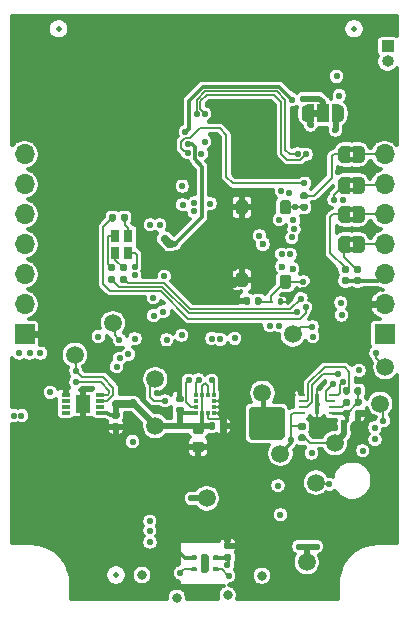
<source format=gbl>
G04 #@! TF.GenerationSoftware,KiCad,Pcbnew,(5.1.7)-1*
G04 #@! TF.CreationDate,2020-11-04T19:15:34+01:00*
G04 #@! TF.ProjectId,generic_node,67656e65-7269-4635-9f6e-6f64652e6b69,2.0.2*
G04 #@! TF.SameCoordinates,PX510ff40PY6422c40*
G04 #@! TF.FileFunction,Copper,L4,Bot*
G04 #@! TF.FilePolarity,Positive*
%FSLAX46Y46*%
G04 Gerber Fmt 4.6, Leading zero omitted, Abs format (unit mm)*
G04 Created by KiCad (PCBNEW (5.1.7)-1) date 2020-11-04 19:15:34*
%MOMM*%
%LPD*%
G01*
G04 APERTURE LIST*
G04 #@! TA.AperFunction,EtchedComponent*
%ADD10C,0.100000*%
G04 #@! TD*
G04 #@! TA.AperFunction,SMDPad,CuDef*
%ADD11R,0.375000X0.350000*%
G04 #@! TD*
G04 #@! TA.AperFunction,SMDPad,CuDef*
%ADD12R,0.350000X0.375000*%
G04 #@! TD*
G04 #@! TA.AperFunction,SMDPad,CuDef*
%ADD13R,0.750000X0.300000*%
G04 #@! TD*
G04 #@! TA.AperFunction,SMDPad,CuDef*
%ADD14R,1.300000X1.500000*%
G04 #@! TD*
G04 #@! TA.AperFunction,SMDPad,CuDef*
%ADD15R,0.300000X1.700000*%
G04 #@! TD*
G04 #@! TA.AperFunction,SMDPad,CuDef*
%ADD16R,0.600000X0.270000*%
G04 #@! TD*
G04 #@! TA.AperFunction,SMDPad,CuDef*
%ADD17C,0.100000*%
G04 #@! TD*
G04 #@! TA.AperFunction,ComponentPad*
%ADD18R,1.000000X1.000000*%
G04 #@! TD*
G04 #@! TA.AperFunction,ComponentPad*
%ADD19O,1.000000X1.000000*%
G04 #@! TD*
G04 #@! TA.AperFunction,ComponentPad*
%ADD20R,1.700000X1.700000*%
G04 #@! TD*
G04 #@! TA.AperFunction,ComponentPad*
%ADD21O,1.700000X1.700000*%
G04 #@! TD*
G04 #@! TA.AperFunction,SMDPad,CuDef*
%ADD22R,0.800000X1.000000*%
G04 #@! TD*
G04 #@! TA.AperFunction,SMDPad,CuDef*
%ADD23R,0.360000X0.250000*%
G04 #@! TD*
G04 #@! TA.AperFunction,SMDPad,CuDef*
%ADD24C,0.500000*%
G04 #@! TD*
G04 #@! TA.AperFunction,SMDPad,CuDef*
%ADD25R,1.000000X1.500000*%
G04 #@! TD*
G04 #@! TA.AperFunction,SMDPad,CuDef*
%ADD26C,1.500000*%
G04 #@! TD*
G04 #@! TA.AperFunction,ViaPad*
%ADD27C,0.800000*%
G04 #@! TD*
G04 #@! TA.AperFunction,ViaPad*
%ADD28C,0.550000*%
G04 #@! TD*
G04 #@! TA.AperFunction,ViaPad*
%ADD29C,0.600000*%
G04 #@! TD*
G04 #@! TA.AperFunction,ViaPad*
%ADD30C,0.450000*%
G04 #@! TD*
G04 #@! TA.AperFunction,ViaPad*
%ADD31C,0.500000*%
G04 #@! TD*
G04 #@! TA.AperFunction,Conductor*
%ADD32C,0.177800*%
G04 #@! TD*
G04 #@! TA.AperFunction,Conductor*
%ADD33C,0.197575*%
G04 #@! TD*
G04 #@! TA.AperFunction,Conductor*
%ADD34C,0.350000*%
G04 #@! TD*
G04 #@! TA.AperFunction,Conductor*
%ADD35C,0.500000*%
G04 #@! TD*
G04 #@! TA.AperFunction,Conductor*
%ADD36C,0.550000*%
G04 #@! TD*
G04 #@! TA.AperFunction,Conductor*
%ADD37C,0.300000*%
G04 #@! TD*
G04 #@! TA.AperFunction,Conductor*
%ADD38C,0.250000*%
G04 #@! TD*
G04 #@! TA.AperFunction,Conductor*
%ADD39C,0.139700*%
G04 #@! TD*
G04 #@! TA.AperFunction,Conductor*
%ADD40C,0.700000*%
G04 #@! TD*
G04 #@! TA.AperFunction,Conductor*
%ADD41C,0.400000*%
G04 #@! TD*
G04 #@! TA.AperFunction,Conductor*
%ADD42C,0.508000*%
G04 #@! TD*
G04 #@! TA.AperFunction,Conductor*
%ADD43C,0.193000*%
G04 #@! TD*
G04 #@! TA.AperFunction,Conductor*
%ADD44C,0.200000*%
G04 #@! TD*
G04 #@! TA.AperFunction,Conductor*
%ADD45C,0.152400*%
G04 #@! TD*
G04 #@! TA.AperFunction,Conductor*
%ADD46C,0.100000*%
G04 #@! TD*
G04 APERTURE END LIST*
D10*
G36*
X12696000Y7420000D02*
G01*
X12196000Y7420000D01*
X12196000Y7020000D01*
X12696000Y7020000D01*
X12696000Y7420000D01*
G37*
G36*
X12696000Y8220000D02*
G01*
X12196000Y8220000D01*
X12196000Y7820000D01*
X12696000Y7820000D01*
X12696000Y8220000D01*
G37*
G36*
X12196000Y2740000D02*
G01*
X12696000Y2740000D01*
X12696000Y3140000D01*
X12196000Y3140000D01*
X12196000Y2740000D01*
G37*
G36*
X12196000Y1940000D02*
G01*
X12696000Y1940000D01*
X12696000Y2340000D01*
X12196000Y2340000D01*
X12196000Y1940000D01*
G37*
G36*
X9120000Y10800000D02*
G01*
X9620000Y10800000D01*
X9620000Y11400000D01*
X9120000Y11400000D01*
X9120000Y10800000D01*
G37*
G36*
X12696000Y5600000D02*
G01*
X12196000Y5600000D01*
X12196000Y5200000D01*
X12696000Y5200000D01*
X12696000Y5600000D01*
G37*
G36*
X12696000Y4800000D02*
G01*
X12196000Y4800000D01*
X12196000Y4400000D01*
X12696000Y4400000D01*
X12696000Y4800000D01*
G37*
G36*
X12196000Y-600000D02*
G01*
X12696000Y-600000D01*
X12696000Y-200000D01*
X12196000Y-200000D01*
X12196000Y-600000D01*
G37*
G36*
X12196000Y200000D02*
G01*
X12696000Y200000D01*
X12696000Y600000D01*
X12196000Y600000D01*
X12196000Y200000D01*
G37*
D11*
X-754500Y-13288803D03*
X-754500Y-13788803D03*
X770500Y-13788803D03*
X770500Y-13288803D03*
D12*
X-742000Y-14301303D03*
X-742000Y-12776303D03*
X758000Y-14301303D03*
X758000Y-12776303D03*
X258000Y-14301303D03*
X-242000Y-14301303D03*
X258000Y-12776303D03*
X-242000Y-12776303D03*
D13*
X-11750000Y-14238803D03*
X-11750000Y-13738803D03*
X-11750000Y-13238803D03*
X-11750000Y-12738803D03*
X-8850000Y-12738803D03*
X-8850000Y-13238803D03*
X-8850000Y-13738803D03*
X-8850000Y-14238803D03*
D14*
X-10300000Y-13488803D03*
G04 #@! TA.AperFunction,SMDPad,CuDef*
G36*
G01*
X375400Y-26387900D02*
X375400Y-27637900D01*
G75*
G02*
X200400Y-27812900I-175000J0D01*
G01*
X-149600Y-27812900D01*
G75*
G02*
X-324600Y-27637900I0J175000D01*
G01*
X-324600Y-26387900D01*
G75*
G02*
X-149600Y-26212900I175000J0D01*
G01*
X200400Y-26212900D01*
G75*
G02*
X375400Y-26387900I0J-175000D01*
G01*
G37*
G04 #@! TD.AperFunction*
G04 #@! TA.AperFunction,SMDPad,CuDef*
G36*
G01*
X-624600Y-26425400D02*
X-624600Y-26600400D01*
G75*
G02*
X-712100Y-26687900I-87500J0D01*
G01*
X-1087100Y-26687900D01*
G75*
G02*
X-1174600Y-26600400I0J87500D01*
G01*
X-1174600Y-26425400D01*
G75*
G02*
X-1087100Y-26337900I87500J0D01*
G01*
X-712100Y-26337900D01*
G75*
G02*
X-624600Y-26425400I0J-87500D01*
G01*
G37*
G04 #@! TD.AperFunction*
G04 #@! TA.AperFunction,SMDPad,CuDef*
G36*
G01*
X-624600Y-27425400D02*
X-624600Y-27600400D01*
G75*
G02*
X-712100Y-27687900I-87500J0D01*
G01*
X-1087100Y-27687900D01*
G75*
G02*
X-1174600Y-27600400I0J87500D01*
G01*
X-1174600Y-27425400D01*
G75*
G02*
X-1087100Y-27337900I87500J0D01*
G01*
X-712100Y-27337900D01*
G75*
G02*
X-624600Y-27425400I0J-87500D01*
G01*
G37*
G04 #@! TD.AperFunction*
G04 #@! TA.AperFunction,SMDPad,CuDef*
G36*
G01*
X1225400Y-27425400D02*
X1225400Y-27600400D01*
G75*
G02*
X1137900Y-27687900I-87500J0D01*
G01*
X762900Y-27687900D01*
G75*
G02*
X675400Y-27600400I0J87500D01*
G01*
X675400Y-27425400D01*
G75*
G02*
X762900Y-27337900I87500J0D01*
G01*
X1137900Y-27337900D01*
G75*
G02*
X1225400Y-27425400I0J-87500D01*
G01*
G37*
G04 #@! TD.AperFunction*
G04 #@! TA.AperFunction,SMDPad,CuDef*
G36*
G01*
X1225400Y-26425400D02*
X1225400Y-26600400D01*
G75*
G02*
X1137900Y-26687900I-87500J0D01*
G01*
X762900Y-26687900D01*
G75*
G02*
X675400Y-26600400I0J87500D01*
G01*
X675400Y-26425400D01*
G75*
G02*
X762900Y-26337900I87500J0D01*
G01*
X1137900Y-26337900D01*
G75*
G02*
X1225400Y-26425400I0J-87500D01*
G01*
G37*
G04 #@! TD.AperFunction*
D15*
X9512000Y-13527000D03*
D16*
X10812000Y-14277000D03*
X10812000Y-13777000D03*
X10812000Y-13277000D03*
X10812000Y-12777000D03*
X8212000Y-12777000D03*
X8212000Y-13277000D03*
X8212000Y-13777000D03*
X8212000Y-14277000D03*
G04 #@! TA.AperFunction,SMDPad,CuDef*
G36*
G01*
X-7680000Y-3245000D02*
X-8050000Y-3245000D01*
G75*
G02*
X-8185000Y-3110000I0J135000D01*
G01*
X-8185000Y-2840000D01*
G75*
G02*
X-8050000Y-2705000I135000J0D01*
G01*
X-7680000Y-2705000D01*
G75*
G02*
X-7545000Y-2840000I0J-135000D01*
G01*
X-7545000Y-3110000D01*
G75*
G02*
X-7680000Y-3245000I-135000J0D01*
G01*
G37*
G04 #@! TD.AperFunction*
G04 #@! TA.AperFunction,SMDPad,CuDef*
G36*
G01*
X-7680000Y-2225000D02*
X-8050000Y-2225000D01*
G75*
G02*
X-8185000Y-2090000I0J135000D01*
G01*
X-8185000Y-1820000D01*
G75*
G02*
X-8050000Y-1685000I135000J0D01*
G01*
X-7680000Y-1685000D01*
G75*
G02*
X-7545000Y-1820000I0J-135000D01*
G01*
X-7545000Y-2090000D01*
G75*
G02*
X-7680000Y-2225000I-135000J0D01*
G01*
G37*
G04 #@! TD.AperFunction*
G04 #@! TA.AperFunction,SMDPad,CuDef*
D17*
G36*
X11796000Y6870602D02*
G01*
X11771466Y6870602D01*
X11722635Y6875412D01*
X11674510Y6884984D01*
X11627555Y6899228D01*
X11582222Y6918005D01*
X11538949Y6941136D01*
X11498150Y6968396D01*
X11460221Y6999524D01*
X11425524Y7034221D01*
X11394396Y7072150D01*
X11367136Y7112949D01*
X11344005Y7156222D01*
X11325228Y7201555D01*
X11310984Y7248510D01*
X11301412Y7296635D01*
X11296602Y7345466D01*
X11296602Y7370000D01*
X11296000Y7370000D01*
X11296000Y7870000D01*
X11296602Y7870000D01*
X11296602Y7894534D01*
X11301412Y7943365D01*
X11310984Y7991490D01*
X11325228Y8038445D01*
X11344005Y8083778D01*
X11367136Y8127051D01*
X11394396Y8167850D01*
X11425524Y8205779D01*
X11460221Y8240476D01*
X11498150Y8271604D01*
X11538949Y8298864D01*
X11582222Y8321995D01*
X11627555Y8340772D01*
X11674510Y8355016D01*
X11722635Y8364588D01*
X11771466Y8369398D01*
X11796000Y8369398D01*
X11796000Y8370000D01*
X12296000Y8370000D01*
X12296000Y6870000D01*
X11796000Y6870000D01*
X11796000Y6870602D01*
G37*
G04 #@! TD.AperFunction*
G04 #@! TA.AperFunction,SMDPad,CuDef*
G36*
X12596000Y8370000D02*
G01*
X13096000Y8370000D01*
X13096000Y8369398D01*
X13120534Y8369398D01*
X13169365Y8364588D01*
X13217490Y8355016D01*
X13264445Y8340772D01*
X13309778Y8321995D01*
X13353051Y8298864D01*
X13393850Y8271604D01*
X13431779Y8240476D01*
X13466476Y8205779D01*
X13497604Y8167850D01*
X13524864Y8127051D01*
X13547995Y8083778D01*
X13566772Y8038445D01*
X13581016Y7991490D01*
X13590588Y7943365D01*
X13595398Y7894534D01*
X13595398Y7870000D01*
X13596000Y7870000D01*
X13596000Y7370000D01*
X13595398Y7370000D01*
X13595398Y7345466D01*
X13590588Y7296635D01*
X13581016Y7248510D01*
X13566772Y7201555D01*
X13547995Y7156222D01*
X13524864Y7112949D01*
X13497604Y7072150D01*
X13466476Y7034221D01*
X13431779Y6999524D01*
X13393850Y6968396D01*
X13353051Y6941136D01*
X13309778Y6918005D01*
X13264445Y6899228D01*
X13217490Y6884984D01*
X13169365Y6875412D01*
X13120534Y6870602D01*
X13096000Y6870602D01*
X13096000Y6870000D01*
X12596000Y6870000D01*
X12596000Y8370000D01*
G37*
G04 #@! TD.AperFunction*
D18*
X15494000Y16764000D03*
D19*
X15494000Y15494000D03*
G04 #@! TA.AperFunction,SMDPad,CuDef*
D17*
G36*
X13096000Y3289398D02*
G01*
X13120534Y3289398D01*
X13169365Y3284588D01*
X13217490Y3275016D01*
X13264445Y3260772D01*
X13309778Y3241995D01*
X13353051Y3218864D01*
X13393850Y3191604D01*
X13431779Y3160476D01*
X13466476Y3125779D01*
X13497604Y3087850D01*
X13524864Y3047051D01*
X13547995Y3003778D01*
X13566772Y2958445D01*
X13581016Y2911490D01*
X13590588Y2863365D01*
X13595398Y2814534D01*
X13595398Y2790000D01*
X13596000Y2790000D01*
X13596000Y2290000D01*
X13595398Y2290000D01*
X13595398Y2265466D01*
X13590588Y2216635D01*
X13581016Y2168510D01*
X13566772Y2121555D01*
X13547995Y2076222D01*
X13524864Y2032949D01*
X13497604Y1992150D01*
X13466476Y1954221D01*
X13431779Y1919524D01*
X13393850Y1888396D01*
X13353051Y1861136D01*
X13309778Y1838005D01*
X13264445Y1819228D01*
X13217490Y1804984D01*
X13169365Y1795412D01*
X13120534Y1790602D01*
X13096000Y1790602D01*
X13096000Y1790000D01*
X12596000Y1790000D01*
X12596000Y3290000D01*
X13096000Y3290000D01*
X13096000Y3289398D01*
G37*
G04 #@! TD.AperFunction*
G04 #@! TA.AperFunction,SMDPad,CuDef*
G36*
X12296000Y1790000D02*
G01*
X11796000Y1790000D01*
X11796000Y1790602D01*
X11771466Y1790602D01*
X11722635Y1795412D01*
X11674510Y1804984D01*
X11627555Y1819228D01*
X11582222Y1838005D01*
X11538949Y1861136D01*
X11498150Y1888396D01*
X11460221Y1919524D01*
X11425524Y1954221D01*
X11394396Y1992150D01*
X11367136Y2032949D01*
X11344005Y2076222D01*
X11325228Y2121555D01*
X11310984Y2168510D01*
X11301412Y2216635D01*
X11296602Y2265466D01*
X11296602Y2290000D01*
X11296000Y2290000D01*
X11296000Y2790000D01*
X11296602Y2790000D01*
X11296602Y2814534D01*
X11301412Y2863365D01*
X11310984Y2911490D01*
X11325228Y2958445D01*
X11344005Y3003778D01*
X11367136Y3047051D01*
X11394396Y3087850D01*
X11425524Y3125779D01*
X11460221Y3160476D01*
X11498150Y3191604D01*
X11538949Y3218864D01*
X11582222Y3241995D01*
X11627555Y3260772D01*
X11674510Y3275016D01*
X11722635Y3284588D01*
X11771466Y3289398D01*
X11796000Y3289398D01*
X11796000Y3290000D01*
X12296000Y3290000D01*
X12296000Y1790000D01*
G37*
G04 #@! TD.AperFunction*
D20*
X15240000Y-7620000D03*
D21*
X15240000Y-5080000D03*
X15240000Y-2540000D03*
X15240000Y0D03*
X15240000Y2540000D03*
X15240000Y5080000D03*
X15240000Y7620000D03*
G04 #@! TA.AperFunction,SMDPad,CuDef*
G36*
G01*
X1874000Y-15201000D02*
X1874000Y-15541000D01*
G75*
G02*
X1734000Y-15681000I-140000J0D01*
G01*
X1454000Y-15681000D01*
G75*
G02*
X1314000Y-15541000I0J140000D01*
G01*
X1314000Y-15201000D01*
G75*
G02*
X1454000Y-15061000I140000J0D01*
G01*
X1734000Y-15061000D01*
G75*
G02*
X1874000Y-15201000I0J-140000D01*
G01*
G37*
G04 #@! TD.AperFunction*
G04 #@! TA.AperFunction,SMDPad,CuDef*
G36*
G01*
X914000Y-15201000D02*
X914000Y-15541000D01*
G75*
G02*
X774000Y-15681000I-140000J0D01*
G01*
X494000Y-15681000D01*
G75*
G02*
X354000Y-15541000I0J140000D01*
G01*
X354000Y-15201000D01*
G75*
G02*
X494000Y-15061000I140000J0D01*
G01*
X774000Y-15061000D01*
G75*
G02*
X914000Y-15201000I0J-140000D01*
G01*
G37*
G04 #@! TD.AperFunction*
G04 #@! TA.AperFunction,SMDPad,CuDef*
G36*
G01*
X-280000Y-17605000D02*
X-780000Y-17605000D01*
G75*
G02*
X-1005000Y-17380000I0J225000D01*
G01*
X-1005000Y-16930000D01*
G75*
G02*
X-780000Y-16705000I225000J0D01*
G01*
X-280000Y-16705000D01*
G75*
G02*
X-55000Y-16930000I0J-225000D01*
G01*
X-55000Y-17380000D01*
G75*
G02*
X-280000Y-17605000I-225000J0D01*
G01*
G37*
G04 #@! TD.AperFunction*
G04 #@! TA.AperFunction,SMDPad,CuDef*
G36*
G01*
X-280000Y-16055000D02*
X-780000Y-16055000D01*
G75*
G02*
X-1005000Y-15830000I0J225000D01*
G01*
X-1005000Y-15380000D01*
G75*
G02*
X-780000Y-15155000I225000J0D01*
G01*
X-280000Y-15155000D01*
G75*
G02*
X-55000Y-15380000I0J-225000D01*
G01*
X-55000Y-15830000D01*
G75*
G02*
X-280000Y-16055000I-225000J0D01*
G01*
G37*
G04 #@! TD.AperFunction*
D20*
X-15240000Y-7620000D03*
D21*
X-15240000Y-5080000D03*
X-15240000Y-2540000D03*
X-15240000Y0D03*
X-15240000Y2540000D03*
X-15240000Y5080000D03*
X-15240000Y7620000D03*
G04 #@! TA.AperFunction,SMDPad,CuDef*
G36*
G01*
X12320000Y-14157500D02*
X12320000Y-14502500D01*
G75*
G02*
X12172500Y-14650000I-147500J0D01*
G01*
X11877500Y-14650000D01*
G75*
G02*
X11730000Y-14502500I0J147500D01*
G01*
X11730000Y-14157500D01*
G75*
G02*
X11877500Y-14010000I147500J0D01*
G01*
X12172500Y-14010000D01*
G75*
G02*
X12320000Y-14157500I0J-147500D01*
G01*
G37*
G04 #@! TD.AperFunction*
G04 #@! TA.AperFunction,SMDPad,CuDef*
G36*
G01*
X13290000Y-14157500D02*
X13290000Y-14502500D01*
G75*
G02*
X13142500Y-14650000I-147500J0D01*
G01*
X12847500Y-14650000D01*
G75*
G02*
X12700000Y-14502500I0J147500D01*
G01*
X12700000Y-14157500D01*
G75*
G02*
X12847500Y-14010000I147500J0D01*
G01*
X13142500Y-14010000D01*
G75*
G02*
X13290000Y-14157500I0J-147500D01*
G01*
G37*
G04 #@! TD.AperFunction*
G04 #@! TA.AperFunction,SMDPad,CuDef*
G36*
G01*
X-2267500Y-13749000D02*
X-1922500Y-13749000D01*
G75*
G02*
X-1775000Y-13896500I0J-147500D01*
G01*
X-1775000Y-14191500D01*
G75*
G02*
X-1922500Y-14339000I-147500J0D01*
G01*
X-2267500Y-14339000D01*
G75*
G02*
X-2415000Y-14191500I0J147500D01*
G01*
X-2415000Y-13896500D01*
G75*
G02*
X-2267500Y-13749000I147500J0D01*
G01*
G37*
G04 #@! TD.AperFunction*
G04 #@! TA.AperFunction,SMDPad,CuDef*
G36*
G01*
X-2267500Y-12779000D02*
X-1922500Y-12779000D01*
G75*
G02*
X-1775000Y-12926500I0J-147500D01*
G01*
X-1775000Y-13221500D01*
G75*
G02*
X-1922500Y-13369000I-147500J0D01*
G01*
X-2267500Y-13369000D01*
G75*
G02*
X-2415000Y-13221500I0J147500D01*
G01*
X-2415000Y-12926500D01*
G75*
G02*
X-2267500Y-12779000I147500J0D01*
G01*
G37*
G04 #@! TD.AperFunction*
G04 #@! TA.AperFunction,SMDPad,CuDef*
G36*
G01*
X1780500Y-25229000D02*
X2125500Y-25229000D01*
G75*
G02*
X2273000Y-25376500I0J-147500D01*
G01*
X2273000Y-25671500D01*
G75*
G02*
X2125500Y-25819000I-147500J0D01*
G01*
X1780500Y-25819000D01*
G75*
G02*
X1633000Y-25671500I0J147500D01*
G01*
X1633000Y-25376500D01*
G75*
G02*
X1780500Y-25229000I147500J0D01*
G01*
G37*
G04 #@! TD.AperFunction*
G04 #@! TA.AperFunction,SMDPad,CuDef*
G36*
G01*
X1780500Y-26199000D02*
X2125500Y-26199000D01*
G75*
G02*
X2273000Y-26346500I0J-147500D01*
G01*
X2273000Y-26641500D01*
G75*
G02*
X2125500Y-26789000I-147500J0D01*
G01*
X1780500Y-26789000D01*
G75*
G02*
X1633000Y-26641500I0J147500D01*
G01*
X1633000Y-26346500D01*
G75*
G02*
X1780500Y-26199000I147500J0D01*
G01*
G37*
G04 #@! TD.AperFunction*
G04 #@! TA.AperFunction,SMDPad,CuDef*
G36*
G01*
X-7347500Y-15730000D02*
X-7692500Y-15730000D01*
G75*
G02*
X-7840000Y-15582500I0J147500D01*
G01*
X-7840000Y-15287500D01*
G75*
G02*
X-7692500Y-15140000I147500J0D01*
G01*
X-7347500Y-15140000D01*
G75*
G02*
X-7200000Y-15287500I0J-147500D01*
G01*
X-7200000Y-15582500D01*
G75*
G02*
X-7347500Y-15730000I-147500J0D01*
G01*
G37*
G04 #@! TD.AperFunction*
G04 #@! TA.AperFunction,SMDPad,CuDef*
G36*
G01*
X-7347500Y-14760000D02*
X-7692500Y-14760000D01*
G75*
G02*
X-7840000Y-14612500I0J147500D01*
G01*
X-7840000Y-14317500D01*
G75*
G02*
X-7692500Y-14170000I147500J0D01*
G01*
X-7347500Y-14170000D01*
G75*
G02*
X-7200000Y-14317500I0J-147500D01*
G01*
X-7200000Y-14612500D01*
G75*
G02*
X-7347500Y-14760000I-147500J0D01*
G01*
G37*
G04 #@! TD.AperFunction*
G04 #@! TA.AperFunction,SMDPad,CuDef*
G36*
G01*
X3271000Y-4947500D02*
X3271000Y-4602500D01*
G75*
G02*
X3418500Y-4455000I147500J0D01*
G01*
X3713500Y-4455000D01*
G75*
G02*
X3861000Y-4602500I0J-147500D01*
G01*
X3861000Y-4947500D01*
G75*
G02*
X3713500Y-5095000I-147500J0D01*
G01*
X3418500Y-5095000D01*
G75*
G02*
X3271000Y-4947500I0J147500D01*
G01*
G37*
G04 #@! TD.AperFunction*
G04 #@! TA.AperFunction,SMDPad,CuDef*
G36*
G01*
X4241000Y-4947500D02*
X4241000Y-4602500D01*
G75*
G02*
X4388500Y-4455000I147500J0D01*
G01*
X4683500Y-4455000D01*
G75*
G02*
X4831000Y-4602500I0J-147500D01*
G01*
X4831000Y-4947500D01*
G75*
G02*
X4683500Y-5095000I-147500J0D01*
G01*
X4388500Y-5095000D01*
G75*
G02*
X4241000Y-4947500I0J147500D01*
G01*
G37*
G04 #@! TD.AperFunction*
G04 #@! TA.AperFunction,SMDPad,CuDef*
G36*
G01*
X13294000Y-13196500D02*
X13294000Y-13541500D01*
G75*
G02*
X13146500Y-13689000I-147500J0D01*
G01*
X12851500Y-13689000D01*
G75*
G02*
X12704000Y-13541500I0J147500D01*
G01*
X12704000Y-13196500D01*
G75*
G02*
X12851500Y-13049000I147500J0D01*
G01*
X13146500Y-13049000D01*
G75*
G02*
X13294000Y-13196500I0J-147500D01*
G01*
G37*
G04 #@! TD.AperFunction*
G04 #@! TA.AperFunction,SMDPad,CuDef*
G36*
G01*
X12324000Y-13196500D02*
X12324000Y-13541500D01*
G75*
G02*
X12176500Y-13689000I-147500J0D01*
G01*
X11881500Y-13689000D01*
G75*
G02*
X11734000Y-13541500I0J147500D01*
G01*
X11734000Y-13196500D01*
G75*
G02*
X11881500Y-13049000I147500J0D01*
G01*
X12176500Y-13049000D01*
G75*
G02*
X12324000Y-13196500I0J-147500D01*
G01*
G37*
G04 #@! TD.AperFunction*
G04 #@! TA.AperFunction,SMDPad,CuDef*
G36*
G01*
X12781500Y-1808000D02*
X13126500Y-1808000D01*
G75*
G02*
X13274000Y-1955500I0J-147500D01*
G01*
X13274000Y-2250500D01*
G75*
G02*
X13126500Y-2398000I-147500J0D01*
G01*
X12781500Y-2398000D01*
G75*
G02*
X12634000Y-2250500I0J147500D01*
G01*
X12634000Y-1955500D01*
G75*
G02*
X12781500Y-1808000I147500J0D01*
G01*
G37*
G04 #@! TD.AperFunction*
G04 #@! TA.AperFunction,SMDPad,CuDef*
G36*
G01*
X12781500Y-2778000D02*
X13126500Y-2778000D01*
G75*
G02*
X13274000Y-2925500I0J-147500D01*
G01*
X13274000Y-3220500D01*
G75*
G02*
X13126500Y-3368000I-147500J0D01*
G01*
X12781500Y-3368000D01*
G75*
G02*
X12634000Y-3220500I0J147500D01*
G01*
X12634000Y-2925500D01*
G75*
G02*
X12781500Y-2778000I147500J0D01*
G01*
G37*
G04 #@! TD.AperFunction*
G04 #@! TA.AperFunction,SMDPad,CuDef*
G36*
G01*
X13280000Y-12227500D02*
X13280000Y-12572500D01*
G75*
G02*
X13132500Y-12720000I-147500J0D01*
G01*
X12837500Y-12720000D01*
G75*
G02*
X12690000Y-12572500I0J147500D01*
G01*
X12690000Y-12227500D01*
G75*
G02*
X12837500Y-12080000I147500J0D01*
G01*
X13132500Y-12080000D01*
G75*
G02*
X13280000Y-12227500I0J-147500D01*
G01*
G37*
G04 #@! TD.AperFunction*
G04 #@! TA.AperFunction,SMDPad,CuDef*
G36*
G01*
X12310000Y-12227500D02*
X12310000Y-12572500D01*
G75*
G02*
X12162500Y-12720000I-147500J0D01*
G01*
X11867500Y-12720000D01*
G75*
G02*
X11720000Y-12572500I0J147500D01*
G01*
X11720000Y-12227500D01*
G75*
G02*
X11867500Y-12080000I147500J0D01*
G01*
X12162500Y-12080000D01*
G75*
G02*
X12310000Y-12227500I0J-147500D01*
G01*
G37*
G04 #@! TD.AperFunction*
G04 #@! TA.AperFunction,SMDPad,CuDef*
G36*
G01*
X8237500Y3450000D02*
X8582500Y3450000D01*
G75*
G02*
X8730000Y3302500I0J-147500D01*
G01*
X8730000Y3007500D01*
G75*
G02*
X8582500Y2860000I-147500J0D01*
G01*
X8237500Y2860000D01*
G75*
G02*
X8090000Y3007500I0J147500D01*
G01*
X8090000Y3302500D01*
G75*
G02*
X8237500Y3450000I147500J0D01*
G01*
G37*
G04 #@! TD.AperFunction*
G04 #@! TA.AperFunction,SMDPad,CuDef*
G36*
G01*
X8237500Y4420000D02*
X8582500Y4420000D01*
G75*
G02*
X8730000Y4272500I0J-147500D01*
G01*
X8730000Y3977500D01*
G75*
G02*
X8582500Y3830000I-147500J0D01*
G01*
X8237500Y3830000D01*
G75*
G02*
X8090000Y3977500I0J147500D01*
G01*
X8090000Y4272500D01*
G75*
G02*
X8237500Y4420000I147500J0D01*
G01*
G37*
G04 #@! TD.AperFunction*
G04 #@! TA.AperFunction,SMDPad,CuDef*
G36*
G01*
X-6676500Y-3245000D02*
X-7021500Y-3245000D01*
G75*
G02*
X-7169000Y-3097500I0J147500D01*
G01*
X-7169000Y-2802500D01*
G75*
G02*
X-7021500Y-2655000I147500J0D01*
G01*
X-6676500Y-2655000D01*
G75*
G02*
X-6529000Y-2802500I0J-147500D01*
G01*
X-6529000Y-3097500D01*
G75*
G02*
X-6676500Y-3245000I-147500J0D01*
G01*
G37*
G04 #@! TD.AperFunction*
G04 #@! TA.AperFunction,SMDPad,CuDef*
G36*
G01*
X-6676500Y-2275000D02*
X-7021500Y-2275000D01*
G75*
G02*
X-7169000Y-2127500I0J147500D01*
G01*
X-7169000Y-1832500D01*
G75*
G02*
X-7021500Y-1685000I147500J0D01*
G01*
X-6676500Y-1685000D01*
G75*
G02*
X-6529000Y-1832500I0J-147500D01*
G01*
X-6529000Y-2127500D01*
G75*
G02*
X-6676500Y-2275000I-147500J0D01*
G01*
G37*
G04 #@! TD.AperFunction*
D22*
X-6450000Y750000D03*
X-6450000Y-750000D03*
X-7550000Y-750000D03*
X-7550000Y750000D03*
G04 #@! TA.AperFunction,SMDPad,CuDef*
G36*
G01*
X8422500Y-15710000D02*
X8077500Y-15710000D01*
G75*
G02*
X7930000Y-15562500I0J147500D01*
G01*
X7930000Y-15267500D01*
G75*
G02*
X8077500Y-15120000I147500J0D01*
G01*
X8422500Y-15120000D01*
G75*
G02*
X8570000Y-15267500I0J-147500D01*
G01*
X8570000Y-15562500D01*
G75*
G02*
X8422500Y-15710000I-147500J0D01*
G01*
G37*
G04 #@! TD.AperFunction*
G04 #@! TA.AperFunction,SMDPad,CuDef*
G36*
G01*
X8422500Y-16680000D02*
X8077500Y-16680000D01*
G75*
G02*
X7930000Y-16532500I0J147500D01*
G01*
X7930000Y-16237500D01*
G75*
G02*
X8077500Y-16090000I147500J0D01*
G01*
X8422500Y-16090000D01*
G75*
G02*
X8570000Y-16237500I0J-147500D01*
G01*
X8570000Y-16532500D01*
G75*
G02*
X8422500Y-16680000I-147500J0D01*
G01*
G37*
G04 #@! TD.AperFunction*
G04 #@! TA.AperFunction,SMDPad,CuDef*
G36*
G01*
X12110500Y-2398000D02*
X11765500Y-2398000D01*
G75*
G02*
X11618000Y-2250500I0J147500D01*
G01*
X11618000Y-1955500D01*
G75*
G02*
X11765500Y-1808000I147500J0D01*
G01*
X12110500Y-1808000D01*
G75*
G02*
X12258000Y-1955500I0J-147500D01*
G01*
X12258000Y-2250500D01*
G75*
G02*
X12110500Y-2398000I-147500J0D01*
G01*
G37*
G04 #@! TD.AperFunction*
G04 #@! TA.AperFunction,SMDPad,CuDef*
G36*
G01*
X12110500Y-3368000D02*
X11765500Y-3368000D01*
G75*
G02*
X11618000Y-3220500I0J147500D01*
G01*
X11618000Y-2925500D01*
G75*
G02*
X11765500Y-2778000I147500J0D01*
G01*
X12110500Y-2778000D01*
G75*
G02*
X12258000Y-2925500I0J-147500D01*
G01*
X12258000Y-3220500D01*
G75*
G02*
X12110500Y-3368000I-147500J0D01*
G01*
G37*
G04 #@! TD.AperFunction*
D23*
X5599500Y-4838500D03*
X6439500Y-4838500D03*
D24*
X-7500000Y-28000000D03*
G04 #@! TA.AperFunction,SMDPad,CuDef*
D17*
G36*
X9270000Y10350000D02*
G01*
X8720000Y10350000D01*
X8720000Y10350602D01*
X8695466Y10350602D01*
X8646635Y10355412D01*
X8598510Y10364984D01*
X8551555Y10379228D01*
X8506222Y10398005D01*
X8462949Y10421136D01*
X8422150Y10448396D01*
X8384221Y10479524D01*
X8349524Y10514221D01*
X8318396Y10552150D01*
X8291136Y10592949D01*
X8268005Y10636222D01*
X8249228Y10681555D01*
X8234984Y10728510D01*
X8225412Y10776635D01*
X8220602Y10825466D01*
X8220602Y10850000D01*
X8220000Y10850000D01*
X8220000Y11350000D01*
X8220602Y11350000D01*
X8220602Y11374534D01*
X8225412Y11423365D01*
X8234984Y11471490D01*
X8249228Y11518445D01*
X8268005Y11563778D01*
X8291136Y11607051D01*
X8318396Y11647850D01*
X8349524Y11685779D01*
X8384221Y11720476D01*
X8422150Y11751604D01*
X8462949Y11778864D01*
X8506222Y11801995D01*
X8551555Y11820772D01*
X8598510Y11835016D01*
X8646635Y11844588D01*
X8695466Y11849398D01*
X8720000Y11849398D01*
X8720000Y11850000D01*
X9270000Y11850000D01*
X9270000Y10350000D01*
G37*
G04 #@! TD.AperFunction*
D25*
X10020000Y11100000D03*
G04 #@! TA.AperFunction,SMDPad,CuDef*
D17*
G36*
X11320000Y11849398D02*
G01*
X11344534Y11849398D01*
X11393365Y11844588D01*
X11441490Y11835016D01*
X11488445Y11820772D01*
X11533778Y11801995D01*
X11577051Y11778864D01*
X11617850Y11751604D01*
X11655779Y11720476D01*
X11690476Y11685779D01*
X11721604Y11647850D01*
X11748864Y11607051D01*
X11771995Y11563778D01*
X11790772Y11518445D01*
X11805016Y11471490D01*
X11814588Y11423365D01*
X11819398Y11374534D01*
X11819398Y11350000D01*
X11820000Y11350000D01*
X11820000Y10850000D01*
X11819398Y10850000D01*
X11819398Y10825466D01*
X11814588Y10776635D01*
X11805016Y10728510D01*
X11790772Y10681555D01*
X11771995Y10636222D01*
X11748864Y10592949D01*
X11721604Y10552150D01*
X11690476Y10514221D01*
X11655779Y10479524D01*
X11617850Y10448396D01*
X11577051Y10421136D01*
X11533778Y10398005D01*
X11488445Y10379228D01*
X11441490Y10364984D01*
X11393365Y10355412D01*
X11344534Y10350602D01*
X11320000Y10350602D01*
X11320000Y10350000D01*
X10770000Y10350000D01*
X10770000Y11850000D01*
X11320000Y11850000D01*
X11320000Y11849398D01*
G37*
G04 #@! TD.AperFunction*
G04 #@! TA.AperFunction,SMDPad,CuDef*
G36*
X11796000Y4250602D02*
G01*
X11771466Y4250602D01*
X11722635Y4255412D01*
X11674510Y4264984D01*
X11627555Y4279228D01*
X11582222Y4298005D01*
X11538949Y4321136D01*
X11498150Y4348396D01*
X11460221Y4379524D01*
X11425524Y4414221D01*
X11394396Y4452150D01*
X11367136Y4492949D01*
X11344005Y4536222D01*
X11325228Y4581555D01*
X11310984Y4628510D01*
X11301412Y4676635D01*
X11296602Y4725466D01*
X11296602Y4750000D01*
X11296000Y4750000D01*
X11296000Y5250000D01*
X11296602Y5250000D01*
X11296602Y5274534D01*
X11301412Y5323365D01*
X11310984Y5371490D01*
X11325228Y5418445D01*
X11344005Y5463778D01*
X11367136Y5507051D01*
X11394396Y5547850D01*
X11425524Y5585779D01*
X11460221Y5620476D01*
X11498150Y5651604D01*
X11538949Y5678864D01*
X11582222Y5701995D01*
X11627555Y5720772D01*
X11674510Y5735016D01*
X11722635Y5744588D01*
X11771466Y5749398D01*
X11796000Y5749398D01*
X11796000Y5750000D01*
X12296000Y5750000D01*
X12296000Y4250000D01*
X11796000Y4250000D01*
X11796000Y4250602D01*
G37*
G04 #@! TD.AperFunction*
G04 #@! TA.AperFunction,SMDPad,CuDef*
G36*
X12596000Y5750000D02*
G01*
X13096000Y5750000D01*
X13096000Y5749398D01*
X13120534Y5749398D01*
X13169365Y5744588D01*
X13217490Y5735016D01*
X13264445Y5720772D01*
X13309778Y5701995D01*
X13353051Y5678864D01*
X13393850Y5651604D01*
X13431779Y5620476D01*
X13466476Y5585779D01*
X13497604Y5547850D01*
X13524864Y5507051D01*
X13547995Y5463778D01*
X13566772Y5418445D01*
X13581016Y5371490D01*
X13590588Y5323365D01*
X13595398Y5274534D01*
X13595398Y5250000D01*
X13596000Y5250000D01*
X13596000Y4750000D01*
X13595398Y4750000D01*
X13595398Y4725466D01*
X13590588Y4676635D01*
X13581016Y4628510D01*
X13566772Y4581555D01*
X13547995Y4536222D01*
X13524864Y4492949D01*
X13497604Y4452150D01*
X13466476Y4414221D01*
X13431779Y4379524D01*
X13393850Y4348396D01*
X13353051Y4321136D01*
X13309778Y4298005D01*
X13264445Y4279228D01*
X13217490Y4264984D01*
X13169365Y4255412D01*
X13120534Y4250602D01*
X13096000Y4250602D01*
X13096000Y4250000D01*
X12596000Y4250000D01*
X12596000Y5750000D01*
G37*
G04 #@! TD.AperFunction*
G04 #@! TA.AperFunction,SMDPad,CuDef*
G36*
X13096000Y749398D02*
G01*
X13120534Y749398D01*
X13169365Y744588D01*
X13217490Y735016D01*
X13264445Y720772D01*
X13309778Y701995D01*
X13353051Y678864D01*
X13393850Y651604D01*
X13431779Y620476D01*
X13466476Y585779D01*
X13497604Y547850D01*
X13524864Y507051D01*
X13547995Y463778D01*
X13566772Y418445D01*
X13581016Y371490D01*
X13590588Y323365D01*
X13595398Y274534D01*
X13595398Y250000D01*
X13596000Y250000D01*
X13596000Y-250000D01*
X13595398Y-250000D01*
X13595398Y-274534D01*
X13590588Y-323365D01*
X13581016Y-371490D01*
X13566772Y-418445D01*
X13547995Y-463778D01*
X13524864Y-507051D01*
X13497604Y-547850D01*
X13466476Y-585779D01*
X13431779Y-620476D01*
X13393850Y-651604D01*
X13353051Y-678864D01*
X13309778Y-701995D01*
X13264445Y-720772D01*
X13217490Y-735016D01*
X13169365Y-744588D01*
X13120534Y-749398D01*
X13096000Y-749398D01*
X13096000Y-750000D01*
X12596000Y-750000D01*
X12596000Y750000D01*
X13096000Y750000D01*
X13096000Y749398D01*
G37*
G04 #@! TD.AperFunction*
G04 #@! TA.AperFunction,SMDPad,CuDef*
G36*
X12296000Y-750000D02*
G01*
X11796000Y-750000D01*
X11796000Y-749398D01*
X11771466Y-749398D01*
X11722635Y-744588D01*
X11674510Y-735016D01*
X11627555Y-720772D01*
X11582222Y-701995D01*
X11538949Y-678864D01*
X11498150Y-651604D01*
X11460221Y-620476D01*
X11425524Y-585779D01*
X11394396Y-547850D01*
X11367136Y-507051D01*
X11344005Y-463778D01*
X11325228Y-418445D01*
X11310984Y-371490D01*
X11301412Y-323365D01*
X11296602Y-274534D01*
X11296602Y-250000D01*
X11296000Y-250000D01*
X11296000Y250000D01*
X11296602Y250000D01*
X11296602Y274534D01*
X11301412Y323365D01*
X11310984Y371490D01*
X11325228Y418445D01*
X11344005Y463778D01*
X11367136Y507051D01*
X11394396Y547850D01*
X11425524Y585779D01*
X11460221Y620476D01*
X11498150Y651604D01*
X11538949Y678864D01*
X11582222Y701995D01*
X11627555Y720772D01*
X11674510Y735016D01*
X11722635Y744588D01*
X11771466Y749398D01*
X11796000Y749398D01*
X11796000Y750000D01*
X12296000Y750000D01*
X12296000Y-750000D01*
G37*
G04 #@! TD.AperFunction*
G04 #@! TA.AperFunction,SMDPad,CuDef*
G36*
G01*
X-8065000Y2074000D02*
X-8065000Y2444000D01*
G75*
G02*
X-7930000Y2579000I135000J0D01*
G01*
X-7660000Y2579000D01*
G75*
G02*
X-7525000Y2444000I0J-135000D01*
G01*
X-7525000Y2074000D01*
G75*
G02*
X-7660000Y1939000I-135000J0D01*
G01*
X-7930000Y1939000D01*
G75*
G02*
X-8065000Y2074000I0J135000D01*
G01*
G37*
G04 #@! TD.AperFunction*
G04 #@! TA.AperFunction,SMDPad,CuDef*
G36*
G01*
X-7045000Y2074000D02*
X-7045000Y2444000D01*
G75*
G02*
X-6910000Y2579000I135000J0D01*
G01*
X-6640000Y2579000D01*
G75*
G02*
X-6505000Y2444000I0J-135000D01*
G01*
X-6505000Y2074000D01*
G75*
G02*
X-6640000Y1939000I-135000J0D01*
G01*
X-6910000Y1939000D01*
G75*
G02*
X-7045000Y2074000I0J135000D01*
G01*
G37*
G04 #@! TD.AperFunction*
G04 #@! TA.AperFunction,SMDPad,CuDef*
G36*
G01*
X7150000Y-3750000D02*
X6550000Y-3750000D01*
G75*
G02*
X6350000Y-3550000I0J200000D01*
G01*
X6350000Y-2750000D01*
G75*
G02*
X6550000Y-2550000I200000J0D01*
G01*
X7150000Y-2550000D01*
G75*
G02*
X7350000Y-2750000I0J-200000D01*
G01*
X7350000Y-3550000D01*
G75*
G02*
X7150000Y-3750000I-200000J0D01*
G01*
G37*
G04 #@! TD.AperFunction*
G04 #@! TA.AperFunction,SMDPad,CuDef*
G36*
G01*
X7150000Y2550000D02*
X6550000Y2550000D01*
G75*
G02*
X6350000Y2750000I0J200000D01*
G01*
X6350000Y3550000D01*
G75*
G02*
X6550000Y3750000I200000J0D01*
G01*
X7150000Y3750000D01*
G75*
G02*
X7350000Y3550000I0J-200000D01*
G01*
X7350000Y2750000D01*
G75*
G02*
X7150000Y2550000I-200000J0D01*
G01*
G37*
G04 #@! TD.AperFunction*
G04 #@! TA.AperFunction,SMDPad,CuDef*
G36*
G01*
X3450000Y-3600000D02*
X2850000Y-3600000D01*
G75*
G02*
X2650000Y-3400000I0J200000D01*
G01*
X2650000Y-2600000D01*
G75*
G02*
X2850000Y-2400000I200000J0D01*
G01*
X3450000Y-2400000D01*
G75*
G02*
X3650000Y-2600000I0J-200000D01*
G01*
X3650000Y-3400000D01*
G75*
G02*
X3450000Y-3600000I-200000J0D01*
G01*
G37*
G04 #@! TD.AperFunction*
G04 #@! TA.AperFunction,SMDPad,CuDef*
G36*
G01*
X3450000Y2550000D02*
X2850000Y2550000D01*
G75*
G02*
X2650000Y2750000I0J200000D01*
G01*
X2650000Y3550000D01*
G75*
G02*
X2850000Y3750000I200000J0D01*
G01*
X3450000Y3750000D01*
G75*
G02*
X3650000Y3550000I0J-200000D01*
G01*
X3650000Y2750000D01*
G75*
G02*
X3450000Y2550000I-200000J0D01*
G01*
G37*
G04 #@! TD.AperFunction*
D26*
X8660000Y-26910000D03*
X190000Y-21500000D03*
X7475000Y-7625000D03*
X-4175000Y-11425000D03*
X4900000Y-12580000D03*
D24*
X-12350000Y18250000D03*
D26*
X6420000Y-17710000D03*
X15300000Y-10380000D03*
X9440000Y-20170000D03*
X14860000Y-13490000D03*
X11037000Y-16824000D03*
X-4174000Y-15377000D03*
X-7760000Y-6680000D03*
X-10979000Y-9360000D03*
D24*
X12650000Y18250000D03*
D27*
X-5300000Y-28000000D03*
X4850000Y-28050000D03*
X1950000Y-29700000D03*
X-2350000Y-29900000D03*
D28*
X2477600Y-3407200D03*
X1156800Y-4778800D03*
X-265600Y-4778800D03*
X2477600Y-2035600D03*
X1156800Y-2035600D03*
X-265600Y-2035600D03*
X2477600Y-4778800D03*
D27*
X-1000000Y-29300000D03*
X-2450000Y-23700000D03*
X-2450000Y-25750000D03*
D28*
X7520000Y-28980000D03*
X-6100000Y-21525000D03*
X-6125000Y-19375000D03*
X3450004Y-19110000D03*
X2620000Y-19080000D03*
D29*
X5150000Y-19150000D03*
X7900000Y-18150000D03*
X7900000Y-19200000D03*
X7900000Y-20150000D03*
X7900000Y-21200000D03*
D28*
X2300000Y-11525000D03*
X9375000Y-16025000D03*
X9960000Y-9700000D03*
X-10000000Y6420000D03*
X10000000Y14540000D03*
X10000000Y6650000D03*
X-14780000Y-13240000D03*
X5575000Y-9850000D03*
X6200000Y-10800000D03*
X4500000Y-6930000D03*
X-265600Y-3407200D03*
X1120000Y-3408500D03*
X-9080000Y-5210000D03*
X14050000Y15650000D03*
X16020000Y11620000D03*
X6212590Y-10112800D03*
D29*
X9475000Y-15175000D03*
D28*
X-3375000Y-17275000D03*
X-14994811Y-11441316D03*
X1000Y-23693000D03*
X11310000Y-18460000D03*
X11960000Y-17990000D03*
X-12280000Y-23870000D03*
X-11090000Y-22800000D03*
X-3075000Y-12499996D03*
X-9961509Y-1471888D03*
X-4464777Y-8031078D03*
X5548581Y-9148581D03*
X-2300000Y-11500000D03*
X-14050000Y11250000D03*
X-14200000Y17500000D03*
X-25000Y18700000D03*
X-4039010Y-12594522D03*
X-3382302Y-1542698D03*
X1970000Y-13150000D03*
X2640000Y-13270000D03*
X-5722588Y2000006D03*
X-9270000Y-2160000D03*
X-6269000Y-4561000D03*
D30*
X-190000Y14030000D03*
X220000Y14390000D03*
X654000Y14755000D03*
X-7542000Y17500000D03*
X-3516000Y17500000D03*
X-5160000Y17500000D03*
X-6281000Y17500000D03*
X-9950000Y15100000D03*
X3700000Y14850000D03*
X3150000Y14875000D03*
X2500000Y14875000D03*
X1825000Y14875000D03*
X1200000Y14850000D03*
X-7800000Y16025000D03*
X-8270000Y15670000D03*
X-8675000Y15250000D03*
X-9225000Y15100000D03*
X-10600000Y15150000D03*
X-11250000Y15225000D03*
X-11900000Y15275000D03*
X-12550000Y15300000D03*
X-12550000Y13500000D03*
X-11975000Y13525000D03*
X-11375000Y13575000D03*
X-10800000Y13625000D03*
X-1600000Y13925000D03*
X4675000Y14018000D03*
X4220000Y14410000D03*
X5405000Y5975000D03*
X5405000Y6595000D03*
X5405000Y7215000D03*
X5405000Y7835000D03*
X5405000Y8455000D03*
X5405000Y9075000D03*
X5405000Y9695000D03*
X5405000Y10315000D03*
X5405000Y10935000D03*
X5405000Y11500000D03*
X3975000Y11300000D03*
X3975000Y9935000D03*
X3975000Y7455000D03*
X3975000Y6835000D03*
X3975000Y10675000D03*
X3975000Y9315000D03*
X3975000Y8075000D03*
X3975000Y8695000D03*
X3975000Y12000000D03*
X3100000Y6595000D03*
X3100000Y5975000D03*
X3100000Y10935000D03*
X3100000Y8455000D03*
X3100000Y7835000D03*
X3100000Y11500000D03*
X3100000Y10315000D03*
X3100000Y9075000D03*
X3100000Y9695000D03*
X3100000Y7215000D03*
X3100000Y12050000D03*
X-1925000Y12175000D03*
X-2525000Y11925000D03*
X-2550000Y11375000D03*
X-2500000Y10600000D03*
X-2525000Y10000000D03*
X-2525000Y9475000D03*
X-2525000Y8900000D03*
X-2525000Y8350000D03*
X-2525000Y7800000D03*
X-2525000Y7200000D03*
X-2500000Y6425000D03*
X-2475000Y5400000D03*
X750000Y6175000D03*
X775000Y6770000D03*
X775000Y7365000D03*
X750000Y7960000D03*
X760000Y8555000D03*
X725000Y9150000D03*
X775000Y10475000D03*
X800000Y10975000D03*
X825000Y11500000D03*
X800000Y11975000D03*
X200000Y11850000D03*
X-4875000Y6835000D03*
X-4875000Y7455000D03*
X-4875000Y10500000D03*
X-4875000Y8695000D03*
X-4875000Y4975000D03*
X-4875000Y5595000D03*
X-4875000Y8075000D03*
X-4875000Y9315000D03*
X-4875000Y6215000D03*
X-4875000Y9935000D03*
X-4875000Y11100000D03*
X-4875000Y11675000D03*
X-4875000Y12225000D03*
X-4875000Y12800000D03*
X-4725000Y13425000D03*
X-4100000Y13510000D03*
X-3470000Y13520000D03*
X-2770000Y13480000D03*
X-2110000Y13370000D03*
D28*
X-15554009Y18196300D03*
X-15554009Y14684300D03*
X-15554009Y11172300D03*
X-15554009Y-16923700D03*
X-15554009Y-19733300D03*
X-15554009Y-23245300D03*
X-14149209Y9767500D03*
X-14149209Y-18328500D03*
X-14149209Y-21138100D03*
X-14149209Y-24650100D03*
X-13446809Y6255500D03*
X-12744409Y11172300D03*
X-12744409Y8362700D03*
X-12744409Y-16923700D03*
X-12744409Y-19733300D03*
X-12744409Y-22542900D03*
X-12042009Y16791500D03*
X-12042009Y4850700D03*
X-12042009Y-25352500D03*
X-11339609Y9767500D03*
X-11339609Y-18328500D03*
X-11339609Y-21138100D03*
X-10637209Y-27459700D03*
X-9232409Y-16923700D03*
X-9232409Y-19733300D03*
X-9232409Y-28864500D03*
X-8530009Y12577100D03*
X-8530009Y9767500D03*
X-8530009Y6957900D03*
X-7827609Y4850700D03*
X-7125209Y11172300D03*
X-7125209Y8362700D03*
X-7125209Y-26757300D03*
X-6422809Y13279500D03*
X-6422809Y6255500D03*
X-6422809Y3445900D03*
X7750000Y13500000D03*
X9732391Y-21840500D03*
X11137191Y18196300D03*
X13244391Y-22542900D03*
X13946791Y18196300D03*
X14649191Y11874700D03*
X14649191Y-21138100D03*
D30*
X16250000Y19250000D03*
X15669641Y19250000D03*
X15089284Y19250000D03*
X14508927Y19250000D03*
X13928570Y19250000D03*
X13348213Y19250000D03*
X12767856Y19250000D03*
X12187499Y19250000D03*
X11607142Y19250000D03*
X11026785Y19250000D03*
X10446428Y19250000D03*
X9866071Y19250000D03*
X9300000Y19250000D03*
X8750000Y19250000D03*
X5989750Y19250000D03*
X5419500Y19250000D03*
X4849250Y19250000D03*
X4279000Y19250000D03*
X3708750Y19250000D03*
X3138500Y19250000D03*
X2568250Y19250000D03*
X1998000Y19250000D03*
X1427750Y19250000D03*
X857500Y19250000D03*
X287250Y19250000D03*
X-283000Y19250000D03*
X-853250Y19250000D03*
X-1423500Y19250000D03*
X-1993750Y19250000D03*
X-2564000Y19250000D03*
X-3134250Y19250000D03*
X-3704500Y19250000D03*
X-4274750Y19250000D03*
X-4845000Y19250000D03*
X-5415250Y19250000D03*
X-5985500Y19250000D03*
X-6555750Y19250000D03*
X-7126000Y19250000D03*
X-7696250Y19250000D03*
X-8266500Y19250000D03*
X-8836750Y19250000D03*
X-9407000Y19250000D03*
X-9977250Y19250000D03*
X-10547500Y19250000D03*
X-11117750Y19250000D03*
X-11688000Y19250000D03*
X-12258250Y19250000D03*
X-12828500Y19250000D03*
X-13398750Y19250000D03*
X-13969000Y19250000D03*
X-14539250Y19250000D03*
X-15109500Y19250000D03*
X-15679750Y19250000D03*
X-16250000Y19250000D03*
D29*
X6950000Y-11700000D03*
D30*
X770000Y4940000D03*
X-7250000Y16250000D03*
X-6675000Y16300000D03*
X-6091667Y16300000D03*
X-5508334Y16300000D03*
X-4925001Y16300000D03*
X-4341668Y16300000D03*
X-3758335Y16300000D03*
X-3175000Y16300000D03*
X-2525000Y16300000D03*
X-1875000Y16180000D03*
X-1360000Y15800000D03*
X-1475000Y13350000D03*
X-1925000Y14400000D03*
X-2325000Y14775000D03*
X-2900000Y14900000D03*
X-5808334Y14900000D03*
X-6391667Y14900000D03*
X-7000000Y14850000D03*
X-5225001Y14900000D03*
X-3475000Y14900000D03*
X-4058335Y14900000D03*
X-4641668Y14900000D03*
X-7475000Y14425000D03*
X-7925000Y14025000D03*
X-8550000Y13750000D03*
X-9150000Y13700000D03*
X-9675000Y13675000D03*
X-10250000Y13650000D03*
X-875000Y15340000D03*
X-400000Y15850000D03*
X75000Y16200000D03*
X675000Y16300000D03*
X1277500Y16300000D03*
X1880000Y16300000D03*
X5405000Y12050000D03*
D28*
X-14388809Y-20002500D03*
X-14388809Y-23402500D03*
X-12688809Y9747500D03*
X-10988809Y3797500D03*
X-10988809Y397500D03*
X-10988809Y-3002500D03*
X-9288809Y-18302500D03*
X-9288809Y-26802500D03*
X-8438809Y11447500D03*
X11111191Y16547500D03*
D31*
X-15738809Y16947500D03*
X-15738809Y13447500D03*
X-15738809Y9947500D03*
X-15738809Y-18052500D03*
X-15738809Y-24352500D03*
X-14338809Y14147500D03*
X-14338809Y-16652500D03*
X-12938809Y-18052500D03*
X-12938809Y-20852500D03*
X-11538809Y12047500D03*
X-11538809Y8547500D03*
X-11538809Y-16652500D03*
X-11538809Y-19452500D03*
X-10838809Y16247500D03*
X-9438809Y-22952500D03*
X-8738809Y8547500D03*
X-8038809Y-29252500D03*
X-7338809Y9947500D03*
X-6638809Y5047500D03*
X-6638809Y-29252500D03*
X-5938809Y12047500D03*
X-5938809Y10647500D03*
X-5938809Y9247500D03*
X-5938809Y7847500D03*
X361191Y-29252500D03*
X10861191Y-22252500D03*
X15061191Y9947500D03*
D30*
X4425000Y14875000D03*
X5050000Y14875000D03*
X5625000Y14875000D03*
X2482500Y16300000D03*
X3085000Y16300000D03*
X3687500Y16300000D03*
X4290000Y16300000D03*
X4892500Y16300000D03*
X5495000Y16300000D03*
X6097500Y16300000D03*
X6700000Y16300000D03*
X5800000Y14300000D03*
X6548000Y13984000D03*
X7160000Y14260000D03*
X7200000Y14822000D03*
X7750000Y14880000D03*
X8100000Y16300000D03*
X8100000Y16800000D03*
X8100000Y15800000D03*
X6700000Y16900000D03*
X6700000Y17500000D03*
X6700000Y18100000D03*
X6700000Y18700000D03*
X6600000Y19250000D03*
X8150000Y19250000D03*
X8100000Y18700000D03*
X8100000Y18130000D03*
X8800000Y18150000D03*
X9100000Y17500000D03*
X8800000Y16850000D03*
X8100000Y15300000D03*
D28*
X-348714Y-18917625D03*
X5810825Y350000D03*
X11550000Y-9300000D03*
X11400000Y1250000D03*
X11300000Y6150000D03*
X8850000Y14850000D03*
X8950000Y16000000D03*
X10000000Y15900000D03*
X10000000Y17400000D03*
X11100000Y17450000D03*
X9700000Y18450000D03*
X16150000Y18400000D03*
X15100000Y18500000D03*
X12100000Y16900000D03*
X11150000Y15350000D03*
X5750000Y18250000D03*
X5250000Y17200000D03*
X4350000Y18400000D03*
X3900000Y17200000D03*
X3250000Y18450000D03*
X-4350000Y18400000D03*
X-6250000Y18400000D03*
X-7550000Y18350000D03*
X-8450000Y5850000D03*
X-11060000Y1560000D03*
X-11040000Y-1240000D03*
D30*
X-16270000Y18420000D03*
X-16270000Y17384445D03*
X-16270000Y16348890D03*
X-16270000Y15313335D03*
X-16270000Y14277780D03*
X-16270000Y13242225D03*
X-16270000Y12206670D03*
X-16270000Y11171115D03*
X-16270000Y10135560D03*
X-16270000Y9100000D03*
D28*
X10730000Y-29510000D03*
X15245000Y13975000D03*
X14025000Y13975000D03*
X-1954000Y-9092000D03*
X-1140000Y-21500000D03*
X-3350000Y-13250000D03*
X-4335687Y-4500000D03*
X-15700000Y-9200000D03*
X-14800000Y-9200000D03*
X-13900000Y-9200000D03*
D29*
X-7510000Y-13490000D03*
D28*
X1936000Y-27146000D03*
D29*
X-6771177Y-13486468D03*
X-6030000Y-13458690D03*
D28*
X7180423Y4356421D03*
X11400000Y12600000D03*
X11756729Y3750000D03*
X9172578Y-7800000D03*
X-15500000Y-14500000D03*
X6100000Y-15100000D03*
X15000Y8704000D03*
X4300000Y-14200000D03*
X5200000Y-14200000D03*
X6100000Y-14200000D03*
X5200000Y-15100000D03*
X4300000Y-16000000D03*
X5200000Y-16000000D03*
X6100000Y-16000000D03*
X4300000Y-15050000D03*
X-1860000Y3350000D03*
X13075000Y-10675000D03*
X-4630000Y-24230000D03*
X-4630000Y-23430000D03*
X-3197508Y-8086138D03*
X-5910000Y-1890000D03*
X-5900000Y-2610000D03*
X-16099998Y-14500002D03*
X6524998Y-825000D03*
X7250000Y-850000D03*
X11069000Y9675000D03*
X2545596Y-7954402D03*
X-264000Y7665000D03*
X471000Y3437000D03*
X-3403404Y-2702310D03*
X5525000Y-6875000D03*
X6300000Y-6880000D03*
X-3375000Y450000D03*
X-1435000Y8474000D03*
X-2864807Y56328D03*
X-6450230Y-9309423D03*
X616280Y-7968537D03*
X8970000Y10110000D03*
X6220391Y-20435700D03*
X6425000Y-22900000D03*
X-6100000Y-16700000D03*
X9100000Y-6975000D03*
X7350000Y-16550000D03*
D29*
X4925309Y25309D03*
D28*
X-1900000Y4940002D03*
X-1439207Y7763814D03*
X8443015Y5193015D03*
X11750000Y-11650000D03*
X15145180Y-14930000D03*
X7566833Y1269309D03*
X11288259Y-11009400D03*
X14520000Y-9200000D03*
X7384558Y588495D03*
X11172455Y14227545D03*
X6499809Y4530048D03*
X22109Y11050647D03*
X8596450Y7641858D03*
X-4620000Y-25210000D03*
X10944365Y3785287D03*
X13400000Y-17470000D03*
X-507000Y-11463000D03*
X2061002Y-28062000D03*
X6322590Y2077730D03*
X-5893663Y-7998825D03*
X-10900000Y-10700000D03*
X613690Y-11520087D03*
X-2065000Y-27819590D03*
X-7223666Y-8087620D03*
X-10899996Y-11650000D03*
X-7190110Y-9635662D03*
D29*
X7450000Y-2075000D03*
D28*
X-7450000Y-10350000D03*
D29*
X6566096Y-1887410D03*
D28*
X14425000Y-15525000D03*
X11600000Y-5975000D03*
X-3490367Y-5702169D03*
X14425000Y-16500000D03*
X11542618Y-4957142D03*
X-4310152Y-6032380D03*
X10900000Y-11800000D03*
X4643126Y726874D03*
X10530000Y-20310000D03*
X8375000Y12350000D03*
X-13073000Y-12533000D03*
X-9000000Y-7800000D03*
X8680000Y-25580000D03*
X9480000Y-25580000D03*
X7960000Y-25580000D03*
X1315590Y-8034485D03*
X7814154Y-5695990D03*
X8550000Y-5325000D03*
X8160000Y-4590000D03*
X-1356000Y-11517000D03*
X7525000Y2025000D03*
X-4609000Y1666000D03*
X-3797000Y1666000D03*
X-900000Y2810000D03*
X-865388Y3503386D03*
X-680000Y11030000D03*
X7894821Y7675000D03*
X7400000Y12250000D03*
X-1617000Y9535000D03*
X7690000Y3150000D03*
X8375934Y-3178934D03*
D29*
X11820000Y-15140000D03*
X11810000Y-15950000D03*
D28*
X9065000Y-17665000D03*
X-1920223Y-7682882D03*
D32*
X9512000Y-15138000D02*
X9475000Y-15175000D01*
X9512000Y-13527000D02*
X9512000Y-15138000D01*
D33*
X258000Y-14301303D02*
X258000Y-14698000D01*
X258000Y-14698000D02*
X340000Y-14780000D01*
X340000Y-14780000D02*
X1560000Y-14780000D01*
X1560000Y-14780000D02*
X1775000Y-14565000D01*
X1578697Y-14301303D02*
X1775000Y-14105000D01*
X758000Y-14301303D02*
X1578697Y-14301303D01*
X1775000Y-14565000D02*
X1775000Y-14105000D01*
D32*
X9512000Y-12263000D02*
X10050000Y-11725000D01*
X9512000Y-13527000D02*
X9512000Y-12263000D01*
D33*
X8628505Y-3705122D02*
X10000002Y-2333625D01*
X6439500Y-4838500D02*
X6989985Y-4838500D01*
X8123363Y-3705122D02*
X8628505Y-3705122D01*
X6989985Y-4838500D02*
X8123363Y-3705122D01*
X10000002Y-2333625D02*
X10000002Y190000D01*
X1331197Y-13788803D02*
X1970000Y-13150000D01*
X1831197Y-13288803D02*
X1970000Y-13150000D01*
X770500Y-13288803D02*
X1831197Y-13288803D01*
X770500Y-13788803D02*
X1331197Y-13788803D01*
X1775000Y-14105000D02*
X1775000Y-13345000D01*
X1775000Y-13345000D02*
X1970000Y-13150000D01*
D34*
X-1687100Y-26512900D02*
X-2450000Y-25750000D01*
X-899600Y-26512900D02*
X-1687100Y-26512900D01*
X1000Y-24835000D02*
X1835000Y-24835000D01*
X1953000Y-24953000D02*
X1953000Y-25524000D01*
X1835000Y-24835000D02*
X1953000Y-24953000D01*
D32*
X7135000Y-11700000D02*
X6950000Y-11700000D01*
X8212000Y-12777000D02*
X7135000Y-11700000D01*
D35*
X-1140000Y-21500000D02*
X110000Y-21500000D01*
D33*
X-4280000Y-13250000D02*
X-3350000Y-13250000D01*
X-4590000Y-12940000D02*
X-4280000Y-13250000D01*
X-4590000Y-11840000D02*
X-4590000Y-12940000D01*
X-4175000Y-11425000D02*
X-4590000Y-11840000D01*
D36*
X-296000Y-15371000D02*
X-530000Y-15605000D01*
X634000Y-15371000D02*
X-296000Y-15371000D01*
X-530000Y-15605000D02*
X-725000Y-15410000D01*
X-2095000Y-15335000D02*
X-2020000Y-15410000D01*
X-2095000Y-14044000D02*
X-2095000Y-15335000D01*
X-725000Y-15410000D02*
X-2020000Y-15410000D01*
D37*
X-242000Y-15317000D02*
X-530000Y-15605000D01*
X-242000Y-14301303D02*
X-242000Y-15317000D01*
X-742000Y-15393000D02*
X-530000Y-15605000D01*
X-1837697Y-14301303D02*
X-2095000Y-14044000D01*
X-742000Y-14301303D02*
X-1837697Y-14301303D01*
D35*
X-7510000Y-14455000D02*
X-7520000Y-14465000D01*
X-7510000Y-13490000D02*
X-7510000Y-14455000D01*
D37*
X-7545000Y-14440000D02*
X-7520000Y-14465000D01*
X-8221197Y-14238803D02*
X-8020000Y-14440000D01*
X-8020000Y-14440000D02*
X-7545000Y-14440000D01*
X-8850000Y-14238803D02*
X-8221197Y-14238803D01*
D38*
X1953000Y-27129000D02*
X1936000Y-27146000D01*
X1953000Y-26494000D02*
X1953000Y-27129000D01*
D39*
X-242000Y-12776303D02*
X-242000Y-14301303D01*
D40*
X-6061310Y-13490000D02*
X-6030000Y-13458690D01*
D36*
X-4078690Y-15410000D02*
X-5730001Y-13758689D01*
X-2020000Y-15410000D02*
X-4078690Y-15410000D01*
X-5730001Y-13758689D02*
X-6030000Y-13458690D01*
D40*
X-7510000Y-13490000D02*
X-6061310Y-13490000D01*
D34*
X1934100Y-26512900D02*
X1953000Y-26494000D01*
X950400Y-26512900D02*
X1934100Y-26512900D01*
D32*
X258000Y-11995500D02*
X258000Y-12776303D01*
X21875Y-11759375D02*
X258000Y-11995500D01*
X-242000Y-12023250D02*
X21875Y-11759375D01*
X-242000Y-12776303D02*
X-242000Y-12023250D01*
X-242000Y-12776303D02*
X-242000Y-14317000D01*
X-242000Y-14317000D02*
X-250000Y-14325000D01*
D33*
X15240000Y7620000D02*
X13847198Y7620000D01*
D32*
X13096000Y7620000D02*
X15240000Y7620000D01*
D41*
X4940000Y-13940000D02*
X5200000Y-14200000D01*
X4940000Y-13030000D02*
X4940000Y-13940000D01*
D37*
X12954000Y-3073000D02*
X11938000Y-3073000D01*
X14707000Y-3073000D02*
X15240000Y-2540000D01*
X12954000Y-3073000D02*
X14707000Y-3073000D01*
D32*
X-6420000Y-720000D02*
X-6450000Y-750000D01*
X-5870000Y-720000D02*
X-6420000Y-720000D01*
X-5710000Y-1690000D02*
X-5710000Y-880000D01*
X-5710000Y-880000D02*
X-5870000Y-720000D01*
X-5910000Y-1890000D02*
X-5710000Y-1690000D01*
D42*
X11101000Y9707000D02*
X11069000Y9675000D01*
X11101000Y10881000D02*
X11101000Y9707000D01*
X11320000Y11100000D02*
X11101000Y10881000D01*
D33*
X-3375000Y435000D02*
X-3375000Y450000D01*
D37*
X-841401Y7198401D02*
X-214000Y6571000D01*
X-214000Y6571000D02*
X-214000Y2318227D01*
D40*
X-2981328Y56328D02*
X-2864807Y56328D01*
D37*
X-214000Y2318227D02*
X-2475899Y56328D01*
X-1046092Y8474000D02*
X-841401Y8269309D01*
X-1435000Y8474000D02*
X-1046092Y8474000D01*
X-841401Y8269309D02*
X-841401Y7198401D01*
D40*
X-3375000Y450000D02*
X-2981328Y56328D01*
D35*
X-2864807Y56328D02*
X-2475899Y56328D01*
D32*
X-7550000Y750000D02*
X-8150000Y750000D01*
X-8191301Y-1628699D02*
X-7865000Y-1955000D01*
X-8191301Y708699D02*
X-8191301Y-1628699D01*
X-8150000Y750000D02*
X-8191301Y708699D01*
X-7550000Y-1279000D02*
X-6849000Y-1980000D01*
X-7550000Y-750000D02*
X-7550000Y-1279000D01*
D42*
X8958000Y10122000D02*
X8970000Y10110000D01*
X8958000Y10977000D02*
X8958000Y10122000D01*
X8835000Y11100000D02*
X8958000Y10977000D01*
X8720000Y11100000D02*
X8835000Y11100000D01*
D33*
X8125000Y-6975000D02*
X9100000Y-6975000D01*
X7475000Y-7625000D02*
X8125000Y-6975000D01*
D32*
X7350000Y-14450000D02*
X7523000Y-14277000D01*
X7350000Y-15400000D02*
X7350000Y-14450000D01*
X7523000Y-14277000D02*
X8212000Y-14277000D01*
X7365000Y-15415000D02*
X7350000Y-15400000D01*
X8250000Y-15415000D02*
X7365000Y-15415000D01*
X7350000Y-15400000D02*
X7350000Y-16550000D01*
D37*
X7350000Y-16780000D02*
X6420000Y-17710000D01*
X7350000Y-16550000D02*
X7350000Y-16780000D01*
D43*
X-1625492Y7950099D02*
X-1439207Y7763814D01*
X-1975000Y8161813D02*
X-1763286Y7950099D01*
X-1975000Y8709374D02*
X-1975000Y8161813D01*
X-1686473Y8997901D02*
X-1975000Y8709374D01*
X-1252099Y8997901D02*
X-1686473Y8997901D01*
X-1763286Y7950099D02*
X-1625492Y7950099D01*
X-396901Y9853099D02*
X-1252099Y8997901D01*
X1271901Y9853099D02*
X-396901Y9853099D01*
X1825000Y9300000D02*
X1271901Y9853099D01*
X1825000Y5735000D02*
X1825000Y9300000D01*
X2366985Y5193015D02*
X1825000Y5735000D01*
X8443015Y5193015D02*
X2366985Y5193015D01*
D32*
X11475001Y-11924999D02*
X11750000Y-11650000D01*
X10812000Y-12777000D02*
X11289800Y-12777000D01*
X11289800Y-12777000D02*
X11475001Y-12591799D01*
X11475001Y-12591799D02*
X11475001Y-11924999D01*
D44*
X15145180Y-13775180D02*
X14860000Y-13490000D01*
X15145180Y-14930000D02*
X15145180Y-13775180D01*
X14520000Y-9600000D02*
X15300000Y-10380000D01*
X14520000Y-9200000D02*
X14520000Y-9600000D01*
D32*
X9120699Y-13346101D02*
X9120699Y-11890173D01*
X10001472Y-11009400D02*
X11288259Y-11009400D01*
X8212000Y-13777000D02*
X8689800Y-13777000D01*
X8689800Y-13777000D02*
X9120699Y-13346101D01*
X9120699Y-11890173D02*
X10001472Y-11009400D01*
D45*
X8104592Y7150000D02*
X8596450Y7641858D01*
X7010000Y7150000D02*
X8104592Y7150000D01*
X6500000Y7660000D02*
X7010000Y7150000D01*
X5867059Y12660000D02*
X6500000Y12027059D01*
X174670Y12660000D02*
X5867059Y12660000D01*
X-350000Y11422756D02*
X-350000Y12135330D01*
X6500000Y12027059D02*
X6500000Y7660000D01*
X-350000Y12135330D02*
X174670Y12660000D01*
X22109Y11050647D02*
X-350000Y11422756D01*
D43*
X10944365Y4148365D02*
X10944365Y3785287D01*
X11796000Y5000000D02*
X10944365Y4148365D01*
D32*
X-6450000Y750000D02*
X-6450000Y1360000D01*
X-6775000Y1685000D02*
X-6775000Y2259000D01*
X-6450000Y1360000D02*
X-6775000Y1685000D01*
X-742000Y-12776303D02*
X-742000Y-11698000D01*
X-742000Y-11698000D02*
X-507000Y-11463000D01*
X1436900Y-27512900D02*
X1986000Y-28062000D01*
X1986000Y-28062000D02*
X2061002Y-28062000D01*
X950400Y-27512900D02*
X1436900Y-27512900D01*
D44*
X-10900000Y-10700000D02*
X-10900000Y-9334000D01*
D32*
X-10350000Y-11250000D02*
X-10900000Y-10700000D01*
X-8600000Y-11250000D02*
X-10350000Y-11250000D01*
X-7719789Y-12130211D02*
X-8600000Y-11250000D01*
X-7719789Y-12736777D02*
X-7719789Y-12130211D01*
X-8221815Y-13238803D02*
X-7719789Y-12736777D01*
X-8850000Y-13238803D02*
X-8221815Y-13238803D01*
X758000Y-11664397D02*
X613690Y-11520087D01*
X758000Y-12776303D02*
X758000Y-11664397D01*
X-1758310Y-27512900D02*
X-2065000Y-27819590D01*
X-7300000Y-7140000D02*
X-7760000Y-6680000D01*
X-1758310Y-27512900D02*
X-899600Y-27512900D01*
X-7621000Y-6819000D02*
X-7760000Y-6680000D01*
X-7621000Y-7690286D02*
X-7621000Y-6819000D01*
X-7223666Y-8087620D02*
X-7621000Y-7690286D01*
X-8850000Y-12738803D02*
X-8800000Y-12688803D01*
X-8850000Y-12750000D02*
X-8900000Y-12750000D01*
X-8200000Y-12750000D02*
X-8850000Y-12750000D01*
X-8050000Y-12600000D02*
X-8200000Y-12750000D01*
X-8050000Y-12375000D02*
X-8050000Y-12600000D01*
X-8775000Y-11650000D02*
X-8050000Y-12375000D01*
X-10899996Y-11650000D02*
X-8775000Y-11650000D01*
D33*
X13096000Y0D02*
X15240000Y0D01*
X15240000Y2540000D02*
X13096000Y2540000D01*
D32*
X10334200Y-13277000D02*
X10270699Y-13213499D01*
X10812000Y-13277000D02*
X10334200Y-13277000D01*
X10270699Y-12429301D02*
X10900000Y-11800000D01*
X10270699Y-13213499D02*
X10270699Y-12429301D01*
D43*
X9580000Y-20310000D02*
X9440000Y-20170000D01*
X10530000Y-20310000D02*
X9580000Y-20310000D01*
D35*
X10020000Y11100000D02*
X10020000Y12055000D01*
X9725000Y12350000D02*
X8375000Y12350000D01*
X10020000Y12055000D02*
X9725000Y12350000D01*
D33*
X12821846Y-2103000D02*
X12954000Y-2103000D01*
X11796000Y0D02*
X11796000Y-1077154D01*
X11796000Y-1077154D02*
X12821846Y-2103000D01*
X11621000Y-13777000D02*
X12029000Y-13369000D01*
X10812000Y-13777000D02*
X11621000Y-13777000D01*
D32*
X12266302Y-12148698D02*
X12015000Y-12400000D01*
X11859128Y-10370000D02*
X12266302Y-10777174D01*
X10173884Y-10370000D02*
X11859128Y-10370000D01*
X12266302Y-10777174D02*
X12266302Y-12148698D01*
X8790488Y-11753396D02*
X10173884Y-10370000D01*
X8212000Y-13277000D02*
X8689800Y-13277000D01*
X8790488Y-13176312D02*
X8790488Y-11753396D01*
X8689800Y-13277000D02*
X8790488Y-13176312D01*
D36*
X7960000Y-25580000D02*
X9480000Y-25580000D01*
X8680000Y-26890000D02*
X8660000Y-26910000D01*
X8680000Y-25580000D02*
X8680000Y-26890000D01*
D32*
X15160000Y5000000D02*
X15240000Y5080000D01*
X13096000Y5000000D02*
X15160000Y5000000D01*
X7663894Y-5846250D02*
X7814154Y-5695990D01*
X-3574801Y-3608211D02*
X-1336762Y-5846250D01*
X-1336762Y-5846250D02*
X7663894Y-5846250D01*
X-7231789Y-3608211D02*
X-3574801Y-3608211D01*
X-7865000Y-2975000D02*
X-7231789Y-3608211D01*
X-8563698Y1490302D02*
X-7795000Y2259000D01*
X-7991578Y-3938422D02*
X-8563698Y-3366302D01*
X-3711578Y-3938422D02*
X-7991578Y-3938422D01*
X-8563698Y-3366302D02*
X-8563698Y1490302D01*
X-1363233Y-6286767D02*
X-3711578Y-3938422D01*
X6079107Y-6286767D02*
X-1363233Y-6286767D01*
X6082175Y-6283699D02*
X6079107Y-6286767D01*
X8070602Y-6283699D02*
X6082175Y-6283699D01*
X8550000Y-5804301D02*
X8070602Y-6283699D01*
X8550000Y-5325000D02*
X8550000Y-5804301D01*
X-1226444Y-5489580D02*
X-3438024Y-3278000D01*
X7260420Y-5489580D02*
X-1226444Y-5489580D01*
X8160000Y-4590000D02*
X7260420Y-5489580D01*
X-6521000Y-3278000D02*
X-6849000Y-2950000D01*
X-3438024Y-3278000D02*
X-6521000Y-3278000D01*
X-1533690Y-13374913D02*
X-1533690Y-11694690D01*
X-1119800Y-13788803D02*
X-1533690Y-13374913D01*
X-1533690Y-11694690D02*
X-1356000Y-11517000D01*
X-754500Y-13788803D02*
X-1119800Y-13788803D01*
D45*
X6850000Y8019000D02*
X7194000Y7675000D01*
X7194000Y7675000D02*
X7894821Y7675000D01*
X6850000Y12214564D02*
X6850000Y8019000D01*
X6099753Y12964811D02*
X6850000Y12214564D01*
X48414Y12964811D02*
X6099753Y12964811D01*
X-680000Y12236397D02*
X48414Y12964811D01*
X-680000Y11030000D02*
X-680000Y12236397D01*
D37*
X-108411Y13343422D02*
X-1342001Y12109832D01*
X6306578Y13343422D02*
X-108411Y13343422D01*
X7400000Y12250000D02*
X6306578Y13343422D01*
X-1342001Y12109832D02*
X-1342001Y9809999D01*
X-1342001Y9809999D02*
X-1617000Y9535000D01*
D32*
X6850000Y-3150000D02*
X7075000Y-3150000D01*
X8405000Y3150000D02*
X8410000Y3155000D01*
D43*
X6850000Y3150000D02*
X7690000Y3150000D01*
D32*
X7690000Y3150000D02*
X8405000Y3150000D01*
D43*
X8347000Y-3150000D02*
X8375934Y-3178934D01*
X6850000Y-3150000D02*
X8347000Y-3150000D01*
D32*
X5630000Y-4840000D02*
X5630000Y-4370000D01*
X5628500Y-4838500D02*
X5630000Y-4840000D01*
X5630000Y-4370000D02*
X6850000Y-3150000D01*
X5599500Y-4838500D02*
X5628500Y-4838500D01*
X5598000Y-4840000D02*
X5599500Y-4838500D01*
X4601000Y-4840000D02*
X5598000Y-4840000D01*
X4536000Y-4775000D02*
X4601000Y-4840000D01*
D33*
X10890000Y2540000D02*
X11796000Y2540000D01*
X10650000Y2300000D02*
X10890000Y2540000D01*
X10650000Y-750000D02*
X10650000Y2300000D01*
X11938000Y-2038000D02*
X10650000Y-750000D01*
X11938000Y-2103000D02*
X11938000Y-2038000D01*
D32*
X11750000Y7574000D02*
X11796000Y7620000D01*
X10920000Y7620000D02*
X11796000Y7620000D01*
X10750000Y7450000D02*
X10920000Y7620000D01*
X10750000Y5625000D02*
X10750000Y7450000D01*
X9250000Y4125000D02*
X10750000Y5625000D01*
X8410000Y4125000D02*
X9250000Y4125000D01*
D43*
X12986000Y-13369000D02*
X12025000Y-14330000D01*
X12999000Y-13369000D02*
X12986000Y-13369000D01*
D38*
X11972000Y-14277000D02*
X12025000Y-14330000D01*
X10812000Y-14277000D02*
X11972000Y-14277000D01*
D36*
X11810000Y-16051000D02*
X11037000Y-16824000D01*
X11810000Y-15950000D02*
X11810000Y-16051000D01*
D35*
X11820000Y-15940000D02*
X11810000Y-15950000D01*
D34*
X12025000Y-14935000D02*
X11820000Y-15140000D01*
X12025000Y-14330000D02*
X12025000Y-14935000D01*
D35*
X11820000Y-16041000D02*
X11037000Y-16824000D01*
X11820000Y-15140000D02*
X11820000Y-16041000D01*
D32*
X12985000Y-13355000D02*
X12999000Y-13369000D01*
X12985000Y-12400000D02*
X12985000Y-13355000D01*
X8250000Y-16385000D02*
X8485000Y-16385000D01*
X8924000Y-16824000D02*
X11037000Y-16824000D01*
X8485000Y-16385000D02*
X8924000Y-16824000D01*
D37*
X-12667435Y19300000D02*
X-12332565Y19300000D01*
X-12081197Y19350000D01*
X16275000Y19350000D01*
X16275000Y17615528D01*
X16245216Y17639971D01*
X16167041Y17681757D01*
X16082215Y17707489D01*
X15994000Y17716177D01*
X14994000Y17716177D01*
X14905785Y17707489D01*
X14820959Y17681757D01*
X14742784Y17639971D01*
X14674263Y17583737D01*
X14618029Y17515216D01*
X14576243Y17437041D01*
X14550511Y17352215D01*
X14541823Y17264000D01*
X14541823Y16264000D01*
X14550511Y16175785D01*
X14576243Y16090959D01*
X14618029Y16012784D01*
X14662157Y15959014D01*
X14652121Y15943994D01*
X14580508Y15771105D01*
X14544000Y15587567D01*
X14544000Y15400433D01*
X14580508Y15216895D01*
X14652121Y15044006D01*
X14756087Y14888410D01*
X14888410Y14756087D01*
X15044006Y14652121D01*
X15216895Y14580508D01*
X15400433Y14544000D01*
X15587567Y14544000D01*
X15771105Y14580508D01*
X15943994Y14652121D01*
X16099590Y14756087D01*
X16231913Y14888410D01*
X16275000Y14952895D01*
X16275000Y8410951D01*
X16249776Y8448702D01*
X16068702Y8629776D01*
X15855781Y8772045D01*
X15619196Y8870042D01*
X15368039Y8920000D01*
X15111961Y8920000D01*
X14860804Y8870042D01*
X14624219Y8772045D01*
X14411298Y8629776D01*
X14230224Y8448702D01*
X14087955Y8235781D01*
X14060205Y8168787D01*
X13998111Y8168787D01*
X13992228Y8188181D01*
X13954719Y8278737D01*
X13912932Y8356914D01*
X13858476Y8438413D01*
X13802242Y8506934D01*
X13732934Y8576242D01*
X13664413Y8632476D01*
X13582914Y8686932D01*
X13504737Y8728719D01*
X13414181Y8766228D01*
X13329357Y8791959D01*
X13233224Y8811081D01*
X13145009Y8819769D01*
X13120450Y8819769D01*
X13096000Y8822177D01*
X12596000Y8822177D01*
X12507785Y8813489D01*
X12446000Y8794746D01*
X12384215Y8813489D01*
X12296000Y8822177D01*
X11796000Y8822177D01*
X11771550Y8819769D01*
X11746991Y8819769D01*
X11658776Y8811081D01*
X11562643Y8791959D01*
X11477819Y8766228D01*
X11387263Y8728719D01*
X11309086Y8686932D01*
X11227587Y8632476D01*
X11159066Y8576242D01*
X11089758Y8506934D01*
X11033524Y8438413D01*
X10979068Y8356914D01*
X10937281Y8278737D01*
X10899772Y8188181D01*
X10890808Y8158632D01*
X10824942Y8152145D01*
X10814356Y8151102D01*
X10768400Y8137161D01*
X10712774Y8120287D01*
X10619155Y8070247D01*
X10537097Y8002903D01*
X10520222Y7982341D01*
X10387654Y7849773D01*
X10367098Y7832903D01*
X10350228Y7812347D01*
X10350224Y7812343D01*
X10335467Y7794361D01*
X10299754Y7750845D01*
X10286283Y7725642D01*
X10249713Y7657225D01*
X10218898Y7555643D01*
X10208494Y7450000D01*
X10211101Y7423529D01*
X10211100Y5848220D01*
X9030372Y4667491D01*
X9006536Y4696536D01*
X8987480Y4712175D01*
X9006159Y4730854D01*
X9085502Y4849599D01*
X9140154Y4981540D01*
X9168015Y5121609D01*
X9168015Y5264421D01*
X9140154Y5404490D01*
X9085502Y5536431D01*
X9006159Y5655176D01*
X8905176Y5756159D01*
X8786431Y5835502D01*
X8654490Y5890154D01*
X8514421Y5918015D01*
X8371609Y5918015D01*
X8231540Y5890154D01*
X8099599Y5835502D01*
X7980854Y5756159D01*
X7964210Y5739515D01*
X2593352Y5739515D01*
X2371500Y5961367D01*
X2371500Y9273164D01*
X2374143Y9300001D01*
X2371500Y9326838D01*
X2371500Y9326844D01*
X2363592Y9407133D01*
X2361855Y9412861D01*
X2344994Y9468442D01*
X2332343Y9510148D01*
X2281597Y9605088D01*
X2242588Y9652620D01*
X2230415Y9667453D01*
X2230412Y9667456D01*
X2213303Y9688303D01*
X2192456Y9705412D01*
X1677317Y10220550D01*
X1660204Y10241402D01*
X1576989Y10309696D01*
X1482049Y10360442D01*
X1379034Y10391691D01*
X1298745Y10399599D01*
X1298738Y10399599D01*
X1271901Y10402242D01*
X1245064Y10399599D01*
X344857Y10399599D01*
X365525Y10408160D01*
X484270Y10487503D01*
X585253Y10588486D01*
X664596Y10707231D01*
X719248Y10839172D01*
X747109Y10979241D01*
X747109Y11122053D01*
X719248Y11262122D01*
X664596Y11394063D01*
X585253Y11512808D01*
X484270Y11613791D01*
X365525Y11693134D01*
X233584Y11747786D01*
X176200Y11759200D01*
X176200Y11917372D01*
X392629Y12133800D01*
X5649101Y12133800D01*
X5973800Y11809100D01*
X5973801Y7685859D01*
X5971254Y7660000D01*
X5981414Y7556848D01*
X6009723Y7463525D01*
X6011503Y7457658D01*
X6060365Y7366244D01*
X6126121Y7286120D01*
X6146202Y7269640D01*
X6619640Y6796202D01*
X6636120Y6776120D01*
X6716244Y6710364D01*
X6807658Y6661502D01*
X6873957Y6641391D01*
X6906847Y6631414D01*
X7010000Y6621254D01*
X7035849Y6623800D01*
X8078743Y6623800D01*
X8104592Y6621254D01*
X8130441Y6623800D01*
X8207745Y6631414D01*
X8306934Y6661502D01*
X8398348Y6710364D01*
X8478472Y6776120D01*
X8494956Y6796206D01*
X8615608Y6916858D01*
X8667856Y6916858D01*
X8807925Y6944719D01*
X8939866Y6999371D01*
X9058611Y7078714D01*
X9159594Y7179697D01*
X9238937Y7298442D01*
X9293589Y7430383D01*
X9321450Y7570452D01*
X9321450Y7713264D01*
X9293589Y7853333D01*
X9238937Y7985274D01*
X9159594Y8104019D01*
X9058611Y8205002D01*
X8939866Y8284345D01*
X8807925Y8338997D01*
X8667856Y8366858D01*
X8525044Y8366858D01*
X8384975Y8338997D01*
X8274519Y8293244D01*
X8238237Y8317487D01*
X8106296Y8372139D01*
X7966227Y8400000D01*
X7823415Y8400000D01*
X7683346Y8372139D01*
X7551405Y8317487D01*
X7432660Y8238144D01*
X7403837Y8209321D01*
X7376200Y8236958D01*
X7376200Y11525000D01*
X7471406Y11525000D01*
X7611475Y11552861D01*
X7743416Y11607513D01*
X7821118Y11659432D01*
X7798041Y11583357D01*
X7778919Y11487224D01*
X7770231Y11399009D01*
X7770231Y11374450D01*
X7767823Y11350000D01*
X7767823Y10850000D01*
X7770231Y10825550D01*
X7770231Y10800991D01*
X7778919Y10712776D01*
X7798041Y10616643D01*
X7823772Y10531819D01*
X7861281Y10441263D01*
X7903068Y10363086D01*
X7957524Y10281587D01*
X8013758Y10213066D01*
X8083066Y10143758D01*
X8151587Y10087524D01*
X8233086Y10033068D01*
X8247647Y10025285D01*
X8272861Y9898525D01*
X8327513Y9766584D01*
X8406856Y9647839D01*
X8507839Y9546856D01*
X8626584Y9467513D01*
X8758525Y9412861D01*
X8898594Y9385000D01*
X9041406Y9385000D01*
X9181475Y9412861D01*
X9313416Y9467513D01*
X9432161Y9546856D01*
X9533144Y9647839D01*
X9612487Y9766584D01*
X9666848Y9897823D01*
X10376562Y9897823D01*
X10371861Y9886475D01*
X10344000Y9746406D01*
X10344000Y9603594D01*
X10371861Y9463525D01*
X10426513Y9331584D01*
X10505856Y9212839D01*
X10606839Y9111856D01*
X10725584Y9032513D01*
X10857525Y8977861D01*
X10997594Y8950000D01*
X11140406Y8950000D01*
X11280475Y8977861D01*
X11412416Y9032513D01*
X11531161Y9111856D01*
X11632144Y9212839D01*
X11711487Y9331584D01*
X11766139Y9463525D01*
X11772460Y9495302D01*
X11794813Y9568992D01*
X11805000Y9672419D01*
X11808406Y9707000D01*
X11805000Y9741581D01*
X11805000Y10032045D01*
X11806914Y10033068D01*
X11888413Y10087524D01*
X11956934Y10143758D01*
X12026242Y10213066D01*
X12082476Y10281587D01*
X12136932Y10363086D01*
X12178719Y10441263D01*
X12216228Y10531819D01*
X12241959Y10616643D01*
X12261081Y10712776D01*
X12269769Y10800991D01*
X12269769Y10825550D01*
X12272177Y10850000D01*
X12272177Y11350000D01*
X12269769Y11374450D01*
X12269769Y11399009D01*
X12261081Y11487224D01*
X12241959Y11583357D01*
X12216228Y11668181D01*
X12178719Y11758737D01*
X12136932Y11836914D01*
X12082476Y11918413D01*
X12026242Y11986934D01*
X11956934Y12056242D01*
X11915528Y12090223D01*
X11963144Y12137839D01*
X12042487Y12256584D01*
X12097139Y12388525D01*
X12125000Y12528594D01*
X12125000Y12671406D01*
X12097139Y12811475D01*
X12042487Y12943416D01*
X11963144Y13062161D01*
X11862161Y13163144D01*
X11743416Y13242487D01*
X11611475Y13297139D01*
X11471406Y13325000D01*
X11328594Y13325000D01*
X11188525Y13297139D01*
X11056584Y13242487D01*
X10937839Y13163144D01*
X10836856Y13062161D01*
X10757513Y12943416D01*
X10702861Y12811475D01*
X10675000Y12671406D01*
X10675000Y12528594D01*
X10702861Y12388525D01*
X10739857Y12299208D01*
X10681785Y12293489D01*
X10679375Y12292758D01*
X10669845Y12324175D01*
X10604845Y12445781D01*
X10517370Y12552370D01*
X10490653Y12574296D01*
X10244296Y12820653D01*
X10222370Y12847370D01*
X10115781Y12934845D01*
X9994175Y12999845D01*
X9862224Y13039872D01*
X9759390Y13050000D01*
X9759387Y13050000D01*
X9725000Y13053387D01*
X9690613Y13050000D01*
X8572092Y13050000D01*
X8446406Y13075000D01*
X8303594Y13075000D01*
X8163525Y13047139D01*
X8031584Y12992487D01*
X7912839Y12913144D01*
X7832595Y12832900D01*
X7743416Y12892487D01*
X7611475Y12947139D01*
X7536469Y12962058D01*
X6751691Y13746836D01*
X6732895Y13769739D01*
X6641533Y13844718D01*
X6537299Y13900432D01*
X6424199Y13934740D01*
X6336052Y13943422D01*
X6306578Y13946325D01*
X6277104Y13943422D01*
X-78937Y13943422D01*
X-108411Y13946325D01*
X-137885Y13943422D01*
X-226032Y13934740D01*
X-339132Y13900432D01*
X-443366Y13844718D01*
X-534728Y13769739D01*
X-553520Y13746841D01*
X-1745415Y12554945D01*
X-1768318Y12536149D01*
X-1843297Y12444786D01*
X-1899011Y12340552D01*
X-1924482Y12256584D01*
X-1933319Y12227452D01*
X-1944904Y12109832D01*
X-1942001Y12080358D01*
X-1942000Y10185115D01*
X-1960416Y10177487D01*
X-2079161Y10098144D01*
X-2180144Y9997161D01*
X-2259487Y9878416D01*
X-2314139Y9746475D01*
X-2342000Y9606406D01*
X-2342000Y9463594D01*
X-2314139Y9323525D01*
X-2261294Y9195947D01*
X-2342450Y9114791D01*
X-2363303Y9097677D01*
X-2431597Y9014462D01*
X-2482343Y8919521D01*
X-2513592Y8816506D01*
X-2521500Y8736217D01*
X-2521500Y8736211D01*
X-2524143Y8709374D01*
X-2521500Y8682537D01*
X-2521500Y8188650D01*
X-2524143Y8161813D01*
X-2521500Y8134976D01*
X-2521500Y8134969D01*
X-2513592Y8054680D01*
X-2482342Y7951665D01*
X-2431596Y7856725D01*
X-2404906Y7824204D01*
X-2380415Y7794361D01*
X-2380411Y7794357D01*
X-2363302Y7773510D01*
X-2342455Y7756401D01*
X-2168703Y7582649D01*
X-2151589Y7561796D01*
X-2134430Y7547714D01*
X-2081694Y7420398D01*
X-2002351Y7301653D01*
X-1901368Y7200670D01*
X-1782623Y7121327D01*
X-1650682Y7066675D01*
X-1510613Y7038814D01*
X-1419988Y7038814D01*
X-1408023Y6999371D01*
X-1398410Y6967680D01*
X-1342696Y6863446D01*
X-1267717Y6772084D01*
X-1244820Y6753293D01*
X-814000Y6322472D01*
X-813999Y4228386D01*
X-936794Y4228386D01*
X-1076863Y4200525D01*
X-1208804Y4145873D01*
X-1327549Y4066530D01*
X-1428532Y3965547D01*
X-1443265Y3943497D01*
X-1516584Y3992487D01*
X-1648525Y4047139D01*
X-1788594Y4075000D01*
X-1931406Y4075000D01*
X-2071475Y4047139D01*
X-2203416Y3992487D01*
X-2322161Y3913144D01*
X-2423144Y3812161D01*
X-2502487Y3693416D01*
X-2557139Y3561475D01*
X-2585000Y3421406D01*
X-2585000Y3278594D01*
X-2557139Y3138525D01*
X-2502487Y3006584D01*
X-2423144Y2887839D01*
X-2322161Y2786856D01*
X-2203416Y2707513D01*
X-2071475Y2652861D01*
X-1931406Y2625000D01*
X-1788594Y2625000D01*
X-1648525Y2652861D01*
X-1611036Y2668390D01*
X-1597139Y2598525D01*
X-1542487Y2466584D01*
X-1463144Y2347839D01*
X-1362161Y2246856D01*
X-1243416Y2167513D01*
X-1222080Y2158675D01*
X-2576029Y804725D01*
X-2608077Y814447D01*
X-2837099Y1043469D01*
X-2928394Y1118393D01*
X-3067373Y1192679D01*
X-3211999Y1236550D01*
X-3154513Y1322584D01*
X-3099861Y1454525D01*
X-3072000Y1594594D01*
X-3072000Y1737406D01*
X-3099861Y1877475D01*
X-3154513Y2009416D01*
X-3233856Y2128161D01*
X-3334839Y2229144D01*
X-3453584Y2308487D01*
X-3585525Y2363139D01*
X-3725594Y2391000D01*
X-3868406Y2391000D01*
X-4008475Y2363139D01*
X-4140416Y2308487D01*
X-4203000Y2266670D01*
X-4265584Y2308487D01*
X-4397525Y2363139D01*
X-4537594Y2391000D01*
X-4680406Y2391000D01*
X-4820475Y2363139D01*
X-4952416Y2308487D01*
X-5071161Y2229144D01*
X-5172144Y2128161D01*
X-5251487Y2009416D01*
X-5306139Y1877475D01*
X-5334000Y1737406D01*
X-5334000Y1594594D01*
X-5306139Y1454525D01*
X-5251487Y1322584D01*
X-5172144Y1203839D01*
X-5071161Y1102856D01*
X-4952416Y1023513D01*
X-4820475Y968861D01*
X-4680406Y941000D01*
X-4537594Y941000D01*
X-4397525Y968861D01*
X-4265584Y1023513D01*
X-4203000Y1065330D01*
X-4140416Y1023513D01*
X-4008475Y968861D01*
X-3987516Y964692D01*
X-4043393Y896606D01*
X-4117679Y757627D01*
X-4163423Y606827D01*
X-4178870Y450000D01*
X-4163423Y293173D01*
X-4117679Y142373D01*
X-4043393Y3394D01*
X-3968469Y-87901D01*
X-3574801Y-481569D01*
X-3549750Y-512094D01*
X-3427934Y-612065D01*
X-3288956Y-686351D01*
X-3138155Y-732096D01*
X-3020621Y-743672D01*
X-3020612Y-743672D01*
X-2981329Y-747541D01*
X-2942046Y-743672D01*
X-2825514Y-743672D01*
X-2707980Y-732096D01*
X-2557179Y-686351D01*
X-2477333Y-643672D01*
X-2441509Y-643672D01*
X-2338675Y-633544D01*
X-2206724Y-593517D01*
X-2085118Y-528517D01*
X-1978529Y-441042D01*
X-1891054Y-334453D01*
X-1826054Y-212847D01*
X-1795359Y-111659D01*
X-885420Y798280D01*
X3918126Y798280D01*
X3918126Y655468D01*
X3945987Y515399D01*
X4000639Y383458D01*
X4079982Y264713D01*
X4180965Y163730D01*
X4187306Y159493D01*
X4175309Y99178D01*
X4175309Y-48560D01*
X4204131Y-193458D01*
X4260668Y-329949D01*
X4342746Y-452788D01*
X4447212Y-557254D01*
X4570051Y-639332D01*
X4706542Y-695869D01*
X4851440Y-724691D01*
X4999178Y-724691D01*
X5144076Y-695869D01*
X5280567Y-639332D01*
X5403406Y-557254D01*
X5507872Y-452788D01*
X5589950Y-329949D01*
X5646487Y-193458D01*
X5675309Y-48560D01*
X5675309Y99178D01*
X5646487Y244076D01*
X5589950Y380567D01*
X5507872Y503406D01*
X5403406Y607872D01*
X5363908Y634263D01*
X5368126Y655468D01*
X5368126Y798280D01*
X5340265Y938349D01*
X5285613Y1070290D01*
X5206270Y1189035D01*
X5105287Y1290018D01*
X4986542Y1369361D01*
X4854601Y1424013D01*
X4714532Y1451874D01*
X4571720Y1451874D01*
X4431651Y1424013D01*
X4299710Y1369361D01*
X4180965Y1290018D01*
X4079982Y1189035D01*
X4000639Y1070290D01*
X3945987Y938349D01*
X3918126Y798280D01*
X-885420Y798280D01*
X189419Y1873118D01*
X212317Y1891910D01*
X287296Y1983272D01*
X343010Y2087506D01*
X366911Y2166297D01*
X377318Y2200605D01*
X388903Y2318226D01*
X386000Y2347700D01*
X386000Y2550000D01*
X2197823Y2550000D01*
X2206511Y2461785D01*
X2232243Y2376959D01*
X2274029Y2298784D01*
X2330263Y2230263D01*
X2398784Y2174029D01*
X2476959Y2132243D01*
X2561785Y2106511D01*
X2650000Y2097823D01*
X2937500Y2100000D01*
X3050000Y2212500D01*
X3050000Y3050000D01*
X3250000Y3050000D01*
X3250000Y2212500D01*
X3362500Y2100000D01*
X3650000Y2097823D01*
X3738215Y2106511D01*
X3823041Y2132243D01*
X3901216Y2174029D01*
X3969737Y2230263D01*
X4025971Y2298784D01*
X4067757Y2376959D01*
X4093489Y2461785D01*
X4102177Y2550000D01*
X4100000Y2937500D01*
X3987500Y3050000D01*
X3250000Y3050000D01*
X3050000Y3050000D01*
X2312500Y3050000D01*
X2200000Y2937500D01*
X2197823Y2550000D01*
X386000Y2550000D01*
X386000Y2714704D01*
X399594Y2712000D01*
X542406Y2712000D01*
X682475Y2739861D01*
X814416Y2794513D01*
X933161Y2873856D01*
X1034144Y2974839D01*
X1113487Y3093584D01*
X1168139Y3225525D01*
X1196000Y3365594D01*
X1196000Y3508406D01*
X1168139Y3648475D01*
X1126086Y3750000D01*
X2197823Y3750000D01*
X2200000Y3362500D01*
X2312500Y3250000D01*
X3050000Y3250000D01*
X3050000Y4087500D01*
X3250000Y4087500D01*
X3250000Y3250000D01*
X3987500Y3250000D01*
X4100000Y3362500D01*
X4102177Y3750000D01*
X4093489Y3838215D01*
X4067757Y3923041D01*
X4025971Y4001216D01*
X3969737Y4069737D01*
X3901216Y4125971D01*
X3823041Y4167757D01*
X3738215Y4193489D01*
X3650000Y4202177D01*
X3362500Y4200000D01*
X3250000Y4087500D01*
X3050000Y4087500D01*
X2937500Y4200000D01*
X2650000Y4202177D01*
X2561785Y4193489D01*
X2476959Y4167757D01*
X2398784Y4125971D01*
X2330263Y4069737D01*
X2274029Y4001216D01*
X2232243Y3923041D01*
X2206511Y3838215D01*
X2197823Y3750000D01*
X1126086Y3750000D01*
X1113487Y3780416D01*
X1034144Y3899161D01*
X933161Y4000144D01*
X814416Y4079487D01*
X682475Y4134139D01*
X542406Y4162000D01*
X399594Y4162000D01*
X386000Y4159296D01*
X386000Y6541527D01*
X388903Y6571001D01*
X377318Y6688621D01*
X355774Y6759643D01*
X343010Y6801721D01*
X287296Y6905955D01*
X212317Y6997317D01*
X189420Y7016108D01*
X141519Y7064009D01*
X198161Y7101856D01*
X299144Y7202839D01*
X378487Y7321584D01*
X433139Y7453525D01*
X461000Y7593594D01*
X461000Y7736406D01*
X433139Y7876475D01*
X378487Y8008416D01*
X346349Y8056514D01*
X358416Y8061513D01*
X477161Y8140856D01*
X578144Y8241839D01*
X657487Y8360584D01*
X712139Y8492525D01*
X740000Y8632594D01*
X740000Y8775406D01*
X712139Y8915475D01*
X657487Y9047416D01*
X578144Y9166161D01*
X477161Y9267144D01*
X418113Y9306599D01*
X1045534Y9306599D01*
X1278501Y9073631D01*
X1278500Y5761837D01*
X1275857Y5735000D01*
X1278500Y5708163D01*
X1278500Y5708157D01*
X1286408Y5627868D01*
X1317657Y5524853D01*
X1368403Y5429912D01*
X1436697Y5346697D01*
X1457550Y5329583D01*
X1961568Y4825565D01*
X1978682Y4804712D01*
X2061897Y4736418D01*
X2123766Y4703348D01*
X2156836Y4685672D01*
X2228610Y4663900D01*
X2259852Y4654423D01*
X2340141Y4646515D01*
X2340148Y4646515D01*
X2366985Y4643872D01*
X2393822Y4646515D01*
X5783772Y4646515D01*
X5774809Y4601454D01*
X5774809Y4458642D01*
X5802670Y4318573D01*
X5857322Y4186632D01*
X5936665Y4067887D01*
X6037648Y3966904D01*
X6047254Y3960485D01*
X6007735Y3912330D01*
X5947467Y3799577D01*
X5910354Y3677233D01*
X5897823Y3550000D01*
X5897823Y2750000D01*
X5905598Y2671055D01*
X5860429Y2640874D01*
X5759446Y2539891D01*
X5680103Y2421146D01*
X5625451Y2289205D01*
X5597590Y2149136D01*
X5597590Y2006324D01*
X5625451Y1866255D01*
X5680103Y1734314D01*
X5759446Y1615569D01*
X5860429Y1514586D01*
X5979174Y1435243D01*
X6111115Y1380591D01*
X6251184Y1352730D01*
X6393996Y1352730D01*
X6534065Y1380591D01*
X6666006Y1435243D01*
X6784751Y1514586D01*
X6885734Y1615569D01*
X6906178Y1646166D01*
X6926435Y1615851D01*
X6924346Y1612725D01*
X6869694Y1480784D01*
X6841833Y1340715D01*
X6841833Y1197903D01*
X6862875Y1092117D01*
X6821414Y1050656D01*
X6742071Y931911D01*
X6687419Y799970D01*
X6659558Y659901D01*
X6659558Y517089D01*
X6687419Y377020D01*
X6742071Y245079D01*
X6821414Y126334D01*
X6922397Y25351D01*
X7041142Y-53992D01*
X7173083Y-108644D01*
X7255312Y-125000D01*
X7178594Y-125000D01*
X7038525Y-152861D01*
X6906584Y-207513D01*
X6906207Y-207765D01*
X6868414Y-182513D01*
X6736473Y-127861D01*
X6596404Y-100000D01*
X6453592Y-100000D01*
X6313523Y-127861D01*
X6181582Y-182513D01*
X6062837Y-261856D01*
X5961854Y-362839D01*
X5882511Y-481584D01*
X5827859Y-613525D01*
X5799998Y-753594D01*
X5799998Y-896406D01*
X5827859Y-1036475D01*
X5882511Y-1168416D01*
X5961854Y-1287161D01*
X6033770Y-1359077D01*
X5983533Y-1409313D01*
X5901455Y-1532152D01*
X5844918Y-1668643D01*
X5816096Y-1813541D01*
X5816096Y-1961279D01*
X5844918Y-2106177D01*
X5901455Y-2242668D01*
X5983533Y-2365507D01*
X6007025Y-2388999D01*
X5947467Y-2500423D01*
X5910354Y-2622767D01*
X5897823Y-2750000D01*
X5897823Y-3340057D01*
X5267654Y-3970227D01*
X5247098Y-3987097D01*
X5230228Y-4007653D01*
X5230224Y-4007657D01*
X5214468Y-4026856D01*
X5179754Y-4069155D01*
X5168766Y-4089713D01*
X5129713Y-4162775D01*
X5120253Y-4193960D01*
X5107536Y-4178464D01*
X5016663Y-4103887D01*
X4912986Y-4048471D01*
X4800491Y-4014346D01*
X4683500Y-4002823D01*
X4388500Y-4002823D01*
X4271509Y-4014346D01*
X4159014Y-4048471D01*
X4107030Y-4076257D01*
X4034041Y-4037243D01*
X3949215Y-4011511D01*
X3861000Y-4002823D01*
X3850460Y-4003101D01*
X3901216Y-3975971D01*
X3969737Y-3919737D01*
X4025971Y-3851216D01*
X4067757Y-3773041D01*
X4093489Y-3688215D01*
X4102177Y-3600000D01*
X4100000Y-3212500D01*
X3987500Y-3100000D01*
X3250000Y-3100000D01*
X3250000Y-3120000D01*
X3050000Y-3120000D01*
X3050000Y-3100000D01*
X2312500Y-3100000D01*
X2200000Y-3212500D01*
X2197823Y-3600000D01*
X2206511Y-3688215D01*
X2232243Y-3773041D01*
X2274029Y-3851216D01*
X2330263Y-3919737D01*
X2398784Y-3975971D01*
X2476959Y-4017757D01*
X2561785Y-4043489D01*
X2650000Y-4052177D01*
X2937500Y-4050000D01*
X3049998Y-3937502D01*
X3049998Y-4050000D01*
X3074093Y-4050000D01*
X3019784Y-4079029D01*
X2951263Y-4135263D01*
X2895029Y-4203784D01*
X2853243Y-4281959D01*
X2827511Y-4366785D01*
X2818823Y-4455000D01*
X2821000Y-4562500D01*
X2933500Y-4675000D01*
X3466000Y-4675000D01*
X3466000Y-4655000D01*
X3666000Y-4655000D01*
X3666000Y-4675000D01*
X3686000Y-4675000D01*
X3686000Y-4875000D01*
X3666000Y-4875000D01*
X3666000Y-4895000D01*
X3466000Y-4895000D01*
X3466000Y-4875000D01*
X2933500Y-4875000D01*
X2857820Y-4950680D01*
X-1003225Y-4950680D01*
X-2819902Y-3134003D01*
X-2760917Y-3045726D01*
X-2706265Y-2913785D01*
X-2678404Y-2773716D01*
X-2678404Y-2630904D01*
X-2706265Y-2490835D01*
X-2743890Y-2400000D01*
X2197823Y-2400000D01*
X2200000Y-2787500D01*
X2312500Y-2900000D01*
X3050000Y-2900000D01*
X3050000Y-2062500D01*
X3250000Y-2062500D01*
X3250000Y-2900000D01*
X3987500Y-2900000D01*
X4100000Y-2787500D01*
X4102177Y-2400000D01*
X4093489Y-2311785D01*
X4067757Y-2226959D01*
X4025971Y-2148784D01*
X3969737Y-2080263D01*
X3901216Y-2024029D01*
X3823041Y-1982243D01*
X3738215Y-1956511D01*
X3650000Y-1947823D01*
X3362500Y-1950000D01*
X3250000Y-2062500D01*
X3050000Y-2062500D01*
X2937500Y-1950000D01*
X2650000Y-1947823D01*
X2561785Y-1956511D01*
X2476959Y-1982243D01*
X2398784Y-2024029D01*
X2330263Y-2080263D01*
X2274029Y-2148784D01*
X2232243Y-2226959D01*
X2206511Y-2311785D01*
X2197823Y-2400000D01*
X-2743890Y-2400000D01*
X-2760917Y-2358894D01*
X-2840260Y-2240149D01*
X-2941243Y-2139166D01*
X-3059988Y-2059823D01*
X-3191929Y-2005171D01*
X-3331998Y-1977310D01*
X-3474810Y-1977310D01*
X-3614879Y-2005171D01*
X-3746820Y-2059823D01*
X-3865565Y-2139166D01*
X-3966548Y-2240149D01*
X-4045891Y-2358894D01*
X-4100543Y-2490835D01*
X-4128404Y-2630904D01*
X-4128404Y-2739100D01*
X-5186476Y-2739100D01*
X-5175000Y-2681406D01*
X-5175000Y-2538594D01*
X-5202861Y-2398525D01*
X-5257513Y-2266584D01*
X-5273594Y-2242517D01*
X-5267513Y-2233416D01*
X-5212861Y-2101475D01*
X-5185000Y-1961406D01*
X-5185000Y-1818594D01*
X-5185341Y-1816881D01*
X-5178898Y-1795643D01*
X-5171100Y-1716469D01*
X-5171100Y-1716462D01*
X-5168494Y-1690000D01*
X-5171100Y-1663538D01*
X-5171100Y-906461D01*
X-5168494Y-879999D01*
X-5171100Y-853537D01*
X-5171100Y-853531D01*
X-5178642Y-776955D01*
X-5178898Y-774356D01*
X-5203408Y-693560D01*
X-5209713Y-672774D01*
X-5259753Y-579155D01*
X-5327097Y-497097D01*
X-5347659Y-480222D01*
X-5470222Y-357659D01*
X-5487097Y-337097D01*
X-5569155Y-269753D01*
X-5597823Y-254430D01*
X-5597823Y-250000D01*
X-5606511Y-161785D01*
X-5632243Y-76959D01*
X-5673379Y0D01*
X-5632243Y76959D01*
X-5606511Y161785D01*
X-5597823Y250000D01*
X-5597823Y1250000D01*
X-5606511Y1338215D01*
X-5632243Y1423041D01*
X-5674029Y1501216D01*
X-5730263Y1569737D01*
X-5798784Y1625971D01*
X-5876959Y1667757D01*
X-5961785Y1693489D01*
X-6032238Y1700428D01*
X-6067097Y1742903D01*
X-6087664Y1759782D01*
X-6125267Y1797385D01*
X-6097519Y1849297D01*
X-6064105Y1959447D01*
X-6052823Y2074000D01*
X-6052823Y2444000D01*
X-6064105Y2558553D01*
X-6097519Y2668703D01*
X-6151780Y2770218D01*
X-6224803Y2859197D01*
X-6313782Y2932220D01*
X-6415297Y2986481D01*
X-6525447Y3019895D01*
X-6640000Y3031177D01*
X-6910000Y3031177D01*
X-7024553Y3019895D01*
X-7134703Y2986481D01*
X-7236218Y2932220D01*
X-7285000Y2892186D01*
X-7333782Y2932220D01*
X-7435297Y2986481D01*
X-7545447Y3019895D01*
X-7660000Y3031177D01*
X-7930000Y3031177D01*
X-8044553Y3019895D01*
X-8154703Y2986481D01*
X-8256218Y2932220D01*
X-8345197Y2859197D01*
X-8418220Y2770218D01*
X-8472481Y2668703D01*
X-8505895Y2558553D01*
X-8517177Y2444000D01*
X-8517177Y2298943D01*
X-8926044Y1890075D01*
X-8946600Y1873205D01*
X-8963470Y1852649D01*
X-8963474Y1852645D01*
X-8968566Y1846440D01*
X-9013944Y1791147D01*
X-9037123Y1747782D01*
X-9063985Y1697527D01*
X-9094800Y1595945D01*
X-9105204Y1490302D01*
X-9102597Y1463830D01*
X-9102598Y-3339840D01*
X-9105204Y-3366302D01*
X-9102598Y-3392764D01*
X-9102598Y-3392770D01*
X-9098130Y-3438135D01*
X-9094800Y-3471945D01*
X-9078646Y-3525197D01*
X-9063985Y-3573527D01*
X-9013945Y-3667147D01*
X-8946601Y-3749205D01*
X-8926039Y-3766080D01*
X-8391352Y-4300768D01*
X-8374481Y-4321325D01*
X-8353925Y-4338195D01*
X-8353922Y-4338198D01*
X-8347422Y-4343532D01*
X-8292423Y-4388669D01*
X-8217728Y-4428594D01*
X-8198804Y-4438709D01*
X-8097222Y-4469524D01*
X-8087600Y-4470472D01*
X-8018047Y-4477322D01*
X-8018040Y-4477322D01*
X-7991578Y-4479928D01*
X-7965116Y-4477322D01*
X-5060687Y-4477322D01*
X-5060687Y-4571406D01*
X-5032826Y-4711475D01*
X-4978174Y-4843416D01*
X-4898831Y-4962161D01*
X-4797848Y-5063144D01*
X-4679103Y-5142487D01*
X-4547162Y-5197139D01*
X-4407093Y-5225000D01*
X-4264281Y-5225000D01*
X-4124212Y-5197139D01*
X-3992271Y-5142487D01*
X-3873526Y-5063144D01*
X-3772543Y-4962161D01*
X-3693200Y-4843416D01*
X-3656736Y-4755384D01*
X-3434950Y-4977169D01*
X-3561773Y-4977169D01*
X-3701842Y-5005030D01*
X-3833783Y-5059682D01*
X-3952528Y-5139025D01*
X-4053511Y-5240008D01*
X-4114977Y-5331999D01*
X-4238746Y-5307380D01*
X-4381558Y-5307380D01*
X-4521627Y-5335241D01*
X-4653568Y-5389893D01*
X-4772313Y-5469236D01*
X-4873296Y-5570219D01*
X-4952639Y-5688964D01*
X-5007291Y-5820905D01*
X-5035152Y-5960974D01*
X-5035152Y-6103786D01*
X-5007291Y-6243855D01*
X-4952639Y-6375796D01*
X-4873296Y-6494541D01*
X-4772313Y-6595524D01*
X-4653568Y-6674867D01*
X-4521627Y-6729519D01*
X-4381558Y-6757380D01*
X-4238746Y-6757380D01*
X-4098677Y-6729519D01*
X-3966736Y-6674867D01*
X-3847991Y-6595524D01*
X-3747008Y-6494541D01*
X-3685542Y-6402550D01*
X-3561773Y-6427169D01*
X-3418961Y-6427169D01*
X-3278892Y-6399308D01*
X-3146951Y-6344656D01*
X-3028206Y-6265313D01*
X-2927223Y-6164330D01*
X-2847880Y-6045585D01*
X-2793228Y-5913644D01*
X-2765367Y-5773575D01*
X-2765367Y-5646753D01*
X-1763006Y-6649114D01*
X-1746136Y-6669670D01*
X-1725580Y-6686540D01*
X-1725577Y-6686543D01*
X-1692904Y-6713357D01*
X-1664078Y-6737014D01*
X-1570459Y-6787054D01*
X-1499451Y-6808594D01*
X-1468877Y-6817869D01*
X-1458291Y-6818912D01*
X-1389702Y-6825667D01*
X-1389696Y-6825667D01*
X-1363234Y-6828273D01*
X-1336772Y-6825667D01*
X4800000Y-6825667D01*
X4800000Y-6946406D01*
X4827861Y-7086475D01*
X4882513Y-7218416D01*
X4961856Y-7337161D01*
X5062839Y-7438144D01*
X5181584Y-7517487D01*
X5313525Y-7572139D01*
X5453594Y-7600000D01*
X5596406Y-7600000D01*
X5736475Y-7572139D01*
X5868416Y-7517487D01*
X5908758Y-7490531D01*
X5956584Y-7522487D01*
X6088525Y-7577139D01*
X6228594Y-7605000D01*
X6275000Y-7605000D01*
X6275000Y-7743190D01*
X6321116Y-7975027D01*
X6411574Y-8193413D01*
X6542899Y-8389955D01*
X6710045Y-8557101D01*
X6906587Y-8688426D01*
X7124973Y-8778884D01*
X7356810Y-8825000D01*
X7593190Y-8825000D01*
X7825027Y-8778884D01*
X8043413Y-8688426D01*
X8239955Y-8557101D01*
X8407101Y-8389955D01*
X8538426Y-8193413D01*
X8548021Y-8170249D01*
X8609434Y-8262161D01*
X8710417Y-8363144D01*
X8829162Y-8442487D01*
X8961103Y-8497139D01*
X9101172Y-8525000D01*
X9243984Y-8525000D01*
X9384053Y-8497139D01*
X9515994Y-8442487D01*
X9634739Y-8363144D01*
X9735722Y-8262161D01*
X9815065Y-8143416D01*
X9869717Y-8011475D01*
X9897578Y-7871406D01*
X9897578Y-7728594D01*
X9869717Y-7588525D01*
X9815065Y-7456584D01*
X9735722Y-7337839D01*
X9731998Y-7334115D01*
X9742487Y-7318416D01*
X9797139Y-7186475D01*
X9825000Y-7046406D01*
X9825000Y-6903594D01*
X9797139Y-6763525D01*
X9742487Y-6631584D01*
X9663144Y-6512839D01*
X9562161Y-6411856D01*
X9443416Y-6332513D01*
X9311475Y-6277861D01*
X9171406Y-6250000D01*
X9028594Y-6250000D01*
X8888525Y-6277861D01*
X8803229Y-6313192D01*
X8912346Y-6204075D01*
X8932903Y-6187204D01*
X8951676Y-6164330D01*
X9000246Y-6105147D01*
X9000974Y-6103786D01*
X9050287Y-6011527D01*
X9058985Y-5982854D01*
X9081102Y-5909945D01*
X9083665Y-5883923D01*
X9088900Y-5830769D01*
X9088900Y-5830764D01*
X9091015Y-5809290D01*
X9113144Y-5787161D01*
X9192487Y-5668416D01*
X9247139Y-5536475D01*
X9275000Y-5396406D01*
X9275000Y-5253594D01*
X9247139Y-5113525D01*
X9192487Y-4981584D01*
X9128444Y-4885736D01*
X10817618Y-4885736D01*
X10817618Y-5028548D01*
X10845479Y-5168617D01*
X10900131Y-5300558D01*
X10979474Y-5419303D01*
X11054933Y-5494762D01*
X11036856Y-5512839D01*
X10957513Y-5631584D01*
X10902861Y-5763525D01*
X10875000Y-5903594D01*
X10875000Y-6046406D01*
X10902861Y-6186475D01*
X10957513Y-6318416D01*
X11036856Y-6437161D01*
X11137839Y-6538144D01*
X11256584Y-6617487D01*
X11388525Y-6672139D01*
X11528594Y-6700000D01*
X11671406Y-6700000D01*
X11811475Y-6672139D01*
X11943416Y-6617487D01*
X12062161Y-6538144D01*
X12163144Y-6437161D01*
X12242487Y-6318416D01*
X12297139Y-6186475D01*
X12325000Y-6046406D01*
X12325000Y-5903594D01*
X12297139Y-5763525D01*
X12242487Y-5631584D01*
X12163144Y-5512839D01*
X12087685Y-5437380D01*
X12105762Y-5419303D01*
X12185105Y-5300558D01*
X12239757Y-5168617D01*
X12267618Y-5028548D01*
X12267618Y-4885736D01*
X12239757Y-4745667D01*
X12185105Y-4613726D01*
X12105762Y-4494981D01*
X12004779Y-4393998D01*
X11886034Y-4314655D01*
X11754093Y-4260003D01*
X11614024Y-4232142D01*
X11471212Y-4232142D01*
X11331143Y-4260003D01*
X11199202Y-4314655D01*
X11080457Y-4393998D01*
X10979474Y-4494981D01*
X10900131Y-4613726D01*
X10845479Y-4745667D01*
X10817618Y-4885736D01*
X9128444Y-4885736D01*
X9113144Y-4862839D01*
X9012161Y-4761856D01*
X8893416Y-4682513D01*
X8881762Y-4677686D01*
X8885000Y-4661406D01*
X8885000Y-4518594D01*
X8857139Y-4378525D01*
X8802487Y-4246584D01*
X8723144Y-4127839D01*
X8622161Y-4026856D01*
X8503416Y-3947513D01*
X8398207Y-3903934D01*
X8447340Y-3903934D01*
X8587409Y-3876073D01*
X8719350Y-3821421D01*
X8838095Y-3742078D01*
X8939078Y-3641095D01*
X9018421Y-3522350D01*
X9073073Y-3390409D01*
X9100934Y-3250340D01*
X9100934Y-3107528D01*
X9073073Y-2967459D01*
X9018421Y-2835518D01*
X8939078Y-2716773D01*
X8838095Y-2615790D01*
X8719350Y-2536447D01*
X8587409Y-2481795D01*
X8447340Y-2453934D01*
X8304528Y-2453934D01*
X8164459Y-2481795D01*
X8047963Y-2530050D01*
X8114641Y-2430258D01*
X8171178Y-2293767D01*
X8200000Y-2148869D01*
X8200000Y-2001131D01*
X8171178Y-1856233D01*
X8114641Y-1719742D01*
X8032563Y-1596903D01*
X7928097Y-1492437D01*
X7805258Y-1410359D01*
X7741398Y-1383907D01*
X7813144Y-1312161D01*
X7892487Y-1193416D01*
X7947139Y-1061475D01*
X7975000Y-921406D01*
X7975000Y-778594D01*
X7947139Y-638525D01*
X7892487Y-506584D01*
X7813144Y-387839D01*
X7712161Y-286856D01*
X7593416Y-207513D01*
X7461475Y-152861D01*
X7379246Y-136505D01*
X7455964Y-136505D01*
X7596033Y-108644D01*
X7727974Y-53992D01*
X7846719Y25351D01*
X7947702Y126334D01*
X8027045Y245079D01*
X8081697Y377020D01*
X8109558Y517089D01*
X8109558Y659901D01*
X8088516Y765687D01*
X8129977Y807148D01*
X8209320Y925893D01*
X8263972Y1057834D01*
X8291833Y1197903D01*
X8291833Y1340715D01*
X8263972Y1480784D01*
X8209320Y1612725D01*
X8165398Y1678458D01*
X8167487Y1681584D01*
X8222139Y1813525D01*
X8250000Y1953594D01*
X8250000Y2096406D01*
X8222139Y2236475D01*
X8167487Y2368416D01*
X8134369Y2417981D01*
X8237500Y2407823D01*
X8582500Y2407823D01*
X8699491Y2419346D01*
X8811986Y2453471D01*
X8915663Y2508887D01*
X9006536Y2583464D01*
X9081113Y2674337D01*
X9136529Y2778014D01*
X9170654Y2890509D01*
X9182177Y3007500D01*
X9182177Y3302500D01*
X9170654Y3419491D01*
X9136529Y3531986D01*
X9107605Y3586100D01*
X9223538Y3586100D01*
X9250000Y3583494D01*
X9276462Y3586100D01*
X9276469Y3586100D01*
X9355643Y3593898D01*
X9457226Y3624713D01*
X9550845Y3674753D01*
X9632903Y3742097D01*
X9649778Y3762659D01*
X10843823Y4956703D01*
X10843823Y4820690D01*
X10576914Y4553781D01*
X10556062Y4536668D01*
X10487768Y4453453D01*
X10437022Y4358512D01*
X10412959Y4279186D01*
X10381221Y4247448D01*
X10301878Y4128703D01*
X10247226Y3996762D01*
X10219365Y3856693D01*
X10219365Y3713881D01*
X10247226Y3573812D01*
X10301878Y3441871D01*
X10381221Y3323126D01*
X10482204Y3222143D01*
X10600949Y3142800D01*
X10732890Y3088148D01*
X10777342Y3079306D01*
X10678972Y3049466D01*
X10583635Y2998507D01*
X10500072Y2929928D01*
X10482886Y2908987D01*
X10281008Y2707109D01*
X10260073Y2689928D01*
X10242892Y2668993D01*
X10242889Y2668990D01*
X10191493Y2606364D01*
X10140534Y2511027D01*
X10109154Y2407580D01*
X10098559Y2300000D01*
X10101214Y2273042D01*
X10101213Y-723052D01*
X10098559Y-750000D01*
X10101213Y-776948D01*
X10101213Y-776955D01*
X10109154Y-857580D01*
X10140534Y-961027D01*
X10191493Y-1056365D01*
X10260072Y-1139928D01*
X10281013Y-1157114D01*
X11165823Y-2041925D01*
X11165823Y-2250500D01*
X11177346Y-2367491D01*
X11211471Y-2479986D01*
X11266887Y-2583663D01*
X11270446Y-2588000D01*
X11266887Y-2592337D01*
X11211471Y-2696014D01*
X11177346Y-2808509D01*
X11165823Y-2925500D01*
X11165823Y-3220500D01*
X11177346Y-3337491D01*
X11211471Y-3449986D01*
X11266887Y-3553663D01*
X11341464Y-3644536D01*
X11432337Y-3719113D01*
X11536014Y-3774529D01*
X11648509Y-3808654D01*
X11765500Y-3820177D01*
X12110500Y-3820177D01*
X12227491Y-3808654D01*
X12339986Y-3774529D01*
X12443663Y-3719113D01*
X12446000Y-3717195D01*
X12448337Y-3719113D01*
X12552014Y-3774529D01*
X12664509Y-3808654D01*
X12781500Y-3820177D01*
X13126500Y-3820177D01*
X13243491Y-3808654D01*
X13355986Y-3774529D01*
X13459663Y-3719113D01*
X13515852Y-3673000D01*
X14595716Y-3673000D01*
X14624219Y-3692045D01*
X14860804Y-3790042D01*
X15111961Y-3840000D01*
X15139998Y-3840000D01*
X15139998Y-3896347D01*
X14938468Y-3815449D01*
X14697560Y-3898573D01*
X14477498Y-4027099D01*
X14286738Y-4196087D01*
X14132612Y-4399043D01*
X14021042Y-4628168D01*
X13975453Y-4778469D01*
X14056718Y-4980000D01*
X15140000Y-4980000D01*
X15140000Y-4960000D01*
X15340000Y-4960000D01*
X15340000Y-4980000D01*
X15360000Y-4980000D01*
X15360000Y-5180000D01*
X15340000Y-5180000D01*
X15340000Y-5200000D01*
X15140000Y-5200000D01*
X15140000Y-5180000D01*
X14056718Y-5180000D01*
X13975453Y-5381531D01*
X14021042Y-5531832D01*
X14132612Y-5760957D01*
X14286738Y-5963913D01*
X14477498Y-6132901D01*
X14697560Y-6261427D01*
X14861006Y-6317823D01*
X14390000Y-6317823D01*
X14301785Y-6326511D01*
X14216959Y-6352243D01*
X14138784Y-6394029D01*
X14070263Y-6450263D01*
X14014029Y-6518784D01*
X13972243Y-6596959D01*
X13946511Y-6681785D01*
X13937823Y-6770000D01*
X13937823Y-8470000D01*
X13946511Y-8558215D01*
X13972243Y-8643041D01*
X13999904Y-8694791D01*
X13956856Y-8737839D01*
X13877513Y-8856584D01*
X13822861Y-8988525D01*
X13795000Y-9128594D01*
X13795000Y-9271406D01*
X13822861Y-9411475D01*
X13877513Y-9543416D01*
X13956856Y-9662161D01*
X13975275Y-9680580D01*
X13977958Y-9707819D01*
X13997302Y-9771584D01*
X14009409Y-9811494D01*
X14060479Y-9907042D01*
X14111987Y-9969804D01*
X14111993Y-9969810D01*
X14129211Y-9990790D01*
X14150191Y-10008008D01*
X14153743Y-10011560D01*
X14146116Y-10029973D01*
X14100000Y-10261810D01*
X14100000Y-10498190D01*
X14146116Y-10730027D01*
X14236574Y-10948413D01*
X14367899Y-11144955D01*
X14535045Y-11312101D01*
X14731587Y-11443426D01*
X14949973Y-11533884D01*
X15181810Y-11580000D01*
X15418190Y-11580000D01*
X15650027Y-11533884D01*
X15868413Y-11443426D01*
X16064955Y-11312101D01*
X16232101Y-11144955D01*
X16275001Y-11080751D01*
X16275001Y-25275000D01*
X14726668Y-25275000D01*
X14704749Y-25277159D01*
X14686005Y-25277028D01*
X14679405Y-25277675D01*
X14097115Y-25338876D01*
X14054910Y-25347539D01*
X14012654Y-25355600D01*
X14006315Y-25357514D01*
X14006305Y-25357516D01*
X14006296Y-25357520D01*
X13446991Y-25530654D01*
X13407294Y-25547341D01*
X13367388Y-25563464D01*
X13361536Y-25566576D01*
X13361531Y-25566578D01*
X13361527Y-25566581D01*
X12846500Y-25845054D01*
X12810826Y-25869116D01*
X12774784Y-25892701D01*
X12769644Y-25896893D01*
X12318511Y-26270103D01*
X12288162Y-26300665D01*
X12257417Y-26330772D01*
X12253195Y-26335877D01*
X12253189Y-26335883D01*
X12253185Y-26335890D01*
X11883138Y-26789611D01*
X11859318Y-26825463D01*
X11834990Y-26860992D01*
X11831839Y-26866821D01*
X11831836Y-26866825D01*
X11831836Y-26866826D01*
X11556962Y-27383790D01*
X11540556Y-27423594D01*
X11523596Y-27463164D01*
X11521635Y-27469499D01*
X11352408Y-28030007D01*
X11344043Y-28072252D01*
X11335095Y-28114349D01*
X11334402Y-28120945D01*
X11277267Y-28703648D01*
X11277267Y-28703661D01*
X11275001Y-28726668D01*
X11275000Y-30025000D01*
X2735414Y-30025000D01*
X2767335Y-29947936D01*
X2800000Y-29783718D01*
X2800000Y-29616282D01*
X2767335Y-29452064D01*
X2703260Y-29297374D01*
X2610238Y-29158156D01*
X2491844Y-29039762D01*
X2352626Y-28946740D01*
X2197936Y-28882665D01*
X2097901Y-28862767D01*
X2106066Y-28856066D01*
X2124720Y-28833336D01*
X2138582Y-28807403D01*
X2145565Y-28784383D01*
X2272477Y-28759139D01*
X2404418Y-28704487D01*
X2523163Y-28625144D01*
X2624146Y-28524161D01*
X2703489Y-28405416D01*
X2758141Y-28273475D01*
X2786002Y-28133406D01*
X2786002Y-27990594D01*
X2781167Y-27966282D01*
X4000000Y-27966282D01*
X4000000Y-28133718D01*
X4032665Y-28297936D01*
X4096740Y-28452626D01*
X4189762Y-28591844D01*
X4308156Y-28710238D01*
X4447374Y-28803260D01*
X4602064Y-28867335D01*
X4766282Y-28900000D01*
X4933718Y-28900000D01*
X5097936Y-28867335D01*
X5252626Y-28803260D01*
X5391844Y-28710238D01*
X5510238Y-28591844D01*
X5603260Y-28452626D01*
X5667335Y-28297936D01*
X5700000Y-28133718D01*
X5700000Y-27966282D01*
X5667335Y-27802064D01*
X5603260Y-27647374D01*
X5510238Y-27508156D01*
X5391844Y-27389762D01*
X5252626Y-27296740D01*
X5097936Y-27232665D01*
X4933718Y-27200000D01*
X4766282Y-27200000D01*
X4602064Y-27232665D01*
X4447374Y-27296740D01*
X4308156Y-27389762D01*
X4189762Y-27508156D01*
X4096740Y-27647374D01*
X4032665Y-27802064D01*
X4000000Y-27966282D01*
X2781167Y-27966282D01*
X2758141Y-27850525D01*
X2703489Y-27718584D01*
X2624146Y-27599839D01*
X2552546Y-27528239D01*
X2578487Y-27489416D01*
X2633139Y-27357475D01*
X2661000Y-27217406D01*
X2661000Y-27074594D01*
X2636510Y-26951470D01*
X2679529Y-26870986D01*
X2713654Y-26758491D01*
X2725177Y-26641500D01*
X2725177Y-26346500D01*
X2713654Y-26229509D01*
X2679529Y-26117014D01*
X2651743Y-26065030D01*
X2690757Y-25992041D01*
X2716489Y-25907215D01*
X2725177Y-25819000D01*
X2723000Y-25736500D01*
X2610500Y-25624000D01*
X2150000Y-25624000D01*
X2150000Y-25580000D01*
X7231493Y-25580000D01*
X7235000Y-25615607D01*
X7235000Y-25651406D01*
X7241984Y-25686517D01*
X7245491Y-25722125D01*
X7255877Y-25756363D01*
X7262861Y-25791475D01*
X7276561Y-25824549D01*
X7286947Y-25858788D01*
X7303813Y-25890342D01*
X7317513Y-25923416D01*
X7337403Y-25953184D01*
X7354269Y-25984737D01*
X7376965Y-26012392D01*
X7396856Y-26042161D01*
X7422172Y-26067477D01*
X7444868Y-26095132D01*
X7472523Y-26117828D01*
X7497839Y-26143144D01*
X7527608Y-26163035D01*
X7555263Y-26185731D01*
X7586816Y-26202597D01*
X7616584Y-26222487D01*
X7649658Y-26236187D01*
X7662436Y-26243017D01*
X7596574Y-26341587D01*
X7506116Y-26559973D01*
X7460000Y-26791810D01*
X7460000Y-27028190D01*
X7506116Y-27260027D01*
X7596574Y-27478413D01*
X7727899Y-27674955D01*
X7895045Y-27842101D01*
X8091587Y-27973426D01*
X8309973Y-28063884D01*
X8541810Y-28110000D01*
X8778190Y-28110000D01*
X9010027Y-28063884D01*
X9228413Y-27973426D01*
X9424955Y-27842101D01*
X9592101Y-27674955D01*
X9723426Y-27478413D01*
X9813884Y-27260027D01*
X9860000Y-27028190D01*
X9860000Y-26791810D01*
X9813884Y-26559973D01*
X9723426Y-26341587D01*
X9681667Y-26279090D01*
X9691475Y-26277139D01*
X9724549Y-26263439D01*
X9758788Y-26253053D01*
X9790342Y-26236187D01*
X9823416Y-26222487D01*
X9853184Y-26202597D01*
X9884737Y-26185731D01*
X9912392Y-26163035D01*
X9942161Y-26143144D01*
X9967477Y-26117828D01*
X9995132Y-26095132D01*
X10017828Y-26067477D01*
X10043144Y-26042161D01*
X10063035Y-26012392D01*
X10085731Y-25984737D01*
X10102597Y-25953184D01*
X10122487Y-25923416D01*
X10136187Y-25890342D01*
X10153053Y-25858788D01*
X10163439Y-25824549D01*
X10177139Y-25791475D01*
X10184123Y-25756363D01*
X10194509Y-25722125D01*
X10198016Y-25686517D01*
X10205000Y-25651406D01*
X10205000Y-25615607D01*
X10208507Y-25580000D01*
X10205000Y-25544393D01*
X10205000Y-25508594D01*
X10198016Y-25473483D01*
X10194509Y-25437875D01*
X10184123Y-25403637D01*
X10177139Y-25368525D01*
X10163439Y-25335451D01*
X10153053Y-25301212D01*
X10136187Y-25269658D01*
X10122487Y-25236584D01*
X10102597Y-25206816D01*
X10085731Y-25175263D01*
X10063035Y-25147608D01*
X10043144Y-25117839D01*
X10017828Y-25092523D01*
X9995132Y-25064868D01*
X9967477Y-25042172D01*
X9942161Y-25016856D01*
X9912392Y-24996965D01*
X9884737Y-24974269D01*
X9853184Y-24957403D01*
X9823416Y-24937513D01*
X9790342Y-24923813D01*
X9758788Y-24906947D01*
X9724549Y-24896561D01*
X9691475Y-24882861D01*
X9656363Y-24875877D01*
X9622125Y-24865491D01*
X9586518Y-24861984D01*
X9551406Y-24855000D01*
X8715607Y-24855000D01*
X8680000Y-24851493D01*
X8644393Y-24855000D01*
X7888594Y-24855000D01*
X7853482Y-24861984D01*
X7817875Y-24865491D01*
X7783637Y-24875877D01*
X7748525Y-24882861D01*
X7715451Y-24896561D01*
X7681212Y-24906947D01*
X7649658Y-24923813D01*
X7616584Y-24937513D01*
X7586816Y-24957403D01*
X7555263Y-24974269D01*
X7527608Y-24996965D01*
X7497839Y-25016856D01*
X7472523Y-25042172D01*
X7444868Y-25064868D01*
X7422172Y-25092523D01*
X7396856Y-25117839D01*
X7376965Y-25147608D01*
X7354269Y-25175263D01*
X7337403Y-25206816D01*
X7317513Y-25236584D01*
X7303813Y-25269658D01*
X7286947Y-25301212D01*
X7276561Y-25335451D01*
X7262861Y-25368525D01*
X7255877Y-25403637D01*
X7245491Y-25437875D01*
X7241984Y-25473483D01*
X7235000Y-25508594D01*
X7235000Y-25544393D01*
X7231493Y-25580000D01*
X2150000Y-25580000D01*
X2150000Y-25424000D01*
X2610500Y-25424000D01*
X2723000Y-25311500D01*
X2725177Y-25229000D01*
X2716489Y-25140785D01*
X2690757Y-25055959D01*
X2648971Y-24977784D01*
X2592737Y-24909263D01*
X2524216Y-24853029D01*
X2446041Y-24811243D01*
X2361215Y-24785511D01*
X2273000Y-24776823D01*
X2165500Y-24779000D01*
X2053000Y-24891500D01*
X2053000Y-25110082D01*
X2029264Y-25102882D01*
X2000000Y-25100000D01*
X1853000Y-25100000D01*
X1853000Y-24891500D01*
X1740500Y-24779000D01*
X1633000Y-24776823D01*
X1544785Y-24785511D01*
X1459959Y-24811243D01*
X1381784Y-24853029D01*
X1313263Y-24909263D01*
X1257029Y-24977784D01*
X1215243Y-25055959D01*
X1201883Y-25100000D01*
X-2000000Y-25100000D01*
X-2029264Y-25102882D01*
X-2057403Y-25111418D01*
X-2083336Y-25125280D01*
X-2106066Y-25143934D01*
X-2124720Y-25166664D01*
X-2138582Y-25192597D01*
X-2147118Y-25220736D01*
X-2150000Y-25250000D01*
X-2150000Y-27097294D01*
X-2276475Y-27122451D01*
X-2408416Y-27177103D01*
X-2527161Y-27256446D01*
X-2628144Y-27357429D01*
X-2707487Y-27476174D01*
X-2762139Y-27608115D01*
X-2790000Y-27748184D01*
X-2790000Y-27890996D01*
X-2762139Y-28031065D01*
X-2707487Y-28163006D01*
X-2628144Y-28281751D01*
X-2527161Y-28382734D01*
X-2408416Y-28462077D01*
X-2276475Y-28516729D01*
X-2150000Y-28541886D01*
X-2150000Y-28750000D01*
X-2147118Y-28779264D01*
X-2138582Y-28807403D01*
X-2124720Y-28833336D01*
X-2106066Y-28856066D01*
X-2083336Y-28874720D01*
X-2057403Y-28888582D01*
X-2029264Y-28897118D01*
X-2000000Y-28900000D01*
X1660214Y-28900000D01*
X1547374Y-28946740D01*
X1408156Y-29039762D01*
X1289762Y-29158156D01*
X1196740Y-29297374D01*
X1132665Y-29452064D01*
X1100000Y-29616282D01*
X1100000Y-29783718D01*
X1132665Y-29947936D01*
X1164586Y-30025000D01*
X-1508212Y-30025000D01*
X-1500000Y-29983718D01*
X-1500000Y-29816282D01*
X-1532665Y-29652064D01*
X-1596740Y-29497374D01*
X-1689762Y-29358156D01*
X-1808156Y-29239762D01*
X-1947374Y-29146740D01*
X-2102064Y-29082665D01*
X-2266282Y-29050000D01*
X-2433718Y-29050000D01*
X-2597936Y-29082665D01*
X-2752626Y-29146740D01*
X-2891844Y-29239762D01*
X-3010238Y-29358156D01*
X-3103260Y-29497374D01*
X-3167335Y-29652064D01*
X-3200000Y-29816282D01*
X-3200000Y-29983718D01*
X-3191788Y-30025000D01*
X-11275000Y-30025000D01*
X-11275000Y-28726668D01*
X-11277159Y-28704749D01*
X-11277028Y-28686005D01*
X-11277675Y-28679405D01*
X-11338876Y-28097115D01*
X-11347539Y-28054910D01*
X-11355600Y-28012654D01*
X-11357514Y-28006315D01*
X-11357516Y-28006305D01*
X-11357520Y-28006296D01*
X-11386908Y-27911358D01*
X-8400000Y-27911358D01*
X-8400000Y-28088642D01*
X-8365414Y-28262520D01*
X-8297570Y-28426310D01*
X-8199076Y-28573717D01*
X-8073717Y-28699076D01*
X-7926310Y-28797570D01*
X-7762520Y-28865414D01*
X-7588642Y-28900000D01*
X-7411358Y-28900000D01*
X-7237480Y-28865414D01*
X-7073690Y-28797570D01*
X-6926283Y-28699076D01*
X-6800924Y-28573717D01*
X-6702430Y-28426310D01*
X-6634586Y-28262520D01*
X-6600000Y-28088642D01*
X-6600000Y-27916282D01*
X-6150000Y-27916282D01*
X-6150000Y-28083718D01*
X-6117335Y-28247936D01*
X-6053260Y-28402626D01*
X-5960238Y-28541844D01*
X-5841844Y-28660238D01*
X-5702626Y-28753260D01*
X-5547936Y-28817335D01*
X-5383718Y-28850000D01*
X-5216282Y-28850000D01*
X-5052064Y-28817335D01*
X-4897374Y-28753260D01*
X-4758156Y-28660238D01*
X-4639762Y-28541844D01*
X-4546740Y-28402626D01*
X-4482665Y-28247936D01*
X-4450000Y-28083718D01*
X-4450000Y-27916282D01*
X-4482665Y-27752064D01*
X-4546740Y-27597374D01*
X-4639762Y-27458156D01*
X-4758156Y-27339762D01*
X-4897374Y-27246740D01*
X-5052064Y-27182665D01*
X-5216282Y-27150000D01*
X-5383718Y-27150000D01*
X-5547936Y-27182665D01*
X-5702626Y-27246740D01*
X-5841844Y-27339762D01*
X-5960238Y-27458156D01*
X-6053260Y-27597374D01*
X-6117335Y-27752064D01*
X-6150000Y-27916282D01*
X-6600000Y-27916282D01*
X-6600000Y-27911358D01*
X-6634586Y-27737480D01*
X-6702430Y-27573690D01*
X-6800924Y-27426283D01*
X-6926283Y-27300924D01*
X-7073690Y-27202430D01*
X-7237480Y-27134586D01*
X-7411358Y-27100000D01*
X-7588642Y-27100000D01*
X-7762520Y-27134586D01*
X-7926310Y-27202430D01*
X-8073717Y-27300924D01*
X-8199076Y-27426283D01*
X-8297570Y-27573690D01*
X-8365414Y-27737480D01*
X-8400000Y-27911358D01*
X-11386908Y-27911358D01*
X-11530654Y-27446991D01*
X-11547341Y-27407294D01*
X-11563464Y-27367388D01*
X-11566578Y-27361532D01*
X-11566578Y-27361531D01*
X-11566581Y-27361527D01*
X-11845054Y-26846500D01*
X-11869116Y-26810826D01*
X-11892701Y-26774784D01*
X-11896893Y-26769644D01*
X-12270103Y-26318511D01*
X-12300665Y-26288162D01*
X-12330772Y-26257417D01*
X-12335877Y-26253195D01*
X-12335883Y-26253189D01*
X-12335890Y-26253185D01*
X-12789611Y-25883138D01*
X-12825463Y-25859318D01*
X-12860992Y-25834990D01*
X-12866821Y-25831839D01*
X-12866825Y-25831836D01*
X-12866829Y-25831834D01*
X-13383790Y-25556962D01*
X-13423594Y-25540556D01*
X-13463164Y-25523596D01*
X-13469499Y-25521635D01*
X-14030007Y-25352408D01*
X-14072252Y-25344043D01*
X-14114349Y-25335095D01*
X-14120945Y-25334402D01*
X-14703648Y-25277267D01*
X-14703650Y-25277267D01*
X-14726668Y-25275000D01*
X-16275000Y-25275000D01*
X-16275000Y-23358594D01*
X-5355000Y-23358594D01*
X-5355000Y-23501406D01*
X-5327139Y-23641475D01*
X-5272487Y-23773416D01*
X-5234679Y-23830000D01*
X-5272487Y-23886584D01*
X-5327139Y-24018525D01*
X-5355000Y-24158594D01*
X-5355000Y-24301406D01*
X-5327139Y-24441475D01*
X-5272487Y-24573416D01*
X-5193144Y-24692161D01*
X-5160305Y-24725000D01*
X-5183144Y-24747839D01*
X-5262487Y-24866584D01*
X-5317139Y-24998525D01*
X-5345000Y-25138594D01*
X-5345000Y-25281406D01*
X-5317139Y-25421475D01*
X-5262487Y-25553416D01*
X-5183144Y-25672161D01*
X-5082161Y-25773144D01*
X-4963416Y-25852487D01*
X-4831475Y-25907139D01*
X-4691406Y-25935000D01*
X-4548594Y-25935000D01*
X-4408525Y-25907139D01*
X-4276584Y-25852487D01*
X-4157839Y-25773144D01*
X-4056856Y-25672161D01*
X-3977513Y-25553416D01*
X-3922861Y-25421475D01*
X-3895000Y-25281406D01*
X-3895000Y-25138594D01*
X-3922861Y-24998525D01*
X-3977513Y-24866584D01*
X-4056856Y-24747839D01*
X-4089695Y-24715000D01*
X-4066856Y-24692161D01*
X-3987513Y-24573416D01*
X-3932861Y-24441475D01*
X-3905000Y-24301406D01*
X-3905000Y-24158594D01*
X-3932861Y-24018525D01*
X-3987513Y-23886584D01*
X-4025321Y-23830000D01*
X-3987513Y-23773416D01*
X-3932861Y-23641475D01*
X-3905000Y-23501406D01*
X-3905000Y-23358594D01*
X-3932861Y-23218525D01*
X-3987513Y-23086584D01*
X-4066856Y-22967839D01*
X-4167839Y-22866856D01*
X-4225102Y-22828594D01*
X5700000Y-22828594D01*
X5700000Y-22971406D01*
X5727861Y-23111475D01*
X5782513Y-23243416D01*
X5861856Y-23362161D01*
X5962839Y-23463144D01*
X6081584Y-23542487D01*
X6213525Y-23597139D01*
X6353594Y-23625000D01*
X6496406Y-23625000D01*
X6636475Y-23597139D01*
X6768416Y-23542487D01*
X6887161Y-23463144D01*
X6988144Y-23362161D01*
X7067487Y-23243416D01*
X7122139Y-23111475D01*
X7150000Y-22971406D01*
X7150000Y-22828594D01*
X7122139Y-22688525D01*
X7067487Y-22556584D01*
X6988144Y-22437839D01*
X6887161Y-22336856D01*
X6768416Y-22257513D01*
X6636475Y-22202861D01*
X6496406Y-22175000D01*
X6353594Y-22175000D01*
X6213525Y-22202861D01*
X6081584Y-22257513D01*
X5962839Y-22336856D01*
X5861856Y-22437839D01*
X5782513Y-22556584D01*
X5727861Y-22688525D01*
X5700000Y-22828594D01*
X-4225102Y-22828594D01*
X-4286584Y-22787513D01*
X-4418525Y-22732861D01*
X-4558594Y-22705000D01*
X-4701406Y-22705000D01*
X-4841475Y-22732861D01*
X-4973416Y-22787513D01*
X-5092161Y-22866856D01*
X-5193144Y-22967839D01*
X-5272487Y-23086584D01*
X-5327139Y-23218525D01*
X-5355000Y-23358594D01*
X-16275000Y-23358594D01*
X-16275000Y-21428594D01*
X-1865000Y-21428594D01*
X-1865000Y-21571406D01*
X-1837139Y-21711475D01*
X-1782487Y-21843416D01*
X-1703144Y-21962161D01*
X-1602161Y-22063144D01*
X-1483416Y-22142487D01*
X-1351475Y-22197139D01*
X-1211406Y-22225000D01*
X-1068594Y-22225000D01*
X-942908Y-22200000D01*
X-785502Y-22200000D01*
X-742101Y-22264955D01*
X-574955Y-22432101D01*
X-378413Y-22563426D01*
X-160027Y-22653884D01*
X71810Y-22700000D01*
X308190Y-22700000D01*
X540027Y-22653884D01*
X758413Y-22563426D01*
X954955Y-22432101D01*
X1122101Y-22264955D01*
X1253426Y-22068413D01*
X1343884Y-21850027D01*
X1390000Y-21618190D01*
X1390000Y-21381810D01*
X1343884Y-21149973D01*
X1253426Y-20931587D01*
X1122101Y-20735045D01*
X954955Y-20567899D01*
X758413Y-20436574D01*
X583913Y-20364294D01*
X5495391Y-20364294D01*
X5495391Y-20507106D01*
X5523252Y-20647175D01*
X5577904Y-20779116D01*
X5657247Y-20897861D01*
X5758230Y-20998844D01*
X5876975Y-21078187D01*
X6008916Y-21132839D01*
X6148985Y-21160700D01*
X6291797Y-21160700D01*
X6431866Y-21132839D01*
X6563807Y-21078187D01*
X6682552Y-20998844D01*
X6783535Y-20897861D01*
X6862878Y-20779116D01*
X6917530Y-20647175D01*
X6945391Y-20507106D01*
X6945391Y-20364294D01*
X6917530Y-20224225D01*
X6862878Y-20092284D01*
X6835835Y-20051810D01*
X8240000Y-20051810D01*
X8240000Y-20288190D01*
X8286116Y-20520027D01*
X8376574Y-20738413D01*
X8507899Y-20934955D01*
X8675045Y-21102101D01*
X8871587Y-21233426D01*
X9089973Y-21323884D01*
X9321810Y-21370000D01*
X9558190Y-21370000D01*
X9790027Y-21323884D01*
X10008413Y-21233426D01*
X10204955Y-21102101D01*
X10305367Y-21001689D01*
X10318525Y-21007139D01*
X10458594Y-21035000D01*
X10601406Y-21035000D01*
X10741475Y-21007139D01*
X10873416Y-20952487D01*
X10992161Y-20873144D01*
X11020145Y-20845160D01*
X11179523Y-21083687D01*
X11416313Y-21320477D01*
X11694748Y-21506521D01*
X12004128Y-21634670D01*
X12332565Y-21700000D01*
X12667435Y-21700000D01*
X12995872Y-21634670D01*
X13305252Y-21506521D01*
X13583687Y-21320477D01*
X13820477Y-21083687D01*
X14006521Y-20805252D01*
X14134670Y-20495872D01*
X14200000Y-20167435D01*
X14200000Y-19832565D01*
X14134670Y-19504128D01*
X14006521Y-19194748D01*
X13820477Y-18916313D01*
X13583687Y-18679523D01*
X13305252Y-18493479D01*
X12995872Y-18365330D01*
X12667435Y-18300000D01*
X12332565Y-18300000D01*
X12004128Y-18365330D01*
X11694748Y-18493479D01*
X11416313Y-18679523D01*
X11179523Y-18916313D01*
X10993479Y-19194748D01*
X10865330Y-19504128D01*
X10835920Y-19651982D01*
X10741475Y-19612861D01*
X10601406Y-19585000D01*
X10492343Y-19585000D01*
X10372101Y-19405045D01*
X10204955Y-19237899D01*
X10008413Y-19106574D01*
X9790027Y-19016116D01*
X9558190Y-18970000D01*
X9321810Y-18970000D01*
X9089973Y-19016116D01*
X8871587Y-19106574D01*
X8675045Y-19237899D01*
X8507899Y-19405045D01*
X8376574Y-19601587D01*
X8286116Y-19819973D01*
X8240000Y-20051810D01*
X6835835Y-20051810D01*
X6783535Y-19973539D01*
X6682552Y-19872556D01*
X6563807Y-19793213D01*
X6431866Y-19738561D01*
X6291797Y-19710700D01*
X6148985Y-19710700D01*
X6008916Y-19738561D01*
X5876975Y-19793213D01*
X5758230Y-19872556D01*
X5657247Y-19973539D01*
X5577904Y-20092284D01*
X5523252Y-20224225D01*
X5495391Y-20364294D01*
X583913Y-20364294D01*
X540027Y-20346116D01*
X308190Y-20300000D01*
X71810Y-20300000D01*
X-160027Y-20346116D01*
X-378413Y-20436574D01*
X-574955Y-20567899D01*
X-742101Y-20735045D01*
X-785502Y-20800000D01*
X-942908Y-20800000D01*
X-1068594Y-20775000D01*
X-1211406Y-20775000D01*
X-1351475Y-20802861D01*
X-1483416Y-20857513D01*
X-1602161Y-20936856D01*
X-1703144Y-21037839D01*
X-1782487Y-21156584D01*
X-1837139Y-21288525D01*
X-1865000Y-21428594D01*
X-16275000Y-21428594D01*
X-16275000Y-17605000D01*
X-1457177Y-17605000D01*
X-1448489Y-17693215D01*
X-1422757Y-17778041D01*
X-1380971Y-17856216D01*
X-1324737Y-17924737D01*
X-1256216Y-17980971D01*
X-1178041Y-18022757D01*
X-1093215Y-18048489D01*
X-1005000Y-18057177D01*
X-742500Y-18055000D01*
X-630000Y-17942500D01*
X-630000Y-17255000D01*
X-430000Y-17255000D01*
X-430000Y-17942500D01*
X-317500Y-18055000D01*
X-55000Y-18057177D01*
X33215Y-18048489D01*
X118041Y-18022757D01*
X196216Y-17980971D01*
X264737Y-17924737D01*
X320971Y-17856216D01*
X362757Y-17778041D01*
X388489Y-17693215D01*
X397177Y-17605000D01*
X395000Y-17367500D01*
X282500Y-17255000D01*
X-430000Y-17255000D01*
X-630000Y-17255000D01*
X-1342500Y-17255000D01*
X-1455000Y-17367500D01*
X-1457177Y-17605000D01*
X-16275000Y-17605000D01*
X-16275000Y-16628594D01*
X-6825000Y-16628594D01*
X-6825000Y-16771406D01*
X-6797139Y-16911475D01*
X-6742487Y-17043416D01*
X-6663144Y-17162161D01*
X-6562161Y-17263144D01*
X-6443416Y-17342487D01*
X-6311475Y-17397139D01*
X-6171406Y-17425000D01*
X-6028594Y-17425000D01*
X-5888525Y-17397139D01*
X-5756584Y-17342487D01*
X-5637839Y-17263144D01*
X-5536856Y-17162161D01*
X-5457513Y-17043416D01*
X-5402861Y-16911475D01*
X-5375000Y-16771406D01*
X-5375000Y-16628594D01*
X-5402861Y-16488525D01*
X-5457513Y-16356584D01*
X-5536856Y-16237839D01*
X-5637839Y-16136856D01*
X-5756584Y-16057513D01*
X-5888525Y-16002861D01*
X-6028594Y-15975000D01*
X-6171406Y-15975000D01*
X-6311475Y-16002861D01*
X-6443416Y-16057513D01*
X-6562161Y-16136856D01*
X-6663144Y-16237839D01*
X-6742487Y-16356584D01*
X-6797139Y-16488525D01*
X-6825000Y-16628594D01*
X-16275000Y-16628594D01*
X-16275000Y-15730000D01*
X-8292177Y-15730000D01*
X-8283489Y-15818215D01*
X-8257757Y-15903041D01*
X-8215971Y-15981216D01*
X-8159737Y-16049737D01*
X-8091216Y-16105971D01*
X-8013041Y-16147757D01*
X-7928215Y-16173489D01*
X-7840000Y-16182177D01*
X-7732500Y-16180000D01*
X-7620000Y-16067500D01*
X-7620000Y-15535000D01*
X-7420000Y-15535000D01*
X-7420000Y-16067500D01*
X-7307500Y-16180000D01*
X-7200000Y-16182177D01*
X-7111785Y-16173489D01*
X-7026959Y-16147757D01*
X-6948784Y-16105971D01*
X-6880263Y-16049737D01*
X-6824029Y-15981216D01*
X-6782243Y-15903041D01*
X-6756511Y-15818215D01*
X-6747823Y-15730000D01*
X-6750000Y-15647500D01*
X-6862500Y-15535000D01*
X-7420000Y-15535000D01*
X-7620000Y-15535000D01*
X-8177500Y-15535000D01*
X-8290000Y-15647500D01*
X-8292177Y-15730000D01*
X-16275000Y-15730000D01*
X-16275000Y-15204396D01*
X-16171404Y-15225002D01*
X-16028592Y-15225002D01*
X-15888523Y-15197141D01*
X-15799997Y-15160472D01*
X-15711475Y-15197139D01*
X-15571406Y-15225000D01*
X-15428594Y-15225000D01*
X-15288525Y-15197139D01*
X-15156584Y-15142487D01*
X-15037839Y-15063144D01*
X-14936856Y-14962161D01*
X-14857513Y-14843416D01*
X-14802861Y-14711475D01*
X-14775000Y-14571406D01*
X-14775000Y-14428594D01*
X-14802861Y-14288525D01*
X-14857513Y-14156584D01*
X-14936856Y-14037839D01*
X-15037839Y-13936856D01*
X-15156584Y-13857513D01*
X-15288525Y-13802861D01*
X-15428594Y-13775000D01*
X-15571406Y-13775000D01*
X-15711475Y-13802861D01*
X-15800001Y-13839530D01*
X-15888523Y-13802863D01*
X-16028592Y-13775002D01*
X-16171404Y-13775002D01*
X-16275000Y-13795608D01*
X-16275000Y-12461594D01*
X-13798000Y-12461594D01*
X-13798000Y-12604406D01*
X-13770139Y-12744475D01*
X-13715487Y-12876416D01*
X-13636144Y-12995161D01*
X-13535161Y-13096144D01*
X-13416416Y-13175487D01*
X-13284475Y-13230139D01*
X-13144406Y-13258000D01*
X-13001594Y-13258000D01*
X-12861525Y-13230139D01*
X-12729584Y-13175487D01*
X-12610839Y-13096144D01*
X-12574302Y-13059607D01*
X-12577177Y-13088803D01*
X-12577177Y-13388803D01*
X-12568489Y-13477018D01*
X-12564914Y-13488803D01*
X-12568489Y-13500588D01*
X-12577177Y-13588803D01*
X-12577177Y-13888803D01*
X-12568489Y-13977018D01*
X-12564914Y-13988803D01*
X-12568489Y-14000588D01*
X-12577177Y-14088803D01*
X-12577177Y-14388803D01*
X-12568489Y-14477018D01*
X-12542757Y-14561844D01*
X-12500971Y-14640019D01*
X-12444737Y-14708540D01*
X-12376216Y-14764774D01*
X-12298041Y-14806560D01*
X-12213215Y-14832292D01*
X-12125000Y-14840980D01*
X-11375000Y-14840980D01*
X-11286785Y-14832292D01*
X-11201959Y-14806560D01*
X-11123784Y-14764774D01*
X-11055263Y-14708540D01*
X-11034058Y-14682701D01*
X-10950000Y-14690980D01*
X-10512500Y-14688803D01*
X-10400000Y-14576303D01*
X-10400000Y-13588803D01*
X-10420000Y-13588803D01*
X-10420000Y-13388803D01*
X-10400000Y-13388803D01*
X-10400000Y-12401303D01*
X-10512500Y-12288803D01*
X-10550781Y-12288613D01*
X-10437835Y-12213144D01*
X-10413591Y-12188900D01*
X-9431443Y-12188900D01*
X-9476216Y-12212832D01*
X-9544737Y-12269066D01*
X-9565942Y-12294905D01*
X-9650000Y-12286626D01*
X-10087500Y-12288803D01*
X-10200000Y-12401303D01*
X-10200000Y-13388803D01*
X-10180000Y-13388803D01*
X-10180000Y-13588803D01*
X-10200000Y-13588803D01*
X-10200000Y-14576303D01*
X-10087500Y-14688803D01*
X-9650000Y-14690980D01*
X-9565942Y-14682701D01*
X-9544737Y-14708540D01*
X-9476216Y-14764774D01*
X-9398041Y-14806560D01*
X-9313215Y-14832292D01*
X-9225000Y-14840980D01*
X-8475000Y-14840980D01*
X-8468215Y-14840312D01*
X-8465113Y-14843414D01*
X-8446317Y-14866317D01*
X-8354955Y-14941296D01*
X-8264619Y-14989581D01*
X-8283489Y-15051785D01*
X-8292177Y-15140000D01*
X-8290000Y-15222500D01*
X-8177500Y-15335000D01*
X-7620000Y-15335000D01*
X-7620000Y-15315000D01*
X-7420000Y-15315000D01*
X-7420000Y-15335000D01*
X-6862500Y-15335000D01*
X-6750000Y-15222500D01*
X-6747823Y-15140000D01*
X-6756511Y-15051785D01*
X-6782243Y-14966959D01*
X-6821257Y-14893970D01*
X-6793471Y-14841986D01*
X-6759346Y-14729491D01*
X-6747823Y-14612500D01*
X-6747823Y-14317500D01*
X-6750532Y-14290000D01*
X-6223994Y-14290000D01*
X-5354287Y-15159708D01*
X-5374000Y-15258810D01*
X-5374000Y-15495190D01*
X-5327884Y-15727027D01*
X-5237426Y-15945413D01*
X-5106101Y-16141955D01*
X-4938955Y-16309101D01*
X-4742413Y-16440426D01*
X-4524027Y-16530884D01*
X-4292190Y-16577000D01*
X-4055810Y-16577000D01*
X-3823973Y-16530884D01*
X-3605587Y-16440426D01*
X-3409045Y-16309101D01*
X-3241899Y-16141955D01*
X-3237252Y-16135000D01*
X-2055598Y-16135000D01*
X-2020001Y-16138506D01*
X-1984404Y-16135000D01*
X-1381119Y-16135000D01*
X-1343052Y-16206219D01*
X-1258836Y-16308836D01*
X-1242902Y-16321913D01*
X-1256216Y-16329029D01*
X-1324737Y-16385263D01*
X-1380971Y-16453784D01*
X-1422757Y-16531959D01*
X-1448489Y-16616785D01*
X-1457177Y-16705000D01*
X-1455000Y-16942500D01*
X-1342500Y-17055000D01*
X-630000Y-17055000D01*
X-630000Y-17035000D01*
X-430000Y-17035000D01*
X-430000Y-17055000D01*
X282500Y-17055000D01*
X395000Y-16942500D01*
X397177Y-16705000D01*
X388489Y-16616785D01*
X362757Y-16531959D01*
X320971Y-16453784D01*
X264737Y-16385263D01*
X196216Y-16329029D01*
X182902Y-16321913D01*
X198836Y-16308836D01*
X283052Y-16206219D01*
X335193Y-16108670D01*
X378472Y-16121798D01*
X494000Y-16133177D01*
X774000Y-16133177D01*
X889528Y-16121798D01*
X1000616Y-16088100D01*
X1061234Y-16055699D01*
X1062784Y-16056971D01*
X1140959Y-16098757D01*
X1225785Y-16124489D01*
X1314000Y-16133177D01*
X1381500Y-16131000D01*
X1494000Y-16018500D01*
X1494000Y-15471000D01*
X1694000Y-15471000D01*
X1694000Y-16018500D01*
X1806500Y-16131000D01*
X1874000Y-16133177D01*
X1962215Y-16124489D01*
X2047041Y-16098757D01*
X2125216Y-16056971D01*
X2193737Y-16000737D01*
X2249971Y-15932216D01*
X2291757Y-15854041D01*
X2317489Y-15769215D01*
X2326177Y-15681000D01*
X2324000Y-15583500D01*
X2211500Y-15471000D01*
X1694000Y-15471000D01*
X1494000Y-15471000D01*
X1474000Y-15471000D01*
X1474000Y-15271000D01*
X1494000Y-15271000D01*
X1494000Y-14723500D01*
X1694000Y-14723500D01*
X1694000Y-15271000D01*
X2211500Y-15271000D01*
X2324000Y-15158500D01*
X2326177Y-15061000D01*
X2317489Y-14972785D01*
X2291757Y-14887959D01*
X2249971Y-14809784D01*
X2193737Y-14741263D01*
X2125216Y-14685029D01*
X2047041Y-14643243D01*
X1962215Y-14617511D01*
X1874000Y-14608823D01*
X1806500Y-14611000D01*
X1694000Y-14723500D01*
X1494000Y-14723500D01*
X1381500Y-14611000D01*
X1366329Y-14610511D01*
X1376489Y-14577018D01*
X1385177Y-14488803D01*
X1383000Y-14451303D01*
X1270500Y-14338803D01*
X1210399Y-14338803D01*
X1277737Y-14283540D01*
X1333971Y-14215019D01*
X1350836Y-14183467D01*
X1383000Y-14151303D01*
X1385177Y-14113803D01*
X1384581Y-14107755D01*
X1401489Y-14052018D01*
X1410177Y-13963803D01*
X1409376Y-13950000D01*
X3300000Y-13950000D01*
X3300000Y-16300000D01*
X3308647Y-16387791D01*
X3334254Y-16472208D01*
X3375839Y-16550007D01*
X3431802Y-16618198D01*
X3631802Y-16818198D01*
X3699993Y-16874161D01*
X3777792Y-16915746D01*
X3862209Y-16941353D01*
X3950000Y-16950000D01*
X5484588Y-16950000D01*
X5356574Y-17141587D01*
X5266116Y-17359973D01*
X5220000Y-17591810D01*
X5220000Y-17828190D01*
X5266116Y-18060027D01*
X5356574Y-18278413D01*
X5487899Y-18474955D01*
X5655045Y-18642101D01*
X5851587Y-18773426D01*
X6069973Y-18863884D01*
X6301810Y-18910000D01*
X6538190Y-18910000D01*
X6770027Y-18863884D01*
X6988413Y-18773426D01*
X7184955Y-18642101D01*
X7352101Y-18474955D01*
X7483426Y-18278413D01*
X7573884Y-18060027D01*
X7620000Y-17828190D01*
X7620000Y-17591810D01*
X7581295Y-17397232D01*
X7753419Y-17225109D01*
X7776317Y-17206317D01*
X7851296Y-17114955D01*
X7863912Y-17091352D01*
X7960509Y-17120654D01*
X8077500Y-17132177D01*
X8422500Y-17132177D01*
X8465793Y-17127913D01*
X8521288Y-17183407D01*
X8501856Y-17202839D01*
X8422513Y-17321584D01*
X8367861Y-17453525D01*
X8340000Y-17593594D01*
X8340000Y-17736406D01*
X8367861Y-17876475D01*
X8422513Y-18008416D01*
X8501856Y-18127161D01*
X8602839Y-18228144D01*
X8721584Y-18307487D01*
X8853525Y-18362139D01*
X8993594Y-18390000D01*
X9136406Y-18390000D01*
X9276475Y-18362139D01*
X9408416Y-18307487D01*
X9527161Y-18228144D01*
X9628144Y-18127161D01*
X9707487Y-18008416D01*
X9762139Y-17876475D01*
X9790000Y-17736406D01*
X9790000Y-17593594D01*
X9762139Y-17453525D01*
X9724601Y-17362900D01*
X9961349Y-17362900D01*
X9973574Y-17392413D01*
X10104899Y-17588955D01*
X10272045Y-17756101D01*
X10468587Y-17887426D01*
X10686973Y-17977884D01*
X10918810Y-18024000D01*
X11155190Y-18024000D01*
X11387027Y-17977884D01*
X11605413Y-17887426D01*
X11801955Y-17756101D01*
X11969101Y-17588955D01*
X12100426Y-17392413D01*
X12190884Y-17174027D01*
X12237000Y-16942190D01*
X12237000Y-16705810D01*
X12227625Y-16658680D01*
X12297477Y-16588828D01*
X12325132Y-16566132D01*
X12347826Y-16538479D01*
X12347830Y-16538475D01*
X12415731Y-16455737D01*
X12483053Y-16329788D01*
X12505739Y-16255000D01*
X12524509Y-16193124D01*
X12525576Y-16182292D01*
X12531178Y-16168767D01*
X12560000Y-16023869D01*
X12560000Y-15876131D01*
X12531178Y-15731233D01*
X12520000Y-15704247D01*
X12520000Y-15409895D01*
X12541178Y-15358767D01*
X12561334Y-15257437D01*
X12605219Y-15175334D01*
X12629517Y-15095235D01*
X12700000Y-15102177D01*
X12782500Y-15100000D01*
X12895000Y-14987500D01*
X12895000Y-14430000D01*
X13095000Y-14430000D01*
X13095000Y-14987500D01*
X13207500Y-15100000D01*
X13290000Y-15102177D01*
X13378215Y-15093489D01*
X13463041Y-15067757D01*
X13541216Y-15025971D01*
X13609737Y-14969737D01*
X13665971Y-14901216D01*
X13707757Y-14823041D01*
X13733489Y-14738215D01*
X13742177Y-14650000D01*
X13740000Y-14542500D01*
X13627500Y-14430000D01*
X13095000Y-14430000D01*
X12895000Y-14430000D01*
X12875000Y-14430000D01*
X12875000Y-14252867D01*
X12917868Y-14210000D01*
X13095000Y-14210000D01*
X13095000Y-14230000D01*
X13627500Y-14230000D01*
X13740000Y-14117500D01*
X13742177Y-14010000D01*
X13733489Y-13921785D01*
X13715725Y-13863224D01*
X13796574Y-14058413D01*
X13927899Y-14254955D01*
X14095045Y-14422101D01*
X14291587Y-14553426D01*
X14483500Y-14632919D01*
X14448041Y-14718525D01*
X14431835Y-14800000D01*
X14353594Y-14800000D01*
X14213525Y-14827861D01*
X14081584Y-14882513D01*
X13962839Y-14961856D01*
X13861856Y-15062839D01*
X13782513Y-15181584D01*
X13727861Y-15313525D01*
X13700000Y-15453594D01*
X13700000Y-15596406D01*
X13727861Y-15736475D01*
X13782513Y-15868416D01*
X13861856Y-15987161D01*
X13887195Y-16012500D01*
X13861856Y-16037839D01*
X13782513Y-16156584D01*
X13727861Y-16288525D01*
X13700000Y-16428594D01*
X13700000Y-16571406D01*
X13727861Y-16711475D01*
X13782513Y-16843416D01*
X13794851Y-16861881D01*
X13743416Y-16827513D01*
X13611475Y-16772861D01*
X13471406Y-16745000D01*
X13328594Y-16745000D01*
X13188525Y-16772861D01*
X13056584Y-16827513D01*
X12937839Y-16906856D01*
X12836856Y-17007839D01*
X12757513Y-17126584D01*
X12702861Y-17258525D01*
X12675000Y-17398594D01*
X12675000Y-17541406D01*
X12702861Y-17681475D01*
X12757513Y-17813416D01*
X12836856Y-17932161D01*
X12937839Y-18033144D01*
X13056584Y-18112487D01*
X13188525Y-18167139D01*
X13328594Y-18195000D01*
X13471406Y-18195000D01*
X13611475Y-18167139D01*
X13743416Y-18112487D01*
X13862161Y-18033144D01*
X13963144Y-17932161D01*
X14042487Y-17813416D01*
X14097139Y-17681475D01*
X14125000Y-17541406D01*
X14125000Y-17398594D01*
X14097139Y-17258525D01*
X14042487Y-17126584D01*
X14030149Y-17108119D01*
X14081584Y-17142487D01*
X14213525Y-17197139D01*
X14353594Y-17225000D01*
X14496406Y-17225000D01*
X14636475Y-17197139D01*
X14768416Y-17142487D01*
X14887161Y-17063144D01*
X14988144Y-16962161D01*
X15067487Y-16843416D01*
X15122139Y-16711475D01*
X15150000Y-16571406D01*
X15150000Y-16428594D01*
X15122139Y-16288525D01*
X15067487Y-16156584D01*
X14988144Y-16037839D01*
X14962805Y-16012500D01*
X14988144Y-15987161D01*
X15067487Y-15868416D01*
X15122139Y-15736475D01*
X15138345Y-15655000D01*
X15216586Y-15655000D01*
X15356655Y-15627139D01*
X15488596Y-15572487D01*
X15607341Y-15493144D01*
X15708324Y-15392161D01*
X15787667Y-15273416D01*
X15842319Y-15141475D01*
X15870180Y-15001406D01*
X15870180Y-14858594D01*
X15842319Y-14718525D01*
X15787667Y-14586584D01*
X15708324Y-14467839D01*
X15695180Y-14454695D01*
X15695180Y-14351876D01*
X15792101Y-14254955D01*
X15923426Y-14058413D01*
X16013884Y-13840027D01*
X16060000Y-13608190D01*
X16060000Y-13371810D01*
X16013884Y-13139973D01*
X15923426Y-12921587D01*
X15792101Y-12725045D01*
X15624955Y-12557899D01*
X15428413Y-12426574D01*
X15210027Y-12336116D01*
X14978190Y-12290000D01*
X14741810Y-12290000D01*
X14509973Y-12336116D01*
X14291587Y-12426574D01*
X14095045Y-12557899D01*
X13927899Y-12725045D01*
X13796574Y-12921587D01*
X13733177Y-13074641D01*
X13700529Y-12967014D01*
X13649425Y-12871404D01*
X13686529Y-12801986D01*
X13720654Y-12689491D01*
X13732177Y-12572500D01*
X13732177Y-12227500D01*
X13720654Y-12110509D01*
X13686529Y-11998014D01*
X13631113Y-11894337D01*
X13556536Y-11803464D01*
X13465663Y-11728887D01*
X13361986Y-11673471D01*
X13249491Y-11639346D01*
X13132500Y-11627823D01*
X12837500Y-11627823D01*
X12805202Y-11631004D01*
X12805202Y-11347981D01*
X12863525Y-11372139D01*
X13003594Y-11400000D01*
X13146406Y-11400000D01*
X13286475Y-11372139D01*
X13418416Y-11317487D01*
X13537161Y-11238144D01*
X13638144Y-11137161D01*
X13717487Y-11018416D01*
X13772139Y-10886475D01*
X13800000Y-10746406D01*
X13800000Y-10603594D01*
X13772139Y-10463525D01*
X13717487Y-10331584D01*
X13638144Y-10212839D01*
X13537161Y-10111856D01*
X13418416Y-10032513D01*
X13286475Y-9977861D01*
X13146406Y-9950000D01*
X13003594Y-9950000D01*
X12863525Y-9977861D01*
X12731584Y-10032513D01*
X12612839Y-10111856D01*
X12511856Y-10212839D01*
X12492722Y-10241475D01*
X12258906Y-10007658D01*
X12242031Y-9987097D01*
X12159973Y-9919753D01*
X12066354Y-9869713D01*
X11964771Y-9838898D01*
X11885597Y-9831100D01*
X11885590Y-9831100D01*
X11859128Y-9828494D01*
X11832666Y-9831100D01*
X10200342Y-9831100D01*
X10173883Y-9828494D01*
X10147424Y-9831100D01*
X10147415Y-9831100D01*
X10068241Y-9838898D01*
X9966658Y-9869713D01*
X9873039Y-9919753D01*
X9790981Y-9987097D01*
X9774106Y-10007659D01*
X8428142Y-11353623D01*
X8407586Y-11370493D01*
X8390716Y-11391049D01*
X8390712Y-11391053D01*
X8383370Y-11400000D01*
X8340242Y-11452551D01*
X8324639Y-11481743D01*
X8290201Y-11546171D01*
X8259386Y-11647753D01*
X8248982Y-11753396D01*
X8251589Y-11779867D01*
X8251588Y-12689823D01*
X8112000Y-12689823D01*
X8112000Y-12304500D01*
X7999500Y-12192000D01*
X7912000Y-12189823D01*
X7823785Y-12198511D01*
X7738959Y-12224243D01*
X7660784Y-12266029D01*
X7592263Y-12322263D01*
X7536029Y-12390784D01*
X7494243Y-12468959D01*
X7468511Y-12553785D01*
X7459823Y-12642000D01*
X7462000Y-12664500D01*
X7574500Y-12777000D01*
X7462000Y-12889500D01*
X7459823Y-12912000D01*
X7468511Y-13000215D01*
X7476636Y-13027000D01*
X7468511Y-13053785D01*
X7459823Y-13142000D01*
X7459823Y-13412000D01*
X7468511Y-13500215D01*
X7476636Y-13527000D01*
X7468511Y-13553785D01*
X7459823Y-13642000D01*
X7459823Y-13741715D01*
X7433653Y-13744293D01*
X7417356Y-13745898D01*
X7398517Y-13751613D01*
X7315774Y-13776713D01*
X7222155Y-13826753D01*
X7188881Y-13854060D01*
X7165746Y-13777792D01*
X7124161Y-13699993D01*
X7068198Y-13631802D01*
X6868198Y-13431802D01*
X6800007Y-13375839D01*
X6722208Y-13334254D01*
X6637791Y-13308647D01*
X6550000Y-13300000D01*
X5862139Y-13300000D01*
X5963426Y-13148413D01*
X6053884Y-12930027D01*
X6100000Y-12698190D01*
X6100000Y-12461810D01*
X6053884Y-12229973D01*
X5963426Y-12011587D01*
X5832101Y-11815045D01*
X5664955Y-11647899D01*
X5468413Y-11516574D01*
X5250027Y-11426116D01*
X5018190Y-11380000D01*
X4781810Y-11380000D01*
X4549973Y-11426116D01*
X4331587Y-11516574D01*
X4135045Y-11647899D01*
X3967899Y-11815045D01*
X3836574Y-12011587D01*
X3746116Y-12229973D01*
X3700000Y-12461810D01*
X3700000Y-12698190D01*
X3746116Y-12930027D01*
X3836574Y-13148413D01*
X3938611Y-13301122D01*
X3862209Y-13308647D01*
X3777792Y-13334254D01*
X3699993Y-13375839D01*
X3631802Y-13431802D01*
X3431802Y-13631802D01*
X3375839Y-13699993D01*
X3334254Y-13777792D01*
X3308647Y-13862209D01*
X3300000Y-13950000D01*
X1409376Y-13950000D01*
X1408000Y-13926303D01*
X1295500Y-13813803D01*
X1268935Y-13813803D01*
X1257637Y-13800036D01*
X1277737Y-13783540D01*
X1293935Y-13763803D01*
X1295500Y-13763803D01*
X1408000Y-13651303D01*
X1410177Y-13613803D01*
X1402791Y-13538803D01*
X1410177Y-13463803D01*
X1408000Y-13426303D01*
X1295500Y-13313803D01*
X1293935Y-13313803D01*
X1277737Y-13294066D01*
X1257637Y-13277570D01*
X1268935Y-13263803D01*
X1295500Y-13263803D01*
X1408000Y-13151303D01*
X1410177Y-13113803D01*
X1401489Y-13025588D01*
X1384581Y-12969851D01*
X1385177Y-12963803D01*
X1385177Y-12588803D01*
X1376489Y-12500588D01*
X1350757Y-12415762D01*
X1308971Y-12337587D01*
X1296900Y-12322879D01*
X1296900Y-11765189D01*
X1310829Y-11731562D01*
X1338690Y-11591493D01*
X1338690Y-11448681D01*
X1310829Y-11308612D01*
X1256177Y-11176671D01*
X1176834Y-11057926D01*
X1075851Y-10956943D01*
X957106Y-10877600D01*
X825165Y-10822948D01*
X685096Y-10795087D01*
X542284Y-10795087D01*
X402215Y-10822948D01*
X270274Y-10877600D01*
X151529Y-10956943D01*
X76768Y-11031704D01*
X56144Y-11000839D01*
X-44839Y-10899856D01*
X-163584Y-10820513D01*
X-295525Y-10765861D01*
X-435594Y-10738000D01*
X-578406Y-10738000D01*
X-718475Y-10765861D01*
X-850416Y-10820513D01*
X-969161Y-10899856D01*
X-971362Y-10902057D01*
X-1012584Y-10874513D01*
X-1144525Y-10819861D01*
X-1284594Y-10792000D01*
X-1427406Y-10792000D01*
X-1567475Y-10819861D01*
X-1699416Y-10874513D01*
X-1818161Y-10953856D01*
X-1919144Y-11054839D01*
X-1998487Y-11173584D01*
X-2053139Y-11305525D01*
X-2081000Y-11445594D01*
X-2081000Y-11588406D01*
X-2070117Y-11643119D01*
X-2075196Y-11694690D01*
X-2072589Y-11721161D01*
X-2072590Y-13194000D01*
X-2195000Y-13194000D01*
X-2195000Y-13174000D01*
X-2215000Y-13174000D01*
X-2215000Y-12974000D01*
X-2195000Y-12974000D01*
X-2195000Y-12441500D01*
X-2307500Y-12329000D01*
X-2415000Y-12326823D01*
X-2503215Y-12335511D01*
X-2588041Y-12361243D01*
X-2666216Y-12403029D01*
X-2734737Y-12459263D01*
X-2790971Y-12527784D01*
X-2832757Y-12605959D01*
X-2858489Y-12690785D01*
X-2860768Y-12713927D01*
X-2887839Y-12686856D01*
X-3006584Y-12607513D01*
X-3138525Y-12552861D01*
X-3278594Y-12525000D01*
X-3421406Y-12525000D01*
X-3561475Y-12552861D01*
X-3693416Y-12607513D01*
X-3812161Y-12686856D01*
X-3826518Y-12701213D01*
X-4041213Y-12701213D01*
X-4041213Y-12621898D01*
X-3824973Y-12578884D01*
X-3606587Y-12488426D01*
X-3410045Y-12357101D01*
X-3242899Y-12189955D01*
X-3111574Y-11993413D01*
X-3021116Y-11775027D01*
X-2975000Y-11543190D01*
X-2975000Y-11306810D01*
X-3021116Y-11074973D01*
X-3111574Y-10856587D01*
X-3242899Y-10660045D01*
X-3410045Y-10492899D01*
X-3606587Y-10361574D01*
X-3824973Y-10271116D01*
X-4056810Y-10225000D01*
X-4293190Y-10225000D01*
X-4525027Y-10271116D01*
X-4743413Y-10361574D01*
X-4939955Y-10492899D01*
X-5107101Y-10660045D01*
X-5238426Y-10856587D01*
X-5328884Y-11074973D01*
X-5375000Y-11306810D01*
X-5375000Y-11543190D01*
X-5328884Y-11775027D01*
X-5238426Y-11993413D01*
X-5138787Y-12142534D01*
X-5138786Y-12913042D01*
X-5141441Y-12940000D01*
X-5130846Y-13047580D01*
X-5099466Y-13151027D01*
X-5048507Y-13246364D01*
X-4997639Y-13308346D01*
X-4979927Y-13329928D01*
X-4958992Y-13347109D01*
X-4687114Y-13618987D01*
X-4669928Y-13639928D01*
X-4586365Y-13708507D01*
X-4491028Y-13759466D01*
X-4387581Y-13790846D01*
X-4306956Y-13798787D01*
X-4306949Y-13798787D01*
X-4280001Y-13801441D01*
X-4253052Y-13798787D01*
X-3826518Y-13798787D01*
X-3812161Y-13813144D01*
X-3693416Y-13892487D01*
X-3561475Y-13947139D01*
X-3421406Y-13975000D01*
X-3278594Y-13975000D01*
X-3138525Y-13947139D01*
X-3006584Y-13892487D01*
X-2887839Y-13813144D01*
X-2855812Y-13781117D01*
X-2867177Y-13896500D01*
X-2867177Y-14191500D01*
X-2855654Y-14308491D01*
X-2821529Y-14420986D01*
X-2820000Y-14423847D01*
X-2820000Y-14685000D01*
X-3193152Y-14685000D01*
X-3241899Y-14612045D01*
X-3409045Y-14444899D01*
X-3605587Y-14313574D01*
X-3823973Y-14223116D01*
X-4055810Y-14177000D01*
X-4286385Y-14177000D01*
X-5242527Y-13220859D01*
X-5276435Y-13186951D01*
X-5287321Y-13151063D01*
X-5361607Y-13012084D01*
X-5461579Y-12890269D01*
X-5583394Y-12790297D01*
X-5722373Y-12716011D01*
X-5873173Y-12670267D01*
X-6030001Y-12654820D01*
X-6186827Y-12670267D01*
X-6251879Y-12690000D01*
X-7180889Y-12690000D01*
X-7180889Y-12156672D01*
X-7178283Y-12130210D01*
X-7180889Y-12103748D01*
X-7180889Y-12103742D01*
X-7188687Y-12024568D01*
X-7192624Y-12011587D01*
X-7219502Y-11922985D01*
X-7246956Y-11871622D01*
X-7269542Y-11829366D01*
X-7288377Y-11806416D01*
X-7320013Y-11767867D01*
X-7320016Y-11767864D01*
X-7336886Y-11747308D01*
X-7357443Y-11730437D01*
X-8200222Y-10887659D01*
X-8217097Y-10867097D01*
X-8299155Y-10799753D01*
X-8392774Y-10749713D01*
X-8494357Y-10718898D01*
X-8573531Y-10711100D01*
X-8573538Y-10711100D01*
X-8600000Y-10708494D01*
X-8626462Y-10711100D01*
X-10126781Y-10711100D01*
X-10175000Y-10662881D01*
X-10175000Y-10628594D01*
X-10202861Y-10488525D01*
X-10257513Y-10356584D01*
X-10273884Y-10332084D01*
X-10214045Y-10292101D01*
X-10046899Y-10124955D01*
X-9915574Y-9928413D01*
X-9825116Y-9710027D01*
X-9779000Y-9478190D01*
X-9779000Y-9241810D01*
X-9825116Y-9009973D01*
X-9915574Y-8791587D01*
X-10046899Y-8595045D01*
X-10214045Y-8427899D01*
X-10410587Y-8296574D01*
X-10628973Y-8206116D01*
X-10860810Y-8160000D01*
X-11097190Y-8160000D01*
X-11329027Y-8206116D01*
X-11547413Y-8296574D01*
X-11743955Y-8427899D01*
X-11911101Y-8595045D01*
X-12042426Y-8791587D01*
X-12132884Y-9009973D01*
X-12179000Y-9241810D01*
X-12179000Y-9478190D01*
X-12132884Y-9710027D01*
X-12042426Y-9928413D01*
X-11911101Y-10124955D01*
X-11743955Y-10292101D01*
X-11565240Y-10411514D01*
X-11597139Y-10488525D01*
X-11625000Y-10628594D01*
X-11625000Y-10771406D01*
X-11597139Y-10911475D01*
X-11542487Y-11043416D01*
X-11463144Y-11162161D01*
X-11450303Y-11175002D01*
X-11463140Y-11187839D01*
X-11542483Y-11306584D01*
X-11597135Y-11438525D01*
X-11624996Y-11578594D01*
X-11624996Y-11721406D01*
X-11597135Y-11861475D01*
X-11542483Y-11993416D01*
X-11463140Y-12112161D01*
X-11437833Y-12137468D01*
X-11537500Y-12138803D01*
X-11650000Y-12251303D01*
X-11650000Y-12636626D01*
X-11850000Y-12636626D01*
X-11850000Y-12251303D01*
X-11962500Y-12138803D01*
X-12125000Y-12136626D01*
X-12213215Y-12145314D01*
X-12298041Y-12171046D01*
X-12376216Y-12212832D01*
X-12409551Y-12240190D01*
X-12430513Y-12189584D01*
X-12509856Y-12070839D01*
X-12610839Y-11969856D01*
X-12729584Y-11890513D01*
X-12861525Y-11835861D01*
X-13001594Y-11808000D01*
X-13144406Y-11808000D01*
X-13284475Y-11835861D01*
X-13416416Y-11890513D01*
X-13535161Y-11969856D01*
X-13636144Y-12070839D01*
X-13715487Y-12189584D01*
X-13770139Y-12321525D01*
X-13798000Y-12461594D01*
X-16275000Y-12461594D01*
X-16275000Y-9644417D01*
X-16263144Y-9662161D01*
X-16162161Y-9763144D01*
X-16043416Y-9842487D01*
X-15911475Y-9897139D01*
X-15771406Y-9925000D01*
X-15628594Y-9925000D01*
X-15488525Y-9897139D01*
X-15356584Y-9842487D01*
X-15250000Y-9771270D01*
X-15143416Y-9842487D01*
X-15011475Y-9897139D01*
X-14871406Y-9925000D01*
X-14728594Y-9925000D01*
X-14588525Y-9897139D01*
X-14456584Y-9842487D01*
X-14350000Y-9771270D01*
X-14243416Y-9842487D01*
X-14111475Y-9897139D01*
X-13971406Y-9925000D01*
X-13828594Y-9925000D01*
X-13688525Y-9897139D01*
X-13556584Y-9842487D01*
X-13437839Y-9763144D01*
X-13336856Y-9662161D01*
X-13257513Y-9543416D01*
X-13202861Y-9411475D01*
X-13175000Y-9271406D01*
X-13175000Y-9128594D01*
X-13202861Y-8988525D01*
X-13257513Y-8856584D01*
X-13336856Y-8737839D01*
X-13437839Y-8636856D01*
X-13556584Y-8557513D01*
X-13688525Y-8502861D01*
X-13828594Y-8475000D01*
X-13938315Y-8475000D01*
X-13937823Y-8470000D01*
X-13940000Y-7832500D01*
X-14043906Y-7728594D01*
X-9725000Y-7728594D01*
X-9725000Y-7871406D01*
X-9697139Y-8011475D01*
X-9642487Y-8143416D01*
X-9563144Y-8262161D01*
X-9462161Y-8363144D01*
X-9343416Y-8442487D01*
X-9211475Y-8497139D01*
X-9071406Y-8525000D01*
X-8928594Y-8525000D01*
X-8788525Y-8497139D01*
X-8656584Y-8442487D01*
X-8537839Y-8363144D01*
X-8436856Y-8262161D01*
X-8357513Y-8143416D01*
X-8302861Y-8011475D01*
X-8275000Y-7871406D01*
X-8275000Y-7765550D01*
X-8144980Y-7819406D01*
X-8121287Y-7897511D01*
X-8071247Y-7991131D01*
X-8003903Y-8073189D01*
X-7983342Y-8090064D01*
X-7948666Y-8124739D01*
X-7948666Y-8159026D01*
X-7920805Y-8299095D01*
X-7866153Y-8431036D01*
X-7786810Y-8549781D01*
X-7685827Y-8650764D01*
X-7567082Y-8730107D01*
X-7435141Y-8784759D01*
X-7295072Y-8812620D01*
X-7152260Y-8812620D01*
X-7012191Y-8784759D01*
X-6901135Y-8738758D01*
X-6912391Y-8746279D01*
X-7013374Y-8847262D01*
X-7063124Y-8921717D01*
X-7118704Y-8910662D01*
X-7261516Y-8910662D01*
X-7401585Y-8938523D01*
X-7533526Y-8993175D01*
X-7652271Y-9072518D01*
X-7753254Y-9173501D01*
X-7832597Y-9292246D01*
X-7887249Y-9424187D01*
X-7915110Y-9564256D01*
X-7915110Y-9707068D01*
X-7900755Y-9779235D01*
X-7912161Y-9786856D01*
X-8013144Y-9887839D01*
X-8092487Y-10006584D01*
X-8147139Y-10138525D01*
X-8175000Y-10278594D01*
X-8175000Y-10421406D01*
X-8147139Y-10561475D01*
X-8092487Y-10693416D01*
X-8013144Y-10812161D01*
X-7912161Y-10913144D01*
X-7793416Y-10992487D01*
X-7661475Y-11047139D01*
X-7521406Y-11075000D01*
X-7378594Y-11075000D01*
X-7238525Y-11047139D01*
X-7106584Y-10992487D01*
X-6987839Y-10913144D01*
X-6886856Y-10812161D01*
X-6807513Y-10693416D01*
X-6752861Y-10561475D01*
X-6725000Y-10421406D01*
X-6725000Y-10278594D01*
X-6739355Y-10206427D01*
X-6727949Y-10198806D01*
X-6626966Y-10097823D01*
X-6577216Y-10023368D01*
X-6521636Y-10034423D01*
X-6378824Y-10034423D01*
X-6238755Y-10006562D01*
X-6106814Y-9951910D01*
X-5988069Y-9872567D01*
X-5887086Y-9771584D01*
X-5807743Y-9652839D01*
X-5753091Y-9520898D01*
X-5725230Y-9380829D01*
X-5725230Y-9238017D01*
X-5753091Y-9097948D01*
X-5807743Y-8966007D01*
X-5887086Y-8847262D01*
X-5988069Y-8746279D01*
X-6045667Y-8707793D01*
X-5965069Y-8723825D01*
X-5822257Y-8723825D01*
X-5682188Y-8695964D01*
X-5550247Y-8641312D01*
X-5431502Y-8561969D01*
X-5330519Y-8460986D01*
X-5251176Y-8342241D01*
X-5196524Y-8210300D01*
X-5168663Y-8070231D01*
X-5168663Y-8014732D01*
X-3922508Y-8014732D01*
X-3922508Y-8157544D01*
X-3894647Y-8297613D01*
X-3839995Y-8429554D01*
X-3760652Y-8548299D01*
X-3659669Y-8649282D01*
X-3540924Y-8728625D01*
X-3408983Y-8783277D01*
X-3268914Y-8811138D01*
X-3126102Y-8811138D01*
X-2986033Y-8783277D01*
X-2854092Y-8728625D01*
X-2735347Y-8649282D01*
X-2634364Y-8548299D01*
X-2555021Y-8429554D01*
X-2500369Y-8297613D01*
X-2472508Y-8157544D01*
X-2472508Y-8155902D01*
X-2382384Y-8246026D01*
X-2263639Y-8325369D01*
X-2131698Y-8380021D01*
X-1991629Y-8407882D01*
X-1848817Y-8407882D01*
X-1708748Y-8380021D01*
X-1576807Y-8325369D01*
X-1458062Y-8246026D01*
X-1357079Y-8145043D01*
X-1277736Y-8026298D01*
X-1224234Y-7897131D01*
X-108720Y-7897131D01*
X-108720Y-8039943D01*
X-80859Y-8180012D01*
X-26207Y-8311953D01*
X53136Y-8430698D01*
X154119Y-8531681D01*
X272864Y-8611024D01*
X404805Y-8665676D01*
X544874Y-8693537D01*
X687686Y-8693537D01*
X827755Y-8665676D01*
X906471Y-8633071D01*
X972174Y-8676972D01*
X1104115Y-8731624D01*
X1244184Y-8759485D01*
X1386996Y-8759485D01*
X1527065Y-8731624D01*
X1659006Y-8676972D01*
X1777751Y-8597629D01*
X1878734Y-8496646D01*
X1957348Y-8378992D01*
X1982452Y-8416563D01*
X2083435Y-8517546D01*
X2202180Y-8596889D01*
X2334121Y-8651541D01*
X2474190Y-8679402D01*
X2617002Y-8679402D01*
X2757071Y-8651541D01*
X2889012Y-8596889D01*
X3007757Y-8517546D01*
X3108740Y-8416563D01*
X3188083Y-8297818D01*
X3242735Y-8165877D01*
X3270596Y-8025808D01*
X3270596Y-7882996D01*
X3242735Y-7742927D01*
X3188083Y-7610986D01*
X3108740Y-7492241D01*
X3007757Y-7391258D01*
X2889012Y-7311915D01*
X2757071Y-7257263D01*
X2617002Y-7229402D01*
X2474190Y-7229402D01*
X2334121Y-7257263D01*
X2202180Y-7311915D01*
X2083435Y-7391258D01*
X1982452Y-7492241D01*
X1903838Y-7609895D01*
X1878734Y-7572324D01*
X1777751Y-7471341D01*
X1659006Y-7391998D01*
X1527065Y-7337346D01*
X1386996Y-7309485D01*
X1244184Y-7309485D01*
X1104115Y-7337346D01*
X1025399Y-7369951D01*
X959696Y-7326050D01*
X827755Y-7271398D01*
X687686Y-7243537D01*
X544874Y-7243537D01*
X404805Y-7271398D01*
X272864Y-7326050D01*
X154119Y-7405393D01*
X53136Y-7506376D01*
X-26207Y-7625121D01*
X-80859Y-7757062D01*
X-108720Y-7897131D01*
X-1224234Y-7897131D01*
X-1223084Y-7894357D01*
X-1195223Y-7754288D01*
X-1195223Y-7611476D01*
X-1223084Y-7471407D01*
X-1277736Y-7339466D01*
X-1357079Y-7220721D01*
X-1458062Y-7119738D01*
X-1576807Y-7040395D01*
X-1708748Y-6985743D01*
X-1848817Y-6957882D01*
X-1991629Y-6957882D01*
X-2131698Y-6985743D01*
X-2263639Y-7040395D01*
X-2382384Y-7119738D01*
X-2483367Y-7220721D01*
X-2562710Y-7339466D01*
X-2617362Y-7471407D01*
X-2645223Y-7611476D01*
X-2645223Y-7613118D01*
X-2735347Y-7522994D01*
X-2854092Y-7443651D01*
X-2986033Y-7388999D01*
X-3126102Y-7361138D01*
X-3268914Y-7361138D01*
X-3408983Y-7388999D01*
X-3540924Y-7443651D01*
X-3659669Y-7522994D01*
X-3760652Y-7623977D01*
X-3839995Y-7742722D01*
X-3894647Y-7874663D01*
X-3922508Y-8014732D01*
X-5168663Y-8014732D01*
X-5168663Y-7927419D01*
X-5196524Y-7787350D01*
X-5251176Y-7655409D01*
X-5330519Y-7536664D01*
X-5431502Y-7435681D01*
X-5550247Y-7356338D01*
X-5682188Y-7301686D01*
X-5822257Y-7273825D01*
X-5965069Y-7273825D01*
X-6105138Y-7301686D01*
X-6237079Y-7356338D01*
X-6355824Y-7435681D01*
X-6456807Y-7536664D01*
X-6536150Y-7655409D01*
X-6577055Y-7754161D01*
X-6581179Y-7744204D01*
X-6660522Y-7625459D01*
X-6761505Y-7524476D01*
X-6848975Y-7466031D01*
X-6827899Y-7444955D01*
X-6696574Y-7248413D01*
X-6606116Y-7030027D01*
X-6560000Y-6798190D01*
X-6560000Y-6561810D01*
X-6606116Y-6329973D01*
X-6696574Y-6111587D01*
X-6827899Y-5915045D01*
X-6995045Y-5747899D01*
X-7191587Y-5616574D01*
X-7409973Y-5526116D01*
X-7641810Y-5480000D01*
X-7878190Y-5480000D01*
X-8110027Y-5526116D01*
X-8328413Y-5616574D01*
X-8524955Y-5747899D01*
X-8692101Y-5915045D01*
X-8823426Y-6111587D01*
X-8913884Y-6329973D01*
X-8960000Y-6561810D01*
X-8960000Y-6798190D01*
X-8913884Y-7030027D01*
X-8892262Y-7082227D01*
X-8928594Y-7075000D01*
X-9071406Y-7075000D01*
X-9211475Y-7102861D01*
X-9343416Y-7157513D01*
X-9462161Y-7236856D01*
X-9563144Y-7337839D01*
X-9642487Y-7456584D01*
X-9697139Y-7588525D01*
X-9725000Y-7728594D01*
X-14043906Y-7728594D01*
X-14052500Y-7720000D01*
X-15140000Y-7720000D01*
X-15140000Y-7740000D01*
X-15340000Y-7740000D01*
X-15340000Y-7720000D01*
X-15360000Y-7720000D01*
X-15360000Y-7520000D01*
X-15340000Y-7520000D01*
X-15340000Y-7500000D01*
X-15140000Y-7500000D01*
X-15140000Y-7520000D01*
X-14052500Y-7520000D01*
X-13940000Y-7407500D01*
X-13937823Y-6770000D01*
X-13946511Y-6681785D01*
X-13972243Y-6596959D01*
X-14014029Y-6518784D01*
X-14070263Y-6450263D01*
X-14138784Y-6394029D01*
X-14216959Y-6352243D01*
X-14301785Y-6326511D01*
X-14390000Y-6317823D01*
X-14834973Y-6319343D01*
X-14624219Y-6232045D01*
X-14411298Y-6089776D01*
X-14230224Y-5908702D01*
X-14087955Y-5695781D01*
X-13989958Y-5459196D01*
X-13940000Y-5208039D01*
X-13940000Y-4951961D01*
X-13989958Y-4700804D01*
X-14087955Y-4464219D01*
X-14230224Y-4251298D01*
X-14411298Y-4070224D01*
X-14624219Y-3927955D01*
X-14860804Y-3829958D01*
X-14961140Y-3810000D01*
X-14860804Y-3790042D01*
X-14624219Y-3692045D01*
X-14411298Y-3549776D01*
X-14230224Y-3368702D01*
X-14087955Y-3155781D01*
X-13989958Y-2919196D01*
X-13940000Y-2668039D01*
X-13940000Y-2411961D01*
X-13989958Y-2160804D01*
X-14087955Y-1924219D01*
X-14230224Y-1711298D01*
X-14411298Y-1530224D01*
X-14624219Y-1387955D01*
X-14860804Y-1289958D01*
X-14961140Y-1270000D01*
X-14860804Y-1250042D01*
X-14624219Y-1152045D01*
X-14411298Y-1009776D01*
X-14230224Y-828702D01*
X-14087955Y-615781D01*
X-13989958Y-379196D01*
X-13940000Y-128039D01*
X-13940000Y128039D01*
X-13989958Y379196D01*
X-14087955Y615781D01*
X-14230224Y828702D01*
X-14411298Y1009776D01*
X-14624219Y1152045D01*
X-14860804Y1250042D01*
X-14961140Y1270000D01*
X-14860804Y1289958D01*
X-14624219Y1387955D01*
X-14411298Y1530224D01*
X-14230224Y1711298D01*
X-14087955Y1924219D01*
X-13989958Y2160804D01*
X-13940000Y2411961D01*
X-13940000Y2668039D01*
X-13989958Y2919196D01*
X-14087955Y3155781D01*
X-14230224Y3368702D01*
X-14411298Y3549776D01*
X-14624219Y3692045D01*
X-14860804Y3790042D01*
X-14961140Y3810000D01*
X-14860804Y3829958D01*
X-14624219Y3927955D01*
X-14411298Y4070224D01*
X-14230224Y4251298D01*
X-14087955Y4464219D01*
X-13989958Y4700804D01*
X-13940000Y4951961D01*
X-13940000Y5011408D01*
X-2625000Y5011408D01*
X-2625000Y4868596D01*
X-2597139Y4728527D01*
X-2542487Y4596586D01*
X-2463144Y4477841D01*
X-2362161Y4376858D01*
X-2243416Y4297515D01*
X-2111475Y4242863D01*
X-1971406Y4215002D01*
X-1828594Y4215002D01*
X-1688525Y4242863D01*
X-1556584Y4297515D01*
X-1437839Y4376858D01*
X-1336856Y4477841D01*
X-1257513Y4596586D01*
X-1202861Y4728527D01*
X-1175000Y4868596D01*
X-1175000Y5011408D01*
X-1202861Y5151477D01*
X-1257513Y5283418D01*
X-1336856Y5402163D01*
X-1437839Y5503146D01*
X-1556584Y5582489D01*
X-1688525Y5637141D01*
X-1828594Y5665002D01*
X-1971406Y5665002D01*
X-2111475Y5637141D01*
X-2243416Y5582489D01*
X-2362161Y5503146D01*
X-2463144Y5402163D01*
X-2542487Y5283418D01*
X-2597139Y5151477D01*
X-2625000Y5011408D01*
X-13940000Y5011408D01*
X-13940000Y5208039D01*
X-13989958Y5459196D01*
X-14087955Y5695781D01*
X-14230224Y5908702D01*
X-14411298Y6089776D01*
X-14624219Y6232045D01*
X-14860804Y6330042D01*
X-14961140Y6350000D01*
X-14860804Y6369958D01*
X-14624219Y6467955D01*
X-14411298Y6610224D01*
X-14230224Y6791298D01*
X-14087955Y7004219D01*
X-13989958Y7240804D01*
X-13940000Y7491961D01*
X-13940000Y7748039D01*
X-13989958Y7999196D01*
X-14087955Y8235781D01*
X-14230224Y8448702D01*
X-14411298Y8629776D01*
X-14624219Y8772045D01*
X-14860804Y8870042D01*
X-15111961Y8920000D01*
X-15368039Y8920000D01*
X-15619196Y8870042D01*
X-15855781Y8772045D01*
X-16068702Y8629776D01*
X-16249776Y8448702D01*
X-16275000Y8410952D01*
X-16275000Y14298951D01*
X10447455Y14298951D01*
X10447455Y14156139D01*
X10475316Y14016070D01*
X10529968Y13884129D01*
X10609311Y13765384D01*
X10710294Y13664401D01*
X10829039Y13585058D01*
X10960980Y13530406D01*
X11101049Y13502545D01*
X11243861Y13502545D01*
X11383930Y13530406D01*
X11515871Y13585058D01*
X11634616Y13664401D01*
X11735599Y13765384D01*
X11814942Y13884129D01*
X11869594Y14016070D01*
X11897455Y14156139D01*
X11897455Y14298951D01*
X11869594Y14439020D01*
X11814942Y14570961D01*
X11735599Y14689706D01*
X11634616Y14790689D01*
X11515871Y14870032D01*
X11383930Y14924684D01*
X11243861Y14952545D01*
X11101049Y14952545D01*
X10960980Y14924684D01*
X10829039Y14870032D01*
X10710294Y14790689D01*
X10609311Y14689706D01*
X10529968Y14570961D01*
X10475316Y14439020D01*
X10447455Y14298951D01*
X-16275000Y14298951D01*
X-16275000Y18338642D01*
X-13250000Y18338642D01*
X-13250000Y18161358D01*
X-13215414Y17987480D01*
X-13147570Y17823690D01*
X-13049076Y17676283D01*
X-12923717Y17550924D01*
X-12776310Y17452430D01*
X-12612520Y17384586D01*
X-12438642Y17350000D01*
X-12261358Y17350000D01*
X-12087480Y17384586D01*
X-11923690Y17452430D01*
X-11776283Y17550924D01*
X-11650924Y17676283D01*
X-11552430Y17823690D01*
X-11484586Y17987480D01*
X-11450000Y18161358D01*
X-11450000Y18338642D01*
X11750000Y18338642D01*
X11750000Y18161358D01*
X11784586Y17987480D01*
X11852430Y17823690D01*
X11950924Y17676283D01*
X12076283Y17550924D01*
X12223690Y17452430D01*
X12387480Y17384586D01*
X12561358Y17350000D01*
X12738642Y17350000D01*
X12912520Y17384586D01*
X13076310Y17452430D01*
X13223717Y17550924D01*
X13349076Y17676283D01*
X13447570Y17823690D01*
X13515414Y17987480D01*
X13550000Y18161358D01*
X13550000Y18338642D01*
X13515414Y18512520D01*
X13447570Y18676310D01*
X13349076Y18823717D01*
X13223717Y18949076D01*
X13076310Y19047570D01*
X12912520Y19115414D01*
X12738642Y19150000D01*
X12561358Y19150000D01*
X12387480Y19115414D01*
X12223690Y19047570D01*
X12076283Y18949076D01*
X11950924Y18823717D01*
X11852430Y18676310D01*
X11784586Y18512520D01*
X11750000Y18338642D01*
X-11450000Y18338642D01*
X-11484586Y18512520D01*
X-11552430Y18676310D01*
X-11650924Y18823717D01*
X-11776283Y18949076D01*
X-11923690Y19047570D01*
X-12087480Y19115414D01*
X-12261358Y19150000D01*
X-12438642Y19150000D01*
X-12612520Y19115414D01*
X-12776310Y19047570D01*
X-12923717Y18949076D01*
X-13049076Y18823717D01*
X-13147570Y18676310D01*
X-13215414Y18512520D01*
X-13250000Y18338642D01*
X-16275000Y18338642D01*
X-16275000Y19350000D01*
X-12918803Y19350000D01*
X-12667435Y19300000D01*
G04 #@! TA.AperFunction,Conductor*
D46*
G36*
X-12667435Y19300000D02*
G01*
X-12332565Y19300000D01*
X-12081197Y19350000D01*
X16275000Y19350000D01*
X16275000Y17615528D01*
X16245216Y17639971D01*
X16167041Y17681757D01*
X16082215Y17707489D01*
X15994000Y17716177D01*
X14994000Y17716177D01*
X14905785Y17707489D01*
X14820959Y17681757D01*
X14742784Y17639971D01*
X14674263Y17583737D01*
X14618029Y17515216D01*
X14576243Y17437041D01*
X14550511Y17352215D01*
X14541823Y17264000D01*
X14541823Y16264000D01*
X14550511Y16175785D01*
X14576243Y16090959D01*
X14618029Y16012784D01*
X14662157Y15959014D01*
X14652121Y15943994D01*
X14580508Y15771105D01*
X14544000Y15587567D01*
X14544000Y15400433D01*
X14580508Y15216895D01*
X14652121Y15044006D01*
X14756087Y14888410D01*
X14888410Y14756087D01*
X15044006Y14652121D01*
X15216895Y14580508D01*
X15400433Y14544000D01*
X15587567Y14544000D01*
X15771105Y14580508D01*
X15943994Y14652121D01*
X16099590Y14756087D01*
X16231913Y14888410D01*
X16275000Y14952895D01*
X16275000Y8410951D01*
X16249776Y8448702D01*
X16068702Y8629776D01*
X15855781Y8772045D01*
X15619196Y8870042D01*
X15368039Y8920000D01*
X15111961Y8920000D01*
X14860804Y8870042D01*
X14624219Y8772045D01*
X14411298Y8629776D01*
X14230224Y8448702D01*
X14087955Y8235781D01*
X14060205Y8168787D01*
X13998111Y8168787D01*
X13992228Y8188181D01*
X13954719Y8278737D01*
X13912932Y8356914D01*
X13858476Y8438413D01*
X13802242Y8506934D01*
X13732934Y8576242D01*
X13664413Y8632476D01*
X13582914Y8686932D01*
X13504737Y8728719D01*
X13414181Y8766228D01*
X13329357Y8791959D01*
X13233224Y8811081D01*
X13145009Y8819769D01*
X13120450Y8819769D01*
X13096000Y8822177D01*
X12596000Y8822177D01*
X12507785Y8813489D01*
X12446000Y8794746D01*
X12384215Y8813489D01*
X12296000Y8822177D01*
X11796000Y8822177D01*
X11771550Y8819769D01*
X11746991Y8819769D01*
X11658776Y8811081D01*
X11562643Y8791959D01*
X11477819Y8766228D01*
X11387263Y8728719D01*
X11309086Y8686932D01*
X11227587Y8632476D01*
X11159066Y8576242D01*
X11089758Y8506934D01*
X11033524Y8438413D01*
X10979068Y8356914D01*
X10937281Y8278737D01*
X10899772Y8188181D01*
X10890808Y8158632D01*
X10824942Y8152145D01*
X10814356Y8151102D01*
X10768400Y8137161D01*
X10712774Y8120287D01*
X10619155Y8070247D01*
X10537097Y8002903D01*
X10520222Y7982341D01*
X10387654Y7849773D01*
X10367098Y7832903D01*
X10350228Y7812347D01*
X10350224Y7812343D01*
X10335467Y7794361D01*
X10299754Y7750845D01*
X10286283Y7725642D01*
X10249713Y7657225D01*
X10218898Y7555643D01*
X10208494Y7450000D01*
X10211101Y7423529D01*
X10211100Y5848220D01*
X9030372Y4667491D01*
X9006536Y4696536D01*
X8987480Y4712175D01*
X9006159Y4730854D01*
X9085502Y4849599D01*
X9140154Y4981540D01*
X9168015Y5121609D01*
X9168015Y5264421D01*
X9140154Y5404490D01*
X9085502Y5536431D01*
X9006159Y5655176D01*
X8905176Y5756159D01*
X8786431Y5835502D01*
X8654490Y5890154D01*
X8514421Y5918015D01*
X8371609Y5918015D01*
X8231540Y5890154D01*
X8099599Y5835502D01*
X7980854Y5756159D01*
X7964210Y5739515D01*
X2593352Y5739515D01*
X2371500Y5961367D01*
X2371500Y9273164D01*
X2374143Y9300001D01*
X2371500Y9326838D01*
X2371500Y9326844D01*
X2363592Y9407133D01*
X2361855Y9412861D01*
X2344994Y9468442D01*
X2332343Y9510148D01*
X2281597Y9605088D01*
X2242588Y9652620D01*
X2230415Y9667453D01*
X2230412Y9667456D01*
X2213303Y9688303D01*
X2192456Y9705412D01*
X1677317Y10220550D01*
X1660204Y10241402D01*
X1576989Y10309696D01*
X1482049Y10360442D01*
X1379034Y10391691D01*
X1298745Y10399599D01*
X1298738Y10399599D01*
X1271901Y10402242D01*
X1245064Y10399599D01*
X344857Y10399599D01*
X365525Y10408160D01*
X484270Y10487503D01*
X585253Y10588486D01*
X664596Y10707231D01*
X719248Y10839172D01*
X747109Y10979241D01*
X747109Y11122053D01*
X719248Y11262122D01*
X664596Y11394063D01*
X585253Y11512808D01*
X484270Y11613791D01*
X365525Y11693134D01*
X233584Y11747786D01*
X176200Y11759200D01*
X176200Y11917372D01*
X392629Y12133800D01*
X5649101Y12133800D01*
X5973800Y11809100D01*
X5973801Y7685859D01*
X5971254Y7660000D01*
X5981414Y7556848D01*
X6009723Y7463525D01*
X6011503Y7457658D01*
X6060365Y7366244D01*
X6126121Y7286120D01*
X6146202Y7269640D01*
X6619640Y6796202D01*
X6636120Y6776120D01*
X6716244Y6710364D01*
X6807658Y6661502D01*
X6873957Y6641391D01*
X6906847Y6631414D01*
X7010000Y6621254D01*
X7035849Y6623800D01*
X8078743Y6623800D01*
X8104592Y6621254D01*
X8130441Y6623800D01*
X8207745Y6631414D01*
X8306934Y6661502D01*
X8398348Y6710364D01*
X8478472Y6776120D01*
X8494956Y6796206D01*
X8615608Y6916858D01*
X8667856Y6916858D01*
X8807925Y6944719D01*
X8939866Y6999371D01*
X9058611Y7078714D01*
X9159594Y7179697D01*
X9238937Y7298442D01*
X9293589Y7430383D01*
X9321450Y7570452D01*
X9321450Y7713264D01*
X9293589Y7853333D01*
X9238937Y7985274D01*
X9159594Y8104019D01*
X9058611Y8205002D01*
X8939866Y8284345D01*
X8807925Y8338997D01*
X8667856Y8366858D01*
X8525044Y8366858D01*
X8384975Y8338997D01*
X8274519Y8293244D01*
X8238237Y8317487D01*
X8106296Y8372139D01*
X7966227Y8400000D01*
X7823415Y8400000D01*
X7683346Y8372139D01*
X7551405Y8317487D01*
X7432660Y8238144D01*
X7403837Y8209321D01*
X7376200Y8236958D01*
X7376200Y11525000D01*
X7471406Y11525000D01*
X7611475Y11552861D01*
X7743416Y11607513D01*
X7821118Y11659432D01*
X7798041Y11583357D01*
X7778919Y11487224D01*
X7770231Y11399009D01*
X7770231Y11374450D01*
X7767823Y11350000D01*
X7767823Y10850000D01*
X7770231Y10825550D01*
X7770231Y10800991D01*
X7778919Y10712776D01*
X7798041Y10616643D01*
X7823772Y10531819D01*
X7861281Y10441263D01*
X7903068Y10363086D01*
X7957524Y10281587D01*
X8013758Y10213066D01*
X8083066Y10143758D01*
X8151587Y10087524D01*
X8233086Y10033068D01*
X8247647Y10025285D01*
X8272861Y9898525D01*
X8327513Y9766584D01*
X8406856Y9647839D01*
X8507839Y9546856D01*
X8626584Y9467513D01*
X8758525Y9412861D01*
X8898594Y9385000D01*
X9041406Y9385000D01*
X9181475Y9412861D01*
X9313416Y9467513D01*
X9432161Y9546856D01*
X9533144Y9647839D01*
X9612487Y9766584D01*
X9666848Y9897823D01*
X10376562Y9897823D01*
X10371861Y9886475D01*
X10344000Y9746406D01*
X10344000Y9603594D01*
X10371861Y9463525D01*
X10426513Y9331584D01*
X10505856Y9212839D01*
X10606839Y9111856D01*
X10725584Y9032513D01*
X10857525Y8977861D01*
X10997594Y8950000D01*
X11140406Y8950000D01*
X11280475Y8977861D01*
X11412416Y9032513D01*
X11531161Y9111856D01*
X11632144Y9212839D01*
X11711487Y9331584D01*
X11766139Y9463525D01*
X11772460Y9495302D01*
X11794813Y9568992D01*
X11805000Y9672419D01*
X11808406Y9707000D01*
X11805000Y9741581D01*
X11805000Y10032045D01*
X11806914Y10033068D01*
X11888413Y10087524D01*
X11956934Y10143758D01*
X12026242Y10213066D01*
X12082476Y10281587D01*
X12136932Y10363086D01*
X12178719Y10441263D01*
X12216228Y10531819D01*
X12241959Y10616643D01*
X12261081Y10712776D01*
X12269769Y10800991D01*
X12269769Y10825550D01*
X12272177Y10850000D01*
X12272177Y11350000D01*
X12269769Y11374450D01*
X12269769Y11399009D01*
X12261081Y11487224D01*
X12241959Y11583357D01*
X12216228Y11668181D01*
X12178719Y11758737D01*
X12136932Y11836914D01*
X12082476Y11918413D01*
X12026242Y11986934D01*
X11956934Y12056242D01*
X11915528Y12090223D01*
X11963144Y12137839D01*
X12042487Y12256584D01*
X12097139Y12388525D01*
X12125000Y12528594D01*
X12125000Y12671406D01*
X12097139Y12811475D01*
X12042487Y12943416D01*
X11963144Y13062161D01*
X11862161Y13163144D01*
X11743416Y13242487D01*
X11611475Y13297139D01*
X11471406Y13325000D01*
X11328594Y13325000D01*
X11188525Y13297139D01*
X11056584Y13242487D01*
X10937839Y13163144D01*
X10836856Y13062161D01*
X10757513Y12943416D01*
X10702861Y12811475D01*
X10675000Y12671406D01*
X10675000Y12528594D01*
X10702861Y12388525D01*
X10739857Y12299208D01*
X10681785Y12293489D01*
X10679375Y12292758D01*
X10669845Y12324175D01*
X10604845Y12445781D01*
X10517370Y12552370D01*
X10490653Y12574296D01*
X10244296Y12820653D01*
X10222370Y12847370D01*
X10115781Y12934845D01*
X9994175Y12999845D01*
X9862224Y13039872D01*
X9759390Y13050000D01*
X9759387Y13050000D01*
X9725000Y13053387D01*
X9690613Y13050000D01*
X8572092Y13050000D01*
X8446406Y13075000D01*
X8303594Y13075000D01*
X8163525Y13047139D01*
X8031584Y12992487D01*
X7912839Y12913144D01*
X7832595Y12832900D01*
X7743416Y12892487D01*
X7611475Y12947139D01*
X7536469Y12962058D01*
X6751691Y13746836D01*
X6732895Y13769739D01*
X6641533Y13844718D01*
X6537299Y13900432D01*
X6424199Y13934740D01*
X6336052Y13943422D01*
X6306578Y13946325D01*
X6277104Y13943422D01*
X-78937Y13943422D01*
X-108411Y13946325D01*
X-137885Y13943422D01*
X-226032Y13934740D01*
X-339132Y13900432D01*
X-443366Y13844718D01*
X-534728Y13769739D01*
X-553520Y13746841D01*
X-1745415Y12554945D01*
X-1768318Y12536149D01*
X-1843297Y12444786D01*
X-1899011Y12340552D01*
X-1924482Y12256584D01*
X-1933319Y12227452D01*
X-1944904Y12109832D01*
X-1942001Y12080358D01*
X-1942000Y10185115D01*
X-1960416Y10177487D01*
X-2079161Y10098144D01*
X-2180144Y9997161D01*
X-2259487Y9878416D01*
X-2314139Y9746475D01*
X-2342000Y9606406D01*
X-2342000Y9463594D01*
X-2314139Y9323525D01*
X-2261294Y9195947D01*
X-2342450Y9114791D01*
X-2363303Y9097677D01*
X-2431597Y9014462D01*
X-2482343Y8919521D01*
X-2513592Y8816506D01*
X-2521500Y8736217D01*
X-2521500Y8736211D01*
X-2524143Y8709374D01*
X-2521500Y8682537D01*
X-2521500Y8188650D01*
X-2524143Y8161813D01*
X-2521500Y8134976D01*
X-2521500Y8134969D01*
X-2513592Y8054680D01*
X-2482342Y7951665D01*
X-2431596Y7856725D01*
X-2404906Y7824204D01*
X-2380415Y7794361D01*
X-2380411Y7794357D01*
X-2363302Y7773510D01*
X-2342455Y7756401D01*
X-2168703Y7582649D01*
X-2151589Y7561796D01*
X-2134430Y7547714D01*
X-2081694Y7420398D01*
X-2002351Y7301653D01*
X-1901368Y7200670D01*
X-1782623Y7121327D01*
X-1650682Y7066675D01*
X-1510613Y7038814D01*
X-1419988Y7038814D01*
X-1408023Y6999371D01*
X-1398410Y6967680D01*
X-1342696Y6863446D01*
X-1267717Y6772084D01*
X-1244820Y6753293D01*
X-814000Y6322472D01*
X-813999Y4228386D01*
X-936794Y4228386D01*
X-1076863Y4200525D01*
X-1208804Y4145873D01*
X-1327549Y4066530D01*
X-1428532Y3965547D01*
X-1443265Y3943497D01*
X-1516584Y3992487D01*
X-1648525Y4047139D01*
X-1788594Y4075000D01*
X-1931406Y4075000D01*
X-2071475Y4047139D01*
X-2203416Y3992487D01*
X-2322161Y3913144D01*
X-2423144Y3812161D01*
X-2502487Y3693416D01*
X-2557139Y3561475D01*
X-2585000Y3421406D01*
X-2585000Y3278594D01*
X-2557139Y3138525D01*
X-2502487Y3006584D01*
X-2423144Y2887839D01*
X-2322161Y2786856D01*
X-2203416Y2707513D01*
X-2071475Y2652861D01*
X-1931406Y2625000D01*
X-1788594Y2625000D01*
X-1648525Y2652861D01*
X-1611036Y2668390D01*
X-1597139Y2598525D01*
X-1542487Y2466584D01*
X-1463144Y2347839D01*
X-1362161Y2246856D01*
X-1243416Y2167513D01*
X-1222080Y2158675D01*
X-2576029Y804725D01*
X-2608077Y814447D01*
X-2837099Y1043469D01*
X-2928394Y1118393D01*
X-3067373Y1192679D01*
X-3211999Y1236550D01*
X-3154513Y1322584D01*
X-3099861Y1454525D01*
X-3072000Y1594594D01*
X-3072000Y1737406D01*
X-3099861Y1877475D01*
X-3154513Y2009416D01*
X-3233856Y2128161D01*
X-3334839Y2229144D01*
X-3453584Y2308487D01*
X-3585525Y2363139D01*
X-3725594Y2391000D01*
X-3868406Y2391000D01*
X-4008475Y2363139D01*
X-4140416Y2308487D01*
X-4203000Y2266670D01*
X-4265584Y2308487D01*
X-4397525Y2363139D01*
X-4537594Y2391000D01*
X-4680406Y2391000D01*
X-4820475Y2363139D01*
X-4952416Y2308487D01*
X-5071161Y2229144D01*
X-5172144Y2128161D01*
X-5251487Y2009416D01*
X-5306139Y1877475D01*
X-5334000Y1737406D01*
X-5334000Y1594594D01*
X-5306139Y1454525D01*
X-5251487Y1322584D01*
X-5172144Y1203839D01*
X-5071161Y1102856D01*
X-4952416Y1023513D01*
X-4820475Y968861D01*
X-4680406Y941000D01*
X-4537594Y941000D01*
X-4397525Y968861D01*
X-4265584Y1023513D01*
X-4203000Y1065330D01*
X-4140416Y1023513D01*
X-4008475Y968861D01*
X-3987516Y964692D01*
X-4043393Y896606D01*
X-4117679Y757627D01*
X-4163423Y606827D01*
X-4178870Y450000D01*
X-4163423Y293173D01*
X-4117679Y142373D01*
X-4043393Y3394D01*
X-3968469Y-87901D01*
X-3574801Y-481569D01*
X-3549750Y-512094D01*
X-3427934Y-612065D01*
X-3288956Y-686351D01*
X-3138155Y-732096D01*
X-3020621Y-743672D01*
X-3020612Y-743672D01*
X-2981329Y-747541D01*
X-2942046Y-743672D01*
X-2825514Y-743672D01*
X-2707980Y-732096D01*
X-2557179Y-686351D01*
X-2477333Y-643672D01*
X-2441509Y-643672D01*
X-2338675Y-633544D01*
X-2206724Y-593517D01*
X-2085118Y-528517D01*
X-1978529Y-441042D01*
X-1891054Y-334453D01*
X-1826054Y-212847D01*
X-1795359Y-111659D01*
X-885420Y798280D01*
X3918126Y798280D01*
X3918126Y655468D01*
X3945987Y515399D01*
X4000639Y383458D01*
X4079982Y264713D01*
X4180965Y163730D01*
X4187306Y159493D01*
X4175309Y99178D01*
X4175309Y-48560D01*
X4204131Y-193458D01*
X4260668Y-329949D01*
X4342746Y-452788D01*
X4447212Y-557254D01*
X4570051Y-639332D01*
X4706542Y-695869D01*
X4851440Y-724691D01*
X4999178Y-724691D01*
X5144076Y-695869D01*
X5280567Y-639332D01*
X5403406Y-557254D01*
X5507872Y-452788D01*
X5589950Y-329949D01*
X5646487Y-193458D01*
X5675309Y-48560D01*
X5675309Y99178D01*
X5646487Y244076D01*
X5589950Y380567D01*
X5507872Y503406D01*
X5403406Y607872D01*
X5363908Y634263D01*
X5368126Y655468D01*
X5368126Y798280D01*
X5340265Y938349D01*
X5285613Y1070290D01*
X5206270Y1189035D01*
X5105287Y1290018D01*
X4986542Y1369361D01*
X4854601Y1424013D01*
X4714532Y1451874D01*
X4571720Y1451874D01*
X4431651Y1424013D01*
X4299710Y1369361D01*
X4180965Y1290018D01*
X4079982Y1189035D01*
X4000639Y1070290D01*
X3945987Y938349D01*
X3918126Y798280D01*
X-885420Y798280D01*
X189419Y1873118D01*
X212317Y1891910D01*
X287296Y1983272D01*
X343010Y2087506D01*
X366911Y2166297D01*
X377318Y2200605D01*
X388903Y2318226D01*
X386000Y2347700D01*
X386000Y2550000D01*
X2197823Y2550000D01*
X2206511Y2461785D01*
X2232243Y2376959D01*
X2274029Y2298784D01*
X2330263Y2230263D01*
X2398784Y2174029D01*
X2476959Y2132243D01*
X2561785Y2106511D01*
X2650000Y2097823D01*
X2937500Y2100000D01*
X3050000Y2212500D01*
X3050000Y3050000D01*
X3250000Y3050000D01*
X3250000Y2212500D01*
X3362500Y2100000D01*
X3650000Y2097823D01*
X3738215Y2106511D01*
X3823041Y2132243D01*
X3901216Y2174029D01*
X3969737Y2230263D01*
X4025971Y2298784D01*
X4067757Y2376959D01*
X4093489Y2461785D01*
X4102177Y2550000D01*
X4100000Y2937500D01*
X3987500Y3050000D01*
X3250000Y3050000D01*
X3050000Y3050000D01*
X2312500Y3050000D01*
X2200000Y2937500D01*
X2197823Y2550000D01*
X386000Y2550000D01*
X386000Y2714704D01*
X399594Y2712000D01*
X542406Y2712000D01*
X682475Y2739861D01*
X814416Y2794513D01*
X933161Y2873856D01*
X1034144Y2974839D01*
X1113487Y3093584D01*
X1168139Y3225525D01*
X1196000Y3365594D01*
X1196000Y3508406D01*
X1168139Y3648475D01*
X1126086Y3750000D01*
X2197823Y3750000D01*
X2200000Y3362500D01*
X2312500Y3250000D01*
X3050000Y3250000D01*
X3050000Y4087500D01*
X3250000Y4087500D01*
X3250000Y3250000D01*
X3987500Y3250000D01*
X4100000Y3362500D01*
X4102177Y3750000D01*
X4093489Y3838215D01*
X4067757Y3923041D01*
X4025971Y4001216D01*
X3969737Y4069737D01*
X3901216Y4125971D01*
X3823041Y4167757D01*
X3738215Y4193489D01*
X3650000Y4202177D01*
X3362500Y4200000D01*
X3250000Y4087500D01*
X3050000Y4087500D01*
X2937500Y4200000D01*
X2650000Y4202177D01*
X2561785Y4193489D01*
X2476959Y4167757D01*
X2398784Y4125971D01*
X2330263Y4069737D01*
X2274029Y4001216D01*
X2232243Y3923041D01*
X2206511Y3838215D01*
X2197823Y3750000D01*
X1126086Y3750000D01*
X1113487Y3780416D01*
X1034144Y3899161D01*
X933161Y4000144D01*
X814416Y4079487D01*
X682475Y4134139D01*
X542406Y4162000D01*
X399594Y4162000D01*
X386000Y4159296D01*
X386000Y6541527D01*
X388903Y6571001D01*
X377318Y6688621D01*
X355774Y6759643D01*
X343010Y6801721D01*
X287296Y6905955D01*
X212317Y6997317D01*
X189420Y7016108D01*
X141519Y7064009D01*
X198161Y7101856D01*
X299144Y7202839D01*
X378487Y7321584D01*
X433139Y7453525D01*
X461000Y7593594D01*
X461000Y7736406D01*
X433139Y7876475D01*
X378487Y8008416D01*
X346349Y8056514D01*
X358416Y8061513D01*
X477161Y8140856D01*
X578144Y8241839D01*
X657487Y8360584D01*
X712139Y8492525D01*
X740000Y8632594D01*
X740000Y8775406D01*
X712139Y8915475D01*
X657487Y9047416D01*
X578144Y9166161D01*
X477161Y9267144D01*
X418113Y9306599D01*
X1045534Y9306599D01*
X1278501Y9073631D01*
X1278500Y5761837D01*
X1275857Y5735000D01*
X1278500Y5708163D01*
X1278500Y5708157D01*
X1286408Y5627868D01*
X1317657Y5524853D01*
X1368403Y5429912D01*
X1436697Y5346697D01*
X1457550Y5329583D01*
X1961568Y4825565D01*
X1978682Y4804712D01*
X2061897Y4736418D01*
X2123766Y4703348D01*
X2156836Y4685672D01*
X2228610Y4663900D01*
X2259852Y4654423D01*
X2340141Y4646515D01*
X2340148Y4646515D01*
X2366985Y4643872D01*
X2393822Y4646515D01*
X5783772Y4646515D01*
X5774809Y4601454D01*
X5774809Y4458642D01*
X5802670Y4318573D01*
X5857322Y4186632D01*
X5936665Y4067887D01*
X6037648Y3966904D01*
X6047254Y3960485D01*
X6007735Y3912330D01*
X5947467Y3799577D01*
X5910354Y3677233D01*
X5897823Y3550000D01*
X5897823Y2750000D01*
X5905598Y2671055D01*
X5860429Y2640874D01*
X5759446Y2539891D01*
X5680103Y2421146D01*
X5625451Y2289205D01*
X5597590Y2149136D01*
X5597590Y2006324D01*
X5625451Y1866255D01*
X5680103Y1734314D01*
X5759446Y1615569D01*
X5860429Y1514586D01*
X5979174Y1435243D01*
X6111115Y1380591D01*
X6251184Y1352730D01*
X6393996Y1352730D01*
X6534065Y1380591D01*
X6666006Y1435243D01*
X6784751Y1514586D01*
X6885734Y1615569D01*
X6906178Y1646166D01*
X6926435Y1615851D01*
X6924346Y1612725D01*
X6869694Y1480784D01*
X6841833Y1340715D01*
X6841833Y1197903D01*
X6862875Y1092117D01*
X6821414Y1050656D01*
X6742071Y931911D01*
X6687419Y799970D01*
X6659558Y659901D01*
X6659558Y517089D01*
X6687419Y377020D01*
X6742071Y245079D01*
X6821414Y126334D01*
X6922397Y25351D01*
X7041142Y-53992D01*
X7173083Y-108644D01*
X7255312Y-125000D01*
X7178594Y-125000D01*
X7038525Y-152861D01*
X6906584Y-207513D01*
X6906207Y-207765D01*
X6868414Y-182513D01*
X6736473Y-127861D01*
X6596404Y-100000D01*
X6453592Y-100000D01*
X6313523Y-127861D01*
X6181582Y-182513D01*
X6062837Y-261856D01*
X5961854Y-362839D01*
X5882511Y-481584D01*
X5827859Y-613525D01*
X5799998Y-753594D01*
X5799998Y-896406D01*
X5827859Y-1036475D01*
X5882511Y-1168416D01*
X5961854Y-1287161D01*
X6033770Y-1359077D01*
X5983533Y-1409313D01*
X5901455Y-1532152D01*
X5844918Y-1668643D01*
X5816096Y-1813541D01*
X5816096Y-1961279D01*
X5844918Y-2106177D01*
X5901455Y-2242668D01*
X5983533Y-2365507D01*
X6007025Y-2388999D01*
X5947467Y-2500423D01*
X5910354Y-2622767D01*
X5897823Y-2750000D01*
X5897823Y-3340057D01*
X5267654Y-3970227D01*
X5247098Y-3987097D01*
X5230228Y-4007653D01*
X5230224Y-4007657D01*
X5214468Y-4026856D01*
X5179754Y-4069155D01*
X5168766Y-4089713D01*
X5129713Y-4162775D01*
X5120253Y-4193960D01*
X5107536Y-4178464D01*
X5016663Y-4103887D01*
X4912986Y-4048471D01*
X4800491Y-4014346D01*
X4683500Y-4002823D01*
X4388500Y-4002823D01*
X4271509Y-4014346D01*
X4159014Y-4048471D01*
X4107030Y-4076257D01*
X4034041Y-4037243D01*
X3949215Y-4011511D01*
X3861000Y-4002823D01*
X3850460Y-4003101D01*
X3901216Y-3975971D01*
X3969737Y-3919737D01*
X4025971Y-3851216D01*
X4067757Y-3773041D01*
X4093489Y-3688215D01*
X4102177Y-3600000D01*
X4100000Y-3212500D01*
X3987500Y-3100000D01*
X3250000Y-3100000D01*
X3250000Y-3120000D01*
X3050000Y-3120000D01*
X3050000Y-3100000D01*
X2312500Y-3100000D01*
X2200000Y-3212500D01*
X2197823Y-3600000D01*
X2206511Y-3688215D01*
X2232243Y-3773041D01*
X2274029Y-3851216D01*
X2330263Y-3919737D01*
X2398784Y-3975971D01*
X2476959Y-4017757D01*
X2561785Y-4043489D01*
X2650000Y-4052177D01*
X2937500Y-4050000D01*
X3049998Y-3937502D01*
X3049998Y-4050000D01*
X3074093Y-4050000D01*
X3019784Y-4079029D01*
X2951263Y-4135263D01*
X2895029Y-4203784D01*
X2853243Y-4281959D01*
X2827511Y-4366785D01*
X2818823Y-4455000D01*
X2821000Y-4562500D01*
X2933500Y-4675000D01*
X3466000Y-4675000D01*
X3466000Y-4655000D01*
X3666000Y-4655000D01*
X3666000Y-4675000D01*
X3686000Y-4675000D01*
X3686000Y-4875000D01*
X3666000Y-4875000D01*
X3666000Y-4895000D01*
X3466000Y-4895000D01*
X3466000Y-4875000D01*
X2933500Y-4875000D01*
X2857820Y-4950680D01*
X-1003225Y-4950680D01*
X-2819902Y-3134003D01*
X-2760917Y-3045726D01*
X-2706265Y-2913785D01*
X-2678404Y-2773716D01*
X-2678404Y-2630904D01*
X-2706265Y-2490835D01*
X-2743890Y-2400000D01*
X2197823Y-2400000D01*
X2200000Y-2787500D01*
X2312500Y-2900000D01*
X3050000Y-2900000D01*
X3050000Y-2062500D01*
X3250000Y-2062500D01*
X3250000Y-2900000D01*
X3987500Y-2900000D01*
X4100000Y-2787500D01*
X4102177Y-2400000D01*
X4093489Y-2311785D01*
X4067757Y-2226959D01*
X4025971Y-2148784D01*
X3969737Y-2080263D01*
X3901216Y-2024029D01*
X3823041Y-1982243D01*
X3738215Y-1956511D01*
X3650000Y-1947823D01*
X3362500Y-1950000D01*
X3250000Y-2062500D01*
X3050000Y-2062500D01*
X2937500Y-1950000D01*
X2650000Y-1947823D01*
X2561785Y-1956511D01*
X2476959Y-1982243D01*
X2398784Y-2024029D01*
X2330263Y-2080263D01*
X2274029Y-2148784D01*
X2232243Y-2226959D01*
X2206511Y-2311785D01*
X2197823Y-2400000D01*
X-2743890Y-2400000D01*
X-2760917Y-2358894D01*
X-2840260Y-2240149D01*
X-2941243Y-2139166D01*
X-3059988Y-2059823D01*
X-3191929Y-2005171D01*
X-3331998Y-1977310D01*
X-3474810Y-1977310D01*
X-3614879Y-2005171D01*
X-3746820Y-2059823D01*
X-3865565Y-2139166D01*
X-3966548Y-2240149D01*
X-4045891Y-2358894D01*
X-4100543Y-2490835D01*
X-4128404Y-2630904D01*
X-4128404Y-2739100D01*
X-5186476Y-2739100D01*
X-5175000Y-2681406D01*
X-5175000Y-2538594D01*
X-5202861Y-2398525D01*
X-5257513Y-2266584D01*
X-5273594Y-2242517D01*
X-5267513Y-2233416D01*
X-5212861Y-2101475D01*
X-5185000Y-1961406D01*
X-5185000Y-1818594D01*
X-5185341Y-1816881D01*
X-5178898Y-1795643D01*
X-5171100Y-1716469D01*
X-5171100Y-1716462D01*
X-5168494Y-1690000D01*
X-5171100Y-1663538D01*
X-5171100Y-906461D01*
X-5168494Y-879999D01*
X-5171100Y-853537D01*
X-5171100Y-853531D01*
X-5178642Y-776955D01*
X-5178898Y-774356D01*
X-5203408Y-693560D01*
X-5209713Y-672774D01*
X-5259753Y-579155D01*
X-5327097Y-497097D01*
X-5347659Y-480222D01*
X-5470222Y-357659D01*
X-5487097Y-337097D01*
X-5569155Y-269753D01*
X-5597823Y-254430D01*
X-5597823Y-250000D01*
X-5606511Y-161785D01*
X-5632243Y-76959D01*
X-5673379Y0D01*
X-5632243Y76959D01*
X-5606511Y161785D01*
X-5597823Y250000D01*
X-5597823Y1250000D01*
X-5606511Y1338215D01*
X-5632243Y1423041D01*
X-5674029Y1501216D01*
X-5730263Y1569737D01*
X-5798784Y1625971D01*
X-5876959Y1667757D01*
X-5961785Y1693489D01*
X-6032238Y1700428D01*
X-6067097Y1742903D01*
X-6087664Y1759782D01*
X-6125267Y1797385D01*
X-6097519Y1849297D01*
X-6064105Y1959447D01*
X-6052823Y2074000D01*
X-6052823Y2444000D01*
X-6064105Y2558553D01*
X-6097519Y2668703D01*
X-6151780Y2770218D01*
X-6224803Y2859197D01*
X-6313782Y2932220D01*
X-6415297Y2986481D01*
X-6525447Y3019895D01*
X-6640000Y3031177D01*
X-6910000Y3031177D01*
X-7024553Y3019895D01*
X-7134703Y2986481D01*
X-7236218Y2932220D01*
X-7285000Y2892186D01*
X-7333782Y2932220D01*
X-7435297Y2986481D01*
X-7545447Y3019895D01*
X-7660000Y3031177D01*
X-7930000Y3031177D01*
X-8044553Y3019895D01*
X-8154703Y2986481D01*
X-8256218Y2932220D01*
X-8345197Y2859197D01*
X-8418220Y2770218D01*
X-8472481Y2668703D01*
X-8505895Y2558553D01*
X-8517177Y2444000D01*
X-8517177Y2298943D01*
X-8926044Y1890075D01*
X-8946600Y1873205D01*
X-8963470Y1852649D01*
X-8963474Y1852645D01*
X-8968566Y1846440D01*
X-9013944Y1791147D01*
X-9037123Y1747782D01*
X-9063985Y1697527D01*
X-9094800Y1595945D01*
X-9105204Y1490302D01*
X-9102597Y1463830D01*
X-9102598Y-3339840D01*
X-9105204Y-3366302D01*
X-9102598Y-3392764D01*
X-9102598Y-3392770D01*
X-9098130Y-3438135D01*
X-9094800Y-3471945D01*
X-9078646Y-3525197D01*
X-9063985Y-3573527D01*
X-9013945Y-3667147D01*
X-8946601Y-3749205D01*
X-8926039Y-3766080D01*
X-8391352Y-4300768D01*
X-8374481Y-4321325D01*
X-8353925Y-4338195D01*
X-8353922Y-4338198D01*
X-8347422Y-4343532D01*
X-8292423Y-4388669D01*
X-8217728Y-4428594D01*
X-8198804Y-4438709D01*
X-8097222Y-4469524D01*
X-8087600Y-4470472D01*
X-8018047Y-4477322D01*
X-8018040Y-4477322D01*
X-7991578Y-4479928D01*
X-7965116Y-4477322D01*
X-5060687Y-4477322D01*
X-5060687Y-4571406D01*
X-5032826Y-4711475D01*
X-4978174Y-4843416D01*
X-4898831Y-4962161D01*
X-4797848Y-5063144D01*
X-4679103Y-5142487D01*
X-4547162Y-5197139D01*
X-4407093Y-5225000D01*
X-4264281Y-5225000D01*
X-4124212Y-5197139D01*
X-3992271Y-5142487D01*
X-3873526Y-5063144D01*
X-3772543Y-4962161D01*
X-3693200Y-4843416D01*
X-3656736Y-4755384D01*
X-3434950Y-4977169D01*
X-3561773Y-4977169D01*
X-3701842Y-5005030D01*
X-3833783Y-5059682D01*
X-3952528Y-5139025D01*
X-4053511Y-5240008D01*
X-4114977Y-5331999D01*
X-4238746Y-5307380D01*
X-4381558Y-5307380D01*
X-4521627Y-5335241D01*
X-4653568Y-5389893D01*
X-4772313Y-5469236D01*
X-4873296Y-5570219D01*
X-4952639Y-5688964D01*
X-5007291Y-5820905D01*
X-5035152Y-5960974D01*
X-5035152Y-6103786D01*
X-5007291Y-6243855D01*
X-4952639Y-6375796D01*
X-4873296Y-6494541D01*
X-4772313Y-6595524D01*
X-4653568Y-6674867D01*
X-4521627Y-6729519D01*
X-4381558Y-6757380D01*
X-4238746Y-6757380D01*
X-4098677Y-6729519D01*
X-3966736Y-6674867D01*
X-3847991Y-6595524D01*
X-3747008Y-6494541D01*
X-3685542Y-6402550D01*
X-3561773Y-6427169D01*
X-3418961Y-6427169D01*
X-3278892Y-6399308D01*
X-3146951Y-6344656D01*
X-3028206Y-6265313D01*
X-2927223Y-6164330D01*
X-2847880Y-6045585D01*
X-2793228Y-5913644D01*
X-2765367Y-5773575D01*
X-2765367Y-5646753D01*
X-1763006Y-6649114D01*
X-1746136Y-6669670D01*
X-1725580Y-6686540D01*
X-1725577Y-6686543D01*
X-1692904Y-6713357D01*
X-1664078Y-6737014D01*
X-1570459Y-6787054D01*
X-1499451Y-6808594D01*
X-1468877Y-6817869D01*
X-1458291Y-6818912D01*
X-1389702Y-6825667D01*
X-1389696Y-6825667D01*
X-1363234Y-6828273D01*
X-1336772Y-6825667D01*
X4800000Y-6825667D01*
X4800000Y-6946406D01*
X4827861Y-7086475D01*
X4882513Y-7218416D01*
X4961856Y-7337161D01*
X5062839Y-7438144D01*
X5181584Y-7517487D01*
X5313525Y-7572139D01*
X5453594Y-7600000D01*
X5596406Y-7600000D01*
X5736475Y-7572139D01*
X5868416Y-7517487D01*
X5908758Y-7490531D01*
X5956584Y-7522487D01*
X6088525Y-7577139D01*
X6228594Y-7605000D01*
X6275000Y-7605000D01*
X6275000Y-7743190D01*
X6321116Y-7975027D01*
X6411574Y-8193413D01*
X6542899Y-8389955D01*
X6710045Y-8557101D01*
X6906587Y-8688426D01*
X7124973Y-8778884D01*
X7356810Y-8825000D01*
X7593190Y-8825000D01*
X7825027Y-8778884D01*
X8043413Y-8688426D01*
X8239955Y-8557101D01*
X8407101Y-8389955D01*
X8538426Y-8193413D01*
X8548021Y-8170249D01*
X8609434Y-8262161D01*
X8710417Y-8363144D01*
X8829162Y-8442487D01*
X8961103Y-8497139D01*
X9101172Y-8525000D01*
X9243984Y-8525000D01*
X9384053Y-8497139D01*
X9515994Y-8442487D01*
X9634739Y-8363144D01*
X9735722Y-8262161D01*
X9815065Y-8143416D01*
X9869717Y-8011475D01*
X9897578Y-7871406D01*
X9897578Y-7728594D01*
X9869717Y-7588525D01*
X9815065Y-7456584D01*
X9735722Y-7337839D01*
X9731998Y-7334115D01*
X9742487Y-7318416D01*
X9797139Y-7186475D01*
X9825000Y-7046406D01*
X9825000Y-6903594D01*
X9797139Y-6763525D01*
X9742487Y-6631584D01*
X9663144Y-6512839D01*
X9562161Y-6411856D01*
X9443416Y-6332513D01*
X9311475Y-6277861D01*
X9171406Y-6250000D01*
X9028594Y-6250000D01*
X8888525Y-6277861D01*
X8803229Y-6313192D01*
X8912346Y-6204075D01*
X8932903Y-6187204D01*
X8951676Y-6164330D01*
X9000246Y-6105147D01*
X9000974Y-6103786D01*
X9050287Y-6011527D01*
X9058985Y-5982854D01*
X9081102Y-5909945D01*
X9083665Y-5883923D01*
X9088900Y-5830769D01*
X9088900Y-5830764D01*
X9091015Y-5809290D01*
X9113144Y-5787161D01*
X9192487Y-5668416D01*
X9247139Y-5536475D01*
X9275000Y-5396406D01*
X9275000Y-5253594D01*
X9247139Y-5113525D01*
X9192487Y-4981584D01*
X9128444Y-4885736D01*
X10817618Y-4885736D01*
X10817618Y-5028548D01*
X10845479Y-5168617D01*
X10900131Y-5300558D01*
X10979474Y-5419303D01*
X11054933Y-5494762D01*
X11036856Y-5512839D01*
X10957513Y-5631584D01*
X10902861Y-5763525D01*
X10875000Y-5903594D01*
X10875000Y-6046406D01*
X10902861Y-6186475D01*
X10957513Y-6318416D01*
X11036856Y-6437161D01*
X11137839Y-6538144D01*
X11256584Y-6617487D01*
X11388525Y-6672139D01*
X11528594Y-6700000D01*
X11671406Y-6700000D01*
X11811475Y-6672139D01*
X11943416Y-6617487D01*
X12062161Y-6538144D01*
X12163144Y-6437161D01*
X12242487Y-6318416D01*
X12297139Y-6186475D01*
X12325000Y-6046406D01*
X12325000Y-5903594D01*
X12297139Y-5763525D01*
X12242487Y-5631584D01*
X12163144Y-5512839D01*
X12087685Y-5437380D01*
X12105762Y-5419303D01*
X12185105Y-5300558D01*
X12239757Y-5168617D01*
X12267618Y-5028548D01*
X12267618Y-4885736D01*
X12239757Y-4745667D01*
X12185105Y-4613726D01*
X12105762Y-4494981D01*
X12004779Y-4393998D01*
X11886034Y-4314655D01*
X11754093Y-4260003D01*
X11614024Y-4232142D01*
X11471212Y-4232142D01*
X11331143Y-4260003D01*
X11199202Y-4314655D01*
X11080457Y-4393998D01*
X10979474Y-4494981D01*
X10900131Y-4613726D01*
X10845479Y-4745667D01*
X10817618Y-4885736D01*
X9128444Y-4885736D01*
X9113144Y-4862839D01*
X9012161Y-4761856D01*
X8893416Y-4682513D01*
X8881762Y-4677686D01*
X8885000Y-4661406D01*
X8885000Y-4518594D01*
X8857139Y-4378525D01*
X8802487Y-4246584D01*
X8723144Y-4127839D01*
X8622161Y-4026856D01*
X8503416Y-3947513D01*
X8398207Y-3903934D01*
X8447340Y-3903934D01*
X8587409Y-3876073D01*
X8719350Y-3821421D01*
X8838095Y-3742078D01*
X8939078Y-3641095D01*
X9018421Y-3522350D01*
X9073073Y-3390409D01*
X9100934Y-3250340D01*
X9100934Y-3107528D01*
X9073073Y-2967459D01*
X9018421Y-2835518D01*
X8939078Y-2716773D01*
X8838095Y-2615790D01*
X8719350Y-2536447D01*
X8587409Y-2481795D01*
X8447340Y-2453934D01*
X8304528Y-2453934D01*
X8164459Y-2481795D01*
X8047963Y-2530050D01*
X8114641Y-2430258D01*
X8171178Y-2293767D01*
X8200000Y-2148869D01*
X8200000Y-2001131D01*
X8171178Y-1856233D01*
X8114641Y-1719742D01*
X8032563Y-1596903D01*
X7928097Y-1492437D01*
X7805258Y-1410359D01*
X7741398Y-1383907D01*
X7813144Y-1312161D01*
X7892487Y-1193416D01*
X7947139Y-1061475D01*
X7975000Y-921406D01*
X7975000Y-778594D01*
X7947139Y-638525D01*
X7892487Y-506584D01*
X7813144Y-387839D01*
X7712161Y-286856D01*
X7593416Y-207513D01*
X7461475Y-152861D01*
X7379246Y-136505D01*
X7455964Y-136505D01*
X7596033Y-108644D01*
X7727974Y-53992D01*
X7846719Y25351D01*
X7947702Y126334D01*
X8027045Y245079D01*
X8081697Y377020D01*
X8109558Y517089D01*
X8109558Y659901D01*
X8088516Y765687D01*
X8129977Y807148D01*
X8209320Y925893D01*
X8263972Y1057834D01*
X8291833Y1197903D01*
X8291833Y1340715D01*
X8263972Y1480784D01*
X8209320Y1612725D01*
X8165398Y1678458D01*
X8167487Y1681584D01*
X8222139Y1813525D01*
X8250000Y1953594D01*
X8250000Y2096406D01*
X8222139Y2236475D01*
X8167487Y2368416D01*
X8134369Y2417981D01*
X8237500Y2407823D01*
X8582500Y2407823D01*
X8699491Y2419346D01*
X8811986Y2453471D01*
X8915663Y2508887D01*
X9006536Y2583464D01*
X9081113Y2674337D01*
X9136529Y2778014D01*
X9170654Y2890509D01*
X9182177Y3007500D01*
X9182177Y3302500D01*
X9170654Y3419491D01*
X9136529Y3531986D01*
X9107605Y3586100D01*
X9223538Y3586100D01*
X9250000Y3583494D01*
X9276462Y3586100D01*
X9276469Y3586100D01*
X9355643Y3593898D01*
X9457226Y3624713D01*
X9550845Y3674753D01*
X9632903Y3742097D01*
X9649778Y3762659D01*
X10843823Y4956703D01*
X10843823Y4820690D01*
X10576914Y4553781D01*
X10556062Y4536668D01*
X10487768Y4453453D01*
X10437022Y4358512D01*
X10412959Y4279186D01*
X10381221Y4247448D01*
X10301878Y4128703D01*
X10247226Y3996762D01*
X10219365Y3856693D01*
X10219365Y3713881D01*
X10247226Y3573812D01*
X10301878Y3441871D01*
X10381221Y3323126D01*
X10482204Y3222143D01*
X10600949Y3142800D01*
X10732890Y3088148D01*
X10777342Y3079306D01*
X10678972Y3049466D01*
X10583635Y2998507D01*
X10500072Y2929928D01*
X10482886Y2908987D01*
X10281008Y2707109D01*
X10260073Y2689928D01*
X10242892Y2668993D01*
X10242889Y2668990D01*
X10191493Y2606364D01*
X10140534Y2511027D01*
X10109154Y2407580D01*
X10098559Y2300000D01*
X10101214Y2273042D01*
X10101213Y-723052D01*
X10098559Y-750000D01*
X10101213Y-776948D01*
X10101213Y-776955D01*
X10109154Y-857580D01*
X10140534Y-961027D01*
X10191493Y-1056365D01*
X10260072Y-1139928D01*
X10281013Y-1157114D01*
X11165823Y-2041925D01*
X11165823Y-2250500D01*
X11177346Y-2367491D01*
X11211471Y-2479986D01*
X11266887Y-2583663D01*
X11270446Y-2588000D01*
X11266887Y-2592337D01*
X11211471Y-2696014D01*
X11177346Y-2808509D01*
X11165823Y-2925500D01*
X11165823Y-3220500D01*
X11177346Y-3337491D01*
X11211471Y-3449986D01*
X11266887Y-3553663D01*
X11341464Y-3644536D01*
X11432337Y-3719113D01*
X11536014Y-3774529D01*
X11648509Y-3808654D01*
X11765500Y-3820177D01*
X12110500Y-3820177D01*
X12227491Y-3808654D01*
X12339986Y-3774529D01*
X12443663Y-3719113D01*
X12446000Y-3717195D01*
X12448337Y-3719113D01*
X12552014Y-3774529D01*
X12664509Y-3808654D01*
X12781500Y-3820177D01*
X13126500Y-3820177D01*
X13243491Y-3808654D01*
X13355986Y-3774529D01*
X13459663Y-3719113D01*
X13515852Y-3673000D01*
X14595716Y-3673000D01*
X14624219Y-3692045D01*
X14860804Y-3790042D01*
X15111961Y-3840000D01*
X15139998Y-3840000D01*
X15139998Y-3896347D01*
X14938468Y-3815449D01*
X14697560Y-3898573D01*
X14477498Y-4027099D01*
X14286738Y-4196087D01*
X14132612Y-4399043D01*
X14021042Y-4628168D01*
X13975453Y-4778469D01*
X14056718Y-4980000D01*
X15140000Y-4980000D01*
X15140000Y-4960000D01*
X15340000Y-4960000D01*
X15340000Y-4980000D01*
X15360000Y-4980000D01*
X15360000Y-5180000D01*
X15340000Y-5180000D01*
X15340000Y-5200000D01*
X15140000Y-5200000D01*
X15140000Y-5180000D01*
X14056718Y-5180000D01*
X13975453Y-5381531D01*
X14021042Y-5531832D01*
X14132612Y-5760957D01*
X14286738Y-5963913D01*
X14477498Y-6132901D01*
X14697560Y-6261427D01*
X14861006Y-6317823D01*
X14390000Y-6317823D01*
X14301785Y-6326511D01*
X14216959Y-6352243D01*
X14138784Y-6394029D01*
X14070263Y-6450263D01*
X14014029Y-6518784D01*
X13972243Y-6596959D01*
X13946511Y-6681785D01*
X13937823Y-6770000D01*
X13937823Y-8470000D01*
X13946511Y-8558215D01*
X13972243Y-8643041D01*
X13999904Y-8694791D01*
X13956856Y-8737839D01*
X13877513Y-8856584D01*
X13822861Y-8988525D01*
X13795000Y-9128594D01*
X13795000Y-9271406D01*
X13822861Y-9411475D01*
X13877513Y-9543416D01*
X13956856Y-9662161D01*
X13975275Y-9680580D01*
X13977958Y-9707819D01*
X13997302Y-9771584D01*
X14009409Y-9811494D01*
X14060479Y-9907042D01*
X14111987Y-9969804D01*
X14111993Y-9969810D01*
X14129211Y-9990790D01*
X14150191Y-10008008D01*
X14153743Y-10011560D01*
X14146116Y-10029973D01*
X14100000Y-10261810D01*
X14100000Y-10498190D01*
X14146116Y-10730027D01*
X14236574Y-10948413D01*
X14367899Y-11144955D01*
X14535045Y-11312101D01*
X14731587Y-11443426D01*
X14949973Y-11533884D01*
X15181810Y-11580000D01*
X15418190Y-11580000D01*
X15650027Y-11533884D01*
X15868413Y-11443426D01*
X16064955Y-11312101D01*
X16232101Y-11144955D01*
X16275001Y-11080751D01*
X16275001Y-25275000D01*
X14726668Y-25275000D01*
X14704749Y-25277159D01*
X14686005Y-25277028D01*
X14679405Y-25277675D01*
X14097115Y-25338876D01*
X14054910Y-25347539D01*
X14012654Y-25355600D01*
X14006315Y-25357514D01*
X14006305Y-25357516D01*
X14006296Y-25357520D01*
X13446991Y-25530654D01*
X13407294Y-25547341D01*
X13367388Y-25563464D01*
X13361536Y-25566576D01*
X13361531Y-25566578D01*
X13361527Y-25566581D01*
X12846500Y-25845054D01*
X12810826Y-25869116D01*
X12774784Y-25892701D01*
X12769644Y-25896893D01*
X12318511Y-26270103D01*
X12288162Y-26300665D01*
X12257417Y-26330772D01*
X12253195Y-26335877D01*
X12253189Y-26335883D01*
X12253185Y-26335890D01*
X11883138Y-26789611D01*
X11859318Y-26825463D01*
X11834990Y-26860992D01*
X11831839Y-26866821D01*
X11831836Y-26866825D01*
X11831836Y-26866826D01*
X11556962Y-27383790D01*
X11540556Y-27423594D01*
X11523596Y-27463164D01*
X11521635Y-27469499D01*
X11352408Y-28030007D01*
X11344043Y-28072252D01*
X11335095Y-28114349D01*
X11334402Y-28120945D01*
X11277267Y-28703648D01*
X11277267Y-28703661D01*
X11275001Y-28726668D01*
X11275000Y-30025000D01*
X2735414Y-30025000D01*
X2767335Y-29947936D01*
X2800000Y-29783718D01*
X2800000Y-29616282D01*
X2767335Y-29452064D01*
X2703260Y-29297374D01*
X2610238Y-29158156D01*
X2491844Y-29039762D01*
X2352626Y-28946740D01*
X2197936Y-28882665D01*
X2097901Y-28862767D01*
X2106066Y-28856066D01*
X2124720Y-28833336D01*
X2138582Y-28807403D01*
X2145565Y-28784383D01*
X2272477Y-28759139D01*
X2404418Y-28704487D01*
X2523163Y-28625144D01*
X2624146Y-28524161D01*
X2703489Y-28405416D01*
X2758141Y-28273475D01*
X2786002Y-28133406D01*
X2786002Y-27990594D01*
X2781167Y-27966282D01*
X4000000Y-27966282D01*
X4000000Y-28133718D01*
X4032665Y-28297936D01*
X4096740Y-28452626D01*
X4189762Y-28591844D01*
X4308156Y-28710238D01*
X4447374Y-28803260D01*
X4602064Y-28867335D01*
X4766282Y-28900000D01*
X4933718Y-28900000D01*
X5097936Y-28867335D01*
X5252626Y-28803260D01*
X5391844Y-28710238D01*
X5510238Y-28591844D01*
X5603260Y-28452626D01*
X5667335Y-28297936D01*
X5700000Y-28133718D01*
X5700000Y-27966282D01*
X5667335Y-27802064D01*
X5603260Y-27647374D01*
X5510238Y-27508156D01*
X5391844Y-27389762D01*
X5252626Y-27296740D01*
X5097936Y-27232665D01*
X4933718Y-27200000D01*
X4766282Y-27200000D01*
X4602064Y-27232665D01*
X4447374Y-27296740D01*
X4308156Y-27389762D01*
X4189762Y-27508156D01*
X4096740Y-27647374D01*
X4032665Y-27802064D01*
X4000000Y-27966282D01*
X2781167Y-27966282D01*
X2758141Y-27850525D01*
X2703489Y-27718584D01*
X2624146Y-27599839D01*
X2552546Y-27528239D01*
X2578487Y-27489416D01*
X2633139Y-27357475D01*
X2661000Y-27217406D01*
X2661000Y-27074594D01*
X2636510Y-26951470D01*
X2679529Y-26870986D01*
X2713654Y-26758491D01*
X2725177Y-26641500D01*
X2725177Y-26346500D01*
X2713654Y-26229509D01*
X2679529Y-26117014D01*
X2651743Y-26065030D01*
X2690757Y-25992041D01*
X2716489Y-25907215D01*
X2725177Y-25819000D01*
X2723000Y-25736500D01*
X2610500Y-25624000D01*
X2150000Y-25624000D01*
X2150000Y-25580000D01*
X7231493Y-25580000D01*
X7235000Y-25615607D01*
X7235000Y-25651406D01*
X7241984Y-25686517D01*
X7245491Y-25722125D01*
X7255877Y-25756363D01*
X7262861Y-25791475D01*
X7276561Y-25824549D01*
X7286947Y-25858788D01*
X7303813Y-25890342D01*
X7317513Y-25923416D01*
X7337403Y-25953184D01*
X7354269Y-25984737D01*
X7376965Y-26012392D01*
X7396856Y-26042161D01*
X7422172Y-26067477D01*
X7444868Y-26095132D01*
X7472523Y-26117828D01*
X7497839Y-26143144D01*
X7527608Y-26163035D01*
X7555263Y-26185731D01*
X7586816Y-26202597D01*
X7616584Y-26222487D01*
X7649658Y-26236187D01*
X7662436Y-26243017D01*
X7596574Y-26341587D01*
X7506116Y-26559973D01*
X7460000Y-26791810D01*
X7460000Y-27028190D01*
X7506116Y-27260027D01*
X7596574Y-27478413D01*
X7727899Y-27674955D01*
X7895045Y-27842101D01*
X8091587Y-27973426D01*
X8309973Y-28063884D01*
X8541810Y-28110000D01*
X8778190Y-28110000D01*
X9010027Y-28063884D01*
X9228413Y-27973426D01*
X9424955Y-27842101D01*
X9592101Y-27674955D01*
X9723426Y-27478413D01*
X9813884Y-27260027D01*
X9860000Y-27028190D01*
X9860000Y-26791810D01*
X9813884Y-26559973D01*
X9723426Y-26341587D01*
X9681667Y-26279090D01*
X9691475Y-26277139D01*
X9724549Y-26263439D01*
X9758788Y-26253053D01*
X9790342Y-26236187D01*
X9823416Y-26222487D01*
X9853184Y-26202597D01*
X9884737Y-26185731D01*
X9912392Y-26163035D01*
X9942161Y-26143144D01*
X9967477Y-26117828D01*
X9995132Y-26095132D01*
X10017828Y-26067477D01*
X10043144Y-26042161D01*
X10063035Y-26012392D01*
X10085731Y-25984737D01*
X10102597Y-25953184D01*
X10122487Y-25923416D01*
X10136187Y-25890342D01*
X10153053Y-25858788D01*
X10163439Y-25824549D01*
X10177139Y-25791475D01*
X10184123Y-25756363D01*
X10194509Y-25722125D01*
X10198016Y-25686517D01*
X10205000Y-25651406D01*
X10205000Y-25615607D01*
X10208507Y-25580000D01*
X10205000Y-25544393D01*
X10205000Y-25508594D01*
X10198016Y-25473483D01*
X10194509Y-25437875D01*
X10184123Y-25403637D01*
X10177139Y-25368525D01*
X10163439Y-25335451D01*
X10153053Y-25301212D01*
X10136187Y-25269658D01*
X10122487Y-25236584D01*
X10102597Y-25206816D01*
X10085731Y-25175263D01*
X10063035Y-25147608D01*
X10043144Y-25117839D01*
X10017828Y-25092523D01*
X9995132Y-25064868D01*
X9967477Y-25042172D01*
X9942161Y-25016856D01*
X9912392Y-24996965D01*
X9884737Y-24974269D01*
X9853184Y-24957403D01*
X9823416Y-24937513D01*
X9790342Y-24923813D01*
X9758788Y-24906947D01*
X9724549Y-24896561D01*
X9691475Y-24882861D01*
X9656363Y-24875877D01*
X9622125Y-24865491D01*
X9586518Y-24861984D01*
X9551406Y-24855000D01*
X8715607Y-24855000D01*
X8680000Y-24851493D01*
X8644393Y-24855000D01*
X7888594Y-24855000D01*
X7853482Y-24861984D01*
X7817875Y-24865491D01*
X7783637Y-24875877D01*
X7748525Y-24882861D01*
X7715451Y-24896561D01*
X7681212Y-24906947D01*
X7649658Y-24923813D01*
X7616584Y-24937513D01*
X7586816Y-24957403D01*
X7555263Y-24974269D01*
X7527608Y-24996965D01*
X7497839Y-25016856D01*
X7472523Y-25042172D01*
X7444868Y-25064868D01*
X7422172Y-25092523D01*
X7396856Y-25117839D01*
X7376965Y-25147608D01*
X7354269Y-25175263D01*
X7337403Y-25206816D01*
X7317513Y-25236584D01*
X7303813Y-25269658D01*
X7286947Y-25301212D01*
X7276561Y-25335451D01*
X7262861Y-25368525D01*
X7255877Y-25403637D01*
X7245491Y-25437875D01*
X7241984Y-25473483D01*
X7235000Y-25508594D01*
X7235000Y-25544393D01*
X7231493Y-25580000D01*
X2150000Y-25580000D01*
X2150000Y-25424000D01*
X2610500Y-25424000D01*
X2723000Y-25311500D01*
X2725177Y-25229000D01*
X2716489Y-25140785D01*
X2690757Y-25055959D01*
X2648971Y-24977784D01*
X2592737Y-24909263D01*
X2524216Y-24853029D01*
X2446041Y-24811243D01*
X2361215Y-24785511D01*
X2273000Y-24776823D01*
X2165500Y-24779000D01*
X2053000Y-24891500D01*
X2053000Y-25110082D01*
X2029264Y-25102882D01*
X2000000Y-25100000D01*
X1853000Y-25100000D01*
X1853000Y-24891500D01*
X1740500Y-24779000D01*
X1633000Y-24776823D01*
X1544785Y-24785511D01*
X1459959Y-24811243D01*
X1381784Y-24853029D01*
X1313263Y-24909263D01*
X1257029Y-24977784D01*
X1215243Y-25055959D01*
X1201883Y-25100000D01*
X-2000000Y-25100000D01*
X-2029264Y-25102882D01*
X-2057403Y-25111418D01*
X-2083336Y-25125280D01*
X-2106066Y-25143934D01*
X-2124720Y-25166664D01*
X-2138582Y-25192597D01*
X-2147118Y-25220736D01*
X-2150000Y-25250000D01*
X-2150000Y-27097294D01*
X-2276475Y-27122451D01*
X-2408416Y-27177103D01*
X-2527161Y-27256446D01*
X-2628144Y-27357429D01*
X-2707487Y-27476174D01*
X-2762139Y-27608115D01*
X-2790000Y-27748184D01*
X-2790000Y-27890996D01*
X-2762139Y-28031065D01*
X-2707487Y-28163006D01*
X-2628144Y-28281751D01*
X-2527161Y-28382734D01*
X-2408416Y-28462077D01*
X-2276475Y-28516729D01*
X-2150000Y-28541886D01*
X-2150000Y-28750000D01*
X-2147118Y-28779264D01*
X-2138582Y-28807403D01*
X-2124720Y-28833336D01*
X-2106066Y-28856066D01*
X-2083336Y-28874720D01*
X-2057403Y-28888582D01*
X-2029264Y-28897118D01*
X-2000000Y-28900000D01*
X1660214Y-28900000D01*
X1547374Y-28946740D01*
X1408156Y-29039762D01*
X1289762Y-29158156D01*
X1196740Y-29297374D01*
X1132665Y-29452064D01*
X1100000Y-29616282D01*
X1100000Y-29783718D01*
X1132665Y-29947936D01*
X1164586Y-30025000D01*
X-1508212Y-30025000D01*
X-1500000Y-29983718D01*
X-1500000Y-29816282D01*
X-1532665Y-29652064D01*
X-1596740Y-29497374D01*
X-1689762Y-29358156D01*
X-1808156Y-29239762D01*
X-1947374Y-29146740D01*
X-2102064Y-29082665D01*
X-2266282Y-29050000D01*
X-2433718Y-29050000D01*
X-2597936Y-29082665D01*
X-2752626Y-29146740D01*
X-2891844Y-29239762D01*
X-3010238Y-29358156D01*
X-3103260Y-29497374D01*
X-3167335Y-29652064D01*
X-3200000Y-29816282D01*
X-3200000Y-29983718D01*
X-3191788Y-30025000D01*
X-11275000Y-30025000D01*
X-11275000Y-28726668D01*
X-11277159Y-28704749D01*
X-11277028Y-28686005D01*
X-11277675Y-28679405D01*
X-11338876Y-28097115D01*
X-11347539Y-28054910D01*
X-11355600Y-28012654D01*
X-11357514Y-28006315D01*
X-11357516Y-28006305D01*
X-11357520Y-28006296D01*
X-11386908Y-27911358D01*
X-8400000Y-27911358D01*
X-8400000Y-28088642D01*
X-8365414Y-28262520D01*
X-8297570Y-28426310D01*
X-8199076Y-28573717D01*
X-8073717Y-28699076D01*
X-7926310Y-28797570D01*
X-7762520Y-28865414D01*
X-7588642Y-28900000D01*
X-7411358Y-28900000D01*
X-7237480Y-28865414D01*
X-7073690Y-28797570D01*
X-6926283Y-28699076D01*
X-6800924Y-28573717D01*
X-6702430Y-28426310D01*
X-6634586Y-28262520D01*
X-6600000Y-28088642D01*
X-6600000Y-27916282D01*
X-6150000Y-27916282D01*
X-6150000Y-28083718D01*
X-6117335Y-28247936D01*
X-6053260Y-28402626D01*
X-5960238Y-28541844D01*
X-5841844Y-28660238D01*
X-5702626Y-28753260D01*
X-5547936Y-28817335D01*
X-5383718Y-28850000D01*
X-5216282Y-28850000D01*
X-5052064Y-28817335D01*
X-4897374Y-28753260D01*
X-4758156Y-28660238D01*
X-4639762Y-28541844D01*
X-4546740Y-28402626D01*
X-4482665Y-28247936D01*
X-4450000Y-28083718D01*
X-4450000Y-27916282D01*
X-4482665Y-27752064D01*
X-4546740Y-27597374D01*
X-4639762Y-27458156D01*
X-4758156Y-27339762D01*
X-4897374Y-27246740D01*
X-5052064Y-27182665D01*
X-5216282Y-27150000D01*
X-5383718Y-27150000D01*
X-5547936Y-27182665D01*
X-5702626Y-27246740D01*
X-5841844Y-27339762D01*
X-5960238Y-27458156D01*
X-6053260Y-27597374D01*
X-6117335Y-27752064D01*
X-6150000Y-27916282D01*
X-6600000Y-27916282D01*
X-6600000Y-27911358D01*
X-6634586Y-27737480D01*
X-6702430Y-27573690D01*
X-6800924Y-27426283D01*
X-6926283Y-27300924D01*
X-7073690Y-27202430D01*
X-7237480Y-27134586D01*
X-7411358Y-27100000D01*
X-7588642Y-27100000D01*
X-7762520Y-27134586D01*
X-7926310Y-27202430D01*
X-8073717Y-27300924D01*
X-8199076Y-27426283D01*
X-8297570Y-27573690D01*
X-8365414Y-27737480D01*
X-8400000Y-27911358D01*
X-11386908Y-27911358D01*
X-11530654Y-27446991D01*
X-11547341Y-27407294D01*
X-11563464Y-27367388D01*
X-11566578Y-27361532D01*
X-11566578Y-27361531D01*
X-11566581Y-27361527D01*
X-11845054Y-26846500D01*
X-11869116Y-26810826D01*
X-11892701Y-26774784D01*
X-11896893Y-26769644D01*
X-12270103Y-26318511D01*
X-12300665Y-26288162D01*
X-12330772Y-26257417D01*
X-12335877Y-26253195D01*
X-12335883Y-26253189D01*
X-12335890Y-26253185D01*
X-12789611Y-25883138D01*
X-12825463Y-25859318D01*
X-12860992Y-25834990D01*
X-12866821Y-25831839D01*
X-12866825Y-25831836D01*
X-12866829Y-25831834D01*
X-13383790Y-25556962D01*
X-13423594Y-25540556D01*
X-13463164Y-25523596D01*
X-13469499Y-25521635D01*
X-14030007Y-25352408D01*
X-14072252Y-25344043D01*
X-14114349Y-25335095D01*
X-14120945Y-25334402D01*
X-14703648Y-25277267D01*
X-14703650Y-25277267D01*
X-14726668Y-25275000D01*
X-16275000Y-25275000D01*
X-16275000Y-23358594D01*
X-5355000Y-23358594D01*
X-5355000Y-23501406D01*
X-5327139Y-23641475D01*
X-5272487Y-23773416D01*
X-5234679Y-23830000D01*
X-5272487Y-23886584D01*
X-5327139Y-24018525D01*
X-5355000Y-24158594D01*
X-5355000Y-24301406D01*
X-5327139Y-24441475D01*
X-5272487Y-24573416D01*
X-5193144Y-24692161D01*
X-5160305Y-24725000D01*
X-5183144Y-24747839D01*
X-5262487Y-24866584D01*
X-5317139Y-24998525D01*
X-5345000Y-25138594D01*
X-5345000Y-25281406D01*
X-5317139Y-25421475D01*
X-5262487Y-25553416D01*
X-5183144Y-25672161D01*
X-5082161Y-25773144D01*
X-4963416Y-25852487D01*
X-4831475Y-25907139D01*
X-4691406Y-25935000D01*
X-4548594Y-25935000D01*
X-4408525Y-25907139D01*
X-4276584Y-25852487D01*
X-4157839Y-25773144D01*
X-4056856Y-25672161D01*
X-3977513Y-25553416D01*
X-3922861Y-25421475D01*
X-3895000Y-25281406D01*
X-3895000Y-25138594D01*
X-3922861Y-24998525D01*
X-3977513Y-24866584D01*
X-4056856Y-24747839D01*
X-4089695Y-24715000D01*
X-4066856Y-24692161D01*
X-3987513Y-24573416D01*
X-3932861Y-24441475D01*
X-3905000Y-24301406D01*
X-3905000Y-24158594D01*
X-3932861Y-24018525D01*
X-3987513Y-23886584D01*
X-4025321Y-23830000D01*
X-3987513Y-23773416D01*
X-3932861Y-23641475D01*
X-3905000Y-23501406D01*
X-3905000Y-23358594D01*
X-3932861Y-23218525D01*
X-3987513Y-23086584D01*
X-4066856Y-22967839D01*
X-4167839Y-22866856D01*
X-4225102Y-22828594D01*
X5700000Y-22828594D01*
X5700000Y-22971406D01*
X5727861Y-23111475D01*
X5782513Y-23243416D01*
X5861856Y-23362161D01*
X5962839Y-23463144D01*
X6081584Y-23542487D01*
X6213525Y-23597139D01*
X6353594Y-23625000D01*
X6496406Y-23625000D01*
X6636475Y-23597139D01*
X6768416Y-23542487D01*
X6887161Y-23463144D01*
X6988144Y-23362161D01*
X7067487Y-23243416D01*
X7122139Y-23111475D01*
X7150000Y-22971406D01*
X7150000Y-22828594D01*
X7122139Y-22688525D01*
X7067487Y-22556584D01*
X6988144Y-22437839D01*
X6887161Y-22336856D01*
X6768416Y-22257513D01*
X6636475Y-22202861D01*
X6496406Y-22175000D01*
X6353594Y-22175000D01*
X6213525Y-22202861D01*
X6081584Y-22257513D01*
X5962839Y-22336856D01*
X5861856Y-22437839D01*
X5782513Y-22556584D01*
X5727861Y-22688525D01*
X5700000Y-22828594D01*
X-4225102Y-22828594D01*
X-4286584Y-22787513D01*
X-4418525Y-22732861D01*
X-4558594Y-22705000D01*
X-4701406Y-22705000D01*
X-4841475Y-22732861D01*
X-4973416Y-22787513D01*
X-5092161Y-22866856D01*
X-5193144Y-22967839D01*
X-5272487Y-23086584D01*
X-5327139Y-23218525D01*
X-5355000Y-23358594D01*
X-16275000Y-23358594D01*
X-16275000Y-21428594D01*
X-1865000Y-21428594D01*
X-1865000Y-21571406D01*
X-1837139Y-21711475D01*
X-1782487Y-21843416D01*
X-1703144Y-21962161D01*
X-1602161Y-22063144D01*
X-1483416Y-22142487D01*
X-1351475Y-22197139D01*
X-1211406Y-22225000D01*
X-1068594Y-22225000D01*
X-942908Y-22200000D01*
X-785502Y-22200000D01*
X-742101Y-22264955D01*
X-574955Y-22432101D01*
X-378413Y-22563426D01*
X-160027Y-22653884D01*
X71810Y-22700000D01*
X308190Y-22700000D01*
X540027Y-22653884D01*
X758413Y-22563426D01*
X954955Y-22432101D01*
X1122101Y-22264955D01*
X1253426Y-22068413D01*
X1343884Y-21850027D01*
X1390000Y-21618190D01*
X1390000Y-21381810D01*
X1343884Y-21149973D01*
X1253426Y-20931587D01*
X1122101Y-20735045D01*
X954955Y-20567899D01*
X758413Y-20436574D01*
X583913Y-20364294D01*
X5495391Y-20364294D01*
X5495391Y-20507106D01*
X5523252Y-20647175D01*
X5577904Y-20779116D01*
X5657247Y-20897861D01*
X5758230Y-20998844D01*
X5876975Y-21078187D01*
X6008916Y-21132839D01*
X6148985Y-21160700D01*
X6291797Y-21160700D01*
X6431866Y-21132839D01*
X6563807Y-21078187D01*
X6682552Y-20998844D01*
X6783535Y-20897861D01*
X6862878Y-20779116D01*
X6917530Y-20647175D01*
X6945391Y-20507106D01*
X6945391Y-20364294D01*
X6917530Y-20224225D01*
X6862878Y-20092284D01*
X6835835Y-20051810D01*
X8240000Y-20051810D01*
X8240000Y-20288190D01*
X8286116Y-20520027D01*
X8376574Y-20738413D01*
X8507899Y-20934955D01*
X8675045Y-21102101D01*
X8871587Y-21233426D01*
X9089973Y-21323884D01*
X9321810Y-21370000D01*
X9558190Y-21370000D01*
X9790027Y-21323884D01*
X10008413Y-21233426D01*
X10204955Y-21102101D01*
X10305367Y-21001689D01*
X10318525Y-21007139D01*
X10458594Y-21035000D01*
X10601406Y-21035000D01*
X10741475Y-21007139D01*
X10873416Y-20952487D01*
X10992161Y-20873144D01*
X11020145Y-20845160D01*
X11179523Y-21083687D01*
X11416313Y-21320477D01*
X11694748Y-21506521D01*
X12004128Y-21634670D01*
X12332565Y-21700000D01*
X12667435Y-21700000D01*
X12995872Y-21634670D01*
X13305252Y-21506521D01*
X13583687Y-21320477D01*
X13820477Y-21083687D01*
X14006521Y-20805252D01*
X14134670Y-20495872D01*
X14200000Y-20167435D01*
X14200000Y-19832565D01*
X14134670Y-19504128D01*
X14006521Y-19194748D01*
X13820477Y-18916313D01*
X13583687Y-18679523D01*
X13305252Y-18493479D01*
X12995872Y-18365330D01*
X12667435Y-18300000D01*
X12332565Y-18300000D01*
X12004128Y-18365330D01*
X11694748Y-18493479D01*
X11416313Y-18679523D01*
X11179523Y-18916313D01*
X10993479Y-19194748D01*
X10865330Y-19504128D01*
X10835920Y-19651982D01*
X10741475Y-19612861D01*
X10601406Y-19585000D01*
X10492343Y-19585000D01*
X10372101Y-19405045D01*
X10204955Y-19237899D01*
X10008413Y-19106574D01*
X9790027Y-19016116D01*
X9558190Y-18970000D01*
X9321810Y-18970000D01*
X9089973Y-19016116D01*
X8871587Y-19106574D01*
X8675045Y-19237899D01*
X8507899Y-19405045D01*
X8376574Y-19601587D01*
X8286116Y-19819973D01*
X8240000Y-20051810D01*
X6835835Y-20051810D01*
X6783535Y-19973539D01*
X6682552Y-19872556D01*
X6563807Y-19793213D01*
X6431866Y-19738561D01*
X6291797Y-19710700D01*
X6148985Y-19710700D01*
X6008916Y-19738561D01*
X5876975Y-19793213D01*
X5758230Y-19872556D01*
X5657247Y-19973539D01*
X5577904Y-20092284D01*
X5523252Y-20224225D01*
X5495391Y-20364294D01*
X583913Y-20364294D01*
X540027Y-20346116D01*
X308190Y-20300000D01*
X71810Y-20300000D01*
X-160027Y-20346116D01*
X-378413Y-20436574D01*
X-574955Y-20567899D01*
X-742101Y-20735045D01*
X-785502Y-20800000D01*
X-942908Y-20800000D01*
X-1068594Y-20775000D01*
X-1211406Y-20775000D01*
X-1351475Y-20802861D01*
X-1483416Y-20857513D01*
X-1602161Y-20936856D01*
X-1703144Y-21037839D01*
X-1782487Y-21156584D01*
X-1837139Y-21288525D01*
X-1865000Y-21428594D01*
X-16275000Y-21428594D01*
X-16275000Y-17605000D01*
X-1457177Y-17605000D01*
X-1448489Y-17693215D01*
X-1422757Y-17778041D01*
X-1380971Y-17856216D01*
X-1324737Y-17924737D01*
X-1256216Y-17980971D01*
X-1178041Y-18022757D01*
X-1093215Y-18048489D01*
X-1005000Y-18057177D01*
X-742500Y-18055000D01*
X-630000Y-17942500D01*
X-630000Y-17255000D01*
X-430000Y-17255000D01*
X-430000Y-17942500D01*
X-317500Y-18055000D01*
X-55000Y-18057177D01*
X33215Y-18048489D01*
X118041Y-18022757D01*
X196216Y-17980971D01*
X264737Y-17924737D01*
X320971Y-17856216D01*
X362757Y-17778041D01*
X388489Y-17693215D01*
X397177Y-17605000D01*
X395000Y-17367500D01*
X282500Y-17255000D01*
X-430000Y-17255000D01*
X-630000Y-17255000D01*
X-1342500Y-17255000D01*
X-1455000Y-17367500D01*
X-1457177Y-17605000D01*
X-16275000Y-17605000D01*
X-16275000Y-16628594D01*
X-6825000Y-16628594D01*
X-6825000Y-16771406D01*
X-6797139Y-16911475D01*
X-6742487Y-17043416D01*
X-6663144Y-17162161D01*
X-6562161Y-17263144D01*
X-6443416Y-17342487D01*
X-6311475Y-17397139D01*
X-6171406Y-17425000D01*
X-6028594Y-17425000D01*
X-5888525Y-17397139D01*
X-5756584Y-17342487D01*
X-5637839Y-17263144D01*
X-5536856Y-17162161D01*
X-5457513Y-17043416D01*
X-5402861Y-16911475D01*
X-5375000Y-16771406D01*
X-5375000Y-16628594D01*
X-5402861Y-16488525D01*
X-5457513Y-16356584D01*
X-5536856Y-16237839D01*
X-5637839Y-16136856D01*
X-5756584Y-16057513D01*
X-5888525Y-16002861D01*
X-6028594Y-15975000D01*
X-6171406Y-15975000D01*
X-6311475Y-16002861D01*
X-6443416Y-16057513D01*
X-6562161Y-16136856D01*
X-6663144Y-16237839D01*
X-6742487Y-16356584D01*
X-6797139Y-16488525D01*
X-6825000Y-16628594D01*
X-16275000Y-16628594D01*
X-16275000Y-15730000D01*
X-8292177Y-15730000D01*
X-8283489Y-15818215D01*
X-8257757Y-15903041D01*
X-8215971Y-15981216D01*
X-8159737Y-16049737D01*
X-8091216Y-16105971D01*
X-8013041Y-16147757D01*
X-7928215Y-16173489D01*
X-7840000Y-16182177D01*
X-7732500Y-16180000D01*
X-7620000Y-16067500D01*
X-7620000Y-15535000D01*
X-7420000Y-15535000D01*
X-7420000Y-16067500D01*
X-7307500Y-16180000D01*
X-7200000Y-16182177D01*
X-7111785Y-16173489D01*
X-7026959Y-16147757D01*
X-6948784Y-16105971D01*
X-6880263Y-16049737D01*
X-6824029Y-15981216D01*
X-6782243Y-15903041D01*
X-6756511Y-15818215D01*
X-6747823Y-15730000D01*
X-6750000Y-15647500D01*
X-6862500Y-15535000D01*
X-7420000Y-15535000D01*
X-7620000Y-15535000D01*
X-8177500Y-15535000D01*
X-8290000Y-15647500D01*
X-8292177Y-15730000D01*
X-16275000Y-15730000D01*
X-16275000Y-15204396D01*
X-16171404Y-15225002D01*
X-16028592Y-15225002D01*
X-15888523Y-15197141D01*
X-15799997Y-15160472D01*
X-15711475Y-15197139D01*
X-15571406Y-15225000D01*
X-15428594Y-15225000D01*
X-15288525Y-15197139D01*
X-15156584Y-15142487D01*
X-15037839Y-15063144D01*
X-14936856Y-14962161D01*
X-14857513Y-14843416D01*
X-14802861Y-14711475D01*
X-14775000Y-14571406D01*
X-14775000Y-14428594D01*
X-14802861Y-14288525D01*
X-14857513Y-14156584D01*
X-14936856Y-14037839D01*
X-15037839Y-13936856D01*
X-15156584Y-13857513D01*
X-15288525Y-13802861D01*
X-15428594Y-13775000D01*
X-15571406Y-13775000D01*
X-15711475Y-13802861D01*
X-15800001Y-13839530D01*
X-15888523Y-13802863D01*
X-16028592Y-13775002D01*
X-16171404Y-13775002D01*
X-16275000Y-13795608D01*
X-16275000Y-12461594D01*
X-13798000Y-12461594D01*
X-13798000Y-12604406D01*
X-13770139Y-12744475D01*
X-13715487Y-12876416D01*
X-13636144Y-12995161D01*
X-13535161Y-13096144D01*
X-13416416Y-13175487D01*
X-13284475Y-13230139D01*
X-13144406Y-13258000D01*
X-13001594Y-13258000D01*
X-12861525Y-13230139D01*
X-12729584Y-13175487D01*
X-12610839Y-13096144D01*
X-12574302Y-13059607D01*
X-12577177Y-13088803D01*
X-12577177Y-13388803D01*
X-12568489Y-13477018D01*
X-12564914Y-13488803D01*
X-12568489Y-13500588D01*
X-12577177Y-13588803D01*
X-12577177Y-13888803D01*
X-12568489Y-13977018D01*
X-12564914Y-13988803D01*
X-12568489Y-14000588D01*
X-12577177Y-14088803D01*
X-12577177Y-14388803D01*
X-12568489Y-14477018D01*
X-12542757Y-14561844D01*
X-12500971Y-14640019D01*
X-12444737Y-14708540D01*
X-12376216Y-14764774D01*
X-12298041Y-14806560D01*
X-12213215Y-14832292D01*
X-12125000Y-14840980D01*
X-11375000Y-14840980D01*
X-11286785Y-14832292D01*
X-11201959Y-14806560D01*
X-11123784Y-14764774D01*
X-11055263Y-14708540D01*
X-11034058Y-14682701D01*
X-10950000Y-14690980D01*
X-10512500Y-14688803D01*
X-10400000Y-14576303D01*
X-10400000Y-13588803D01*
X-10420000Y-13588803D01*
X-10420000Y-13388803D01*
X-10400000Y-13388803D01*
X-10400000Y-12401303D01*
X-10512500Y-12288803D01*
X-10550781Y-12288613D01*
X-10437835Y-12213144D01*
X-10413591Y-12188900D01*
X-9431443Y-12188900D01*
X-9476216Y-12212832D01*
X-9544
... [46352 chars truncated]
</source>
